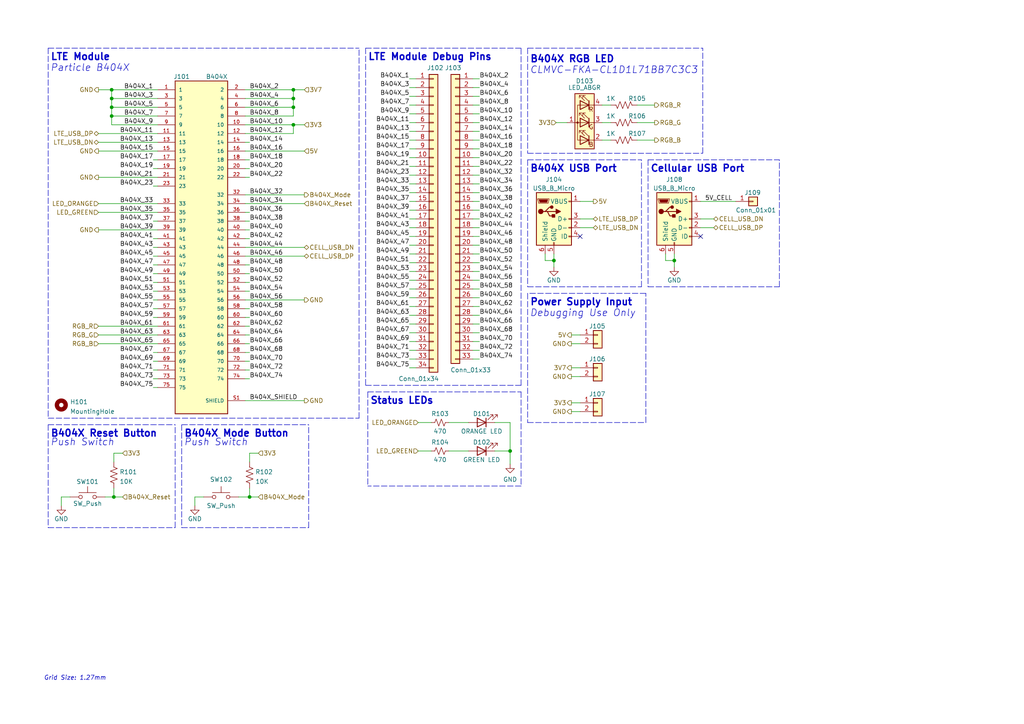
<source format=kicad_sch>
(kicad_sch (version 20211123) (generator eeschema)

  (uuid e63e39d7-6ac0-4ffd-8aa3-1841a4541b55)

  (paper "A4")

  (title_block
    (title "Particle B404X Evaluation Board")
    (date "2023-03-10")
    (rev "A")
    (company "Illinois Space Society")
    (comment 4 "Contributors: Peter Giannetos")
  )

  (lib_symbols
    (symbol "Connector:USB_B_Micro" (pin_names (offset 1.016)) (in_bom yes) (on_board yes)
      (property "Reference" "J" (id 0) (at -5.08 11.43 0)
        (effects (font (size 1.27 1.27)) (justify left))
      )
      (property "Value" "USB_B_Micro" (id 1) (at -5.08 8.89 0)
        (effects (font (size 1.27 1.27)) (justify left))
      )
      (property "Footprint" "" (id 2) (at 3.81 -1.27 0)
        (effects (font (size 1.27 1.27)) hide)
      )
      (property "Datasheet" "~" (id 3) (at 3.81 -1.27 0)
        (effects (font (size 1.27 1.27)) hide)
      )
      (property "ki_keywords" "connector USB micro" (id 4) (at 0 0 0)
        (effects (font (size 1.27 1.27)) hide)
      )
      (property "ki_description" "USB Micro Type B connector" (id 5) (at 0 0 0)
        (effects (font (size 1.27 1.27)) hide)
      )
      (property "ki_fp_filters" "USB*" (id 6) (at 0 0 0)
        (effects (font (size 1.27 1.27)) hide)
      )
      (symbol "USB_B_Micro_0_1"
        (rectangle (start -5.08 -7.62) (end 5.08 7.62)
          (stroke (width 0.254) (type default) (color 0 0 0 0))
          (fill (type background))
        )
        (circle (center -3.81 2.159) (radius 0.635)
          (stroke (width 0.254) (type default) (color 0 0 0 0))
          (fill (type outline))
        )
        (circle (center -0.635 3.429) (radius 0.381)
          (stroke (width 0.254) (type default) (color 0 0 0 0))
          (fill (type outline))
        )
        (rectangle (start -0.127 -7.62) (end 0.127 -6.858)
          (stroke (width 0) (type default) (color 0 0 0 0))
          (fill (type none))
        )
        (polyline
          (pts
            (xy -1.905 2.159)
            (xy 0.635 2.159)
          )
          (stroke (width 0.254) (type default) (color 0 0 0 0))
          (fill (type none))
        )
        (polyline
          (pts
            (xy -3.175 2.159)
            (xy -2.54 2.159)
            (xy -1.27 3.429)
            (xy -0.635 3.429)
          )
          (stroke (width 0.254) (type default) (color 0 0 0 0))
          (fill (type none))
        )
        (polyline
          (pts
            (xy -2.54 2.159)
            (xy -1.905 2.159)
            (xy -1.27 0.889)
            (xy 0 0.889)
          )
          (stroke (width 0.254) (type default) (color 0 0 0 0))
          (fill (type none))
        )
        (polyline
          (pts
            (xy 0.635 2.794)
            (xy 0.635 1.524)
            (xy 1.905 2.159)
            (xy 0.635 2.794)
          )
          (stroke (width 0.254) (type default) (color 0 0 0 0))
          (fill (type outline))
        )
        (polyline
          (pts
            (xy -4.318 5.588)
            (xy -1.778 5.588)
            (xy -2.032 4.826)
            (xy -4.064 4.826)
            (xy -4.318 5.588)
          )
          (stroke (width 0) (type default) (color 0 0 0 0))
          (fill (type outline))
        )
        (polyline
          (pts
            (xy -4.699 5.842)
            (xy -4.699 5.588)
            (xy -4.445 4.826)
            (xy -4.445 4.572)
            (xy -1.651 4.572)
            (xy -1.651 4.826)
            (xy -1.397 5.588)
            (xy -1.397 5.842)
            (xy -4.699 5.842)
          )
          (stroke (width 0) (type default) (color 0 0 0 0))
          (fill (type none))
        )
        (rectangle (start 0.254 1.27) (end -0.508 0.508)
          (stroke (width 0.254) (type default) (color 0 0 0 0))
          (fill (type outline))
        )
        (rectangle (start 5.08 -5.207) (end 4.318 -4.953)
          (stroke (width 0) (type default) (color 0 0 0 0))
          (fill (type none))
        )
        (rectangle (start 5.08 -2.667) (end 4.318 -2.413)
          (stroke (width 0) (type default) (color 0 0 0 0))
          (fill (type none))
        )
        (rectangle (start 5.08 -0.127) (end 4.318 0.127)
          (stroke (width 0) (type default) (color 0 0 0 0))
          (fill (type none))
        )
        (rectangle (start 5.08 4.953) (end 4.318 5.207)
          (stroke (width 0) (type default) (color 0 0 0 0))
          (fill (type none))
        )
      )
      (symbol "USB_B_Micro_1_1"
        (pin power_out line (at 7.62 5.08 180) (length 2.54)
          (name "VBUS" (effects (font (size 1.27 1.27))))
          (number "1" (effects (font (size 1.27 1.27))))
        )
        (pin bidirectional line (at 7.62 -2.54 180) (length 2.54)
          (name "D-" (effects (font (size 1.27 1.27))))
          (number "2" (effects (font (size 1.27 1.27))))
        )
        (pin bidirectional line (at 7.62 0 180) (length 2.54)
          (name "D+" (effects (font (size 1.27 1.27))))
          (number "3" (effects (font (size 1.27 1.27))))
        )
        (pin passive line (at 7.62 -5.08 180) (length 2.54)
          (name "ID" (effects (font (size 1.27 1.27))))
          (number "4" (effects (font (size 1.27 1.27))))
        )
        (pin power_out line (at 0 -10.16 90) (length 2.54)
          (name "GND" (effects (font (size 1.27 1.27))))
          (number "5" (effects (font (size 1.27 1.27))))
        )
        (pin passive line (at -2.54 -10.16 90) (length 2.54)
          (name "Shield" (effects (font (size 1.27 1.27))))
          (number "6" (effects (font (size 1.27 1.27))))
        )
      )
    )
    (symbol "Connector_Generic:Conn_01x01" (pin_names (offset 1.016) hide) (in_bom yes) (on_board yes)
      (property "Reference" "J" (id 0) (at 0 2.54 0)
        (effects (font (size 1.27 1.27)))
      )
      (property "Value" "Conn_01x01" (id 1) (at 0 -2.54 0)
        (effects (font (size 1.27 1.27)))
      )
      (property "Footprint" "" (id 2) (at 0 0 0)
        (effects (font (size 1.27 1.27)) hide)
      )
      (property "Datasheet" "~" (id 3) (at 0 0 0)
        (effects (font (size 1.27 1.27)) hide)
      )
      (property "ki_keywords" "connector" (id 4) (at 0 0 0)
        (effects (font (size 1.27 1.27)) hide)
      )
      (property "ki_description" "Generic connector, single row, 01x01, script generated (kicad-library-utils/schlib/autogen/connector/)" (id 5) (at 0 0 0)
        (effects (font (size 1.27 1.27)) hide)
      )
      (property "ki_fp_filters" "Connector*:*_1x??_*" (id 6) (at 0 0 0)
        (effects (font (size 1.27 1.27)) hide)
      )
      (symbol "Conn_01x01_1_1"
        (rectangle (start -1.27 0.127) (end 0 -0.127)
          (stroke (width 0.1524) (type default) (color 0 0 0 0))
          (fill (type none))
        )
        (rectangle (start -1.27 1.27) (end 1.27 -1.27)
          (stroke (width 0.254) (type default) (color 0 0 0 0))
          (fill (type background))
        )
        (pin passive line (at -5.08 0 0) (length 3.81)
          (name "Pin_1" (effects (font (size 1.27 1.27))))
          (number "1" (effects (font (size 1.27 1.27))))
        )
      )
    )
    (symbol "Connector_Generic:Conn_01x02" (pin_names (offset 1.016) hide) (in_bom yes) (on_board yes)
      (property "Reference" "J" (id 0) (at 0 2.54 0)
        (effects (font (size 1.27 1.27)))
      )
      (property "Value" "Conn_01x02" (id 1) (at 0 -5.08 0)
        (effects (font (size 1.27 1.27)))
      )
      (property "Footprint" "" (id 2) (at 0 0 0)
        (effects (font (size 1.27 1.27)) hide)
      )
      (property "Datasheet" "~" (id 3) (at 0 0 0)
        (effects (font (size 1.27 1.27)) hide)
      )
      (property "ki_keywords" "connector" (id 4) (at 0 0 0)
        (effects (font (size 1.27 1.27)) hide)
      )
      (property "ki_description" "Generic connector, single row, 01x02, script generated (kicad-library-utils/schlib/autogen/connector/)" (id 5) (at 0 0 0)
        (effects (font (size 1.27 1.27)) hide)
      )
      (property "ki_fp_filters" "Connector*:*_1x??_*" (id 6) (at 0 0 0)
        (effects (font (size 1.27 1.27)) hide)
      )
      (symbol "Conn_01x02_1_1"
        (rectangle (start -1.27 -2.413) (end 0 -2.667)
          (stroke (width 0.1524) (type default) (color 0 0 0 0))
          (fill (type none))
        )
        (rectangle (start -1.27 0.127) (end 0 -0.127)
          (stroke (width 0.1524) (type default) (color 0 0 0 0))
          (fill (type none))
        )
        (rectangle (start -1.27 1.27) (end 1.27 -3.81)
          (stroke (width 0.254) (type default) (color 0 0 0 0))
          (fill (type background))
        )
        (pin passive line (at -5.08 0 0) (length 3.81)
          (name "Pin_1" (effects (font (size 1.27 1.27))))
          (number "1" (effects (font (size 1.27 1.27))))
        )
        (pin passive line (at -5.08 -2.54 0) (length 3.81)
          (name "Pin_2" (effects (font (size 1.27 1.27))))
          (number "2" (effects (font (size 1.27 1.27))))
        )
      )
    )
    (symbol "Connector_Generic:Conn_01x33" (pin_names (offset 1.016) hide) (in_bom yes) (on_board yes)
      (property "Reference" "J" (id 0) (at 0 43.18 0)
        (effects (font (size 1.27 1.27)))
      )
      (property "Value" "Conn_01x33" (id 1) (at 0 -43.18 0)
        (effects (font (size 1.27 1.27)))
      )
      (property "Footprint" "" (id 2) (at 0 0 0)
        (effects (font (size 1.27 1.27)) hide)
      )
      (property "Datasheet" "~" (id 3) (at 0 0 0)
        (effects (font (size 1.27 1.27)) hide)
      )
      (property "ki_keywords" "connector" (id 4) (at 0 0 0)
        (effects (font (size 1.27 1.27)) hide)
      )
      (property "ki_description" "Generic connector, single row, 01x33, script generated (kicad-library-utils/schlib/autogen/connector/)" (id 5) (at 0 0 0)
        (effects (font (size 1.27 1.27)) hide)
      )
      (property "ki_fp_filters" "Connector*:*_1x??_*" (id 6) (at 0 0 0)
        (effects (font (size 1.27 1.27)) hide)
      )
      (symbol "Conn_01x33_1_1"
        (rectangle (start -1.27 -40.513) (end 0 -40.767)
          (stroke (width 0.1524) (type default) (color 0 0 0 0))
          (fill (type none))
        )
        (rectangle (start -1.27 -37.973) (end 0 -38.227)
          (stroke (width 0.1524) (type default) (color 0 0 0 0))
          (fill (type none))
        )
        (rectangle (start -1.27 -35.433) (end 0 -35.687)
          (stroke (width 0.1524) (type default) (color 0 0 0 0))
          (fill (type none))
        )
        (rectangle (start -1.27 -32.893) (end 0 -33.147)
          (stroke (width 0.1524) (type default) (color 0 0 0 0))
          (fill (type none))
        )
        (rectangle (start -1.27 -30.353) (end 0 -30.607)
          (stroke (width 0.1524) (type default) (color 0 0 0 0))
          (fill (type none))
        )
        (rectangle (start -1.27 -27.813) (end 0 -28.067)
          (stroke (width 0.1524) (type default) (color 0 0 0 0))
          (fill (type none))
        )
        (rectangle (start -1.27 -25.273) (end 0 -25.527)
          (stroke (width 0.1524) (type default) (color 0 0 0 0))
          (fill (type none))
        )
        (rectangle (start -1.27 -22.733) (end 0 -22.987)
          (stroke (width 0.1524) (type default) (color 0 0 0 0))
          (fill (type none))
        )
        (rectangle (start -1.27 -20.193) (end 0 -20.447)
          (stroke (width 0.1524) (type default) (color 0 0 0 0))
          (fill (type none))
        )
        (rectangle (start -1.27 -17.653) (end 0 -17.907)
          (stroke (width 0.1524) (type default) (color 0 0 0 0))
          (fill (type none))
        )
        (rectangle (start -1.27 -15.113) (end 0 -15.367)
          (stroke (width 0.1524) (type default) (color 0 0 0 0))
          (fill (type none))
        )
        (rectangle (start -1.27 -12.573) (end 0 -12.827)
          (stroke (width 0.1524) (type default) (color 0 0 0 0))
          (fill (type none))
        )
        (rectangle (start -1.27 -10.033) (end 0 -10.287)
          (stroke (width 0.1524) (type default) (color 0 0 0 0))
          (fill (type none))
        )
        (rectangle (start -1.27 -7.493) (end 0 -7.747)
          (stroke (width 0.1524) (type default) (color 0 0 0 0))
          (fill (type none))
        )
        (rectangle (start -1.27 -4.953) (end 0 -5.207)
          (stroke (width 0.1524) (type default) (color 0 0 0 0))
          (fill (type none))
        )
        (rectangle (start -1.27 -2.413) (end 0 -2.667)
          (stroke (width 0.1524) (type default) (color 0 0 0 0))
          (fill (type none))
        )
        (rectangle (start -1.27 0.127) (end 0 -0.127)
          (stroke (width 0.1524) (type default) (color 0 0 0 0))
          (fill (type none))
        )
        (rectangle (start -1.27 2.667) (end 0 2.413)
          (stroke (width 0.1524) (type default) (color 0 0 0 0))
          (fill (type none))
        )
        (rectangle (start -1.27 5.207) (end 0 4.953)
          (stroke (width 0.1524) (type default) (color 0 0 0 0))
          (fill (type none))
        )
        (rectangle (start -1.27 7.747) (end 0 7.493)
          (stroke (width 0.1524) (type default) (color 0 0 0 0))
          (fill (type none))
        )
        (rectangle (start -1.27 10.287) (end 0 10.033)
          (stroke (width 0.1524) (type default) (color 0 0 0 0))
          (fill (type none))
        )
        (rectangle (start -1.27 12.827) (end 0 12.573)
          (stroke (width 0.1524) (type default) (color 0 0 0 0))
          (fill (type none))
        )
        (rectangle (start -1.27 15.367) (end 0 15.113)
          (stroke (width 0.1524) (type default) (color 0 0 0 0))
          (fill (type none))
        )
        (rectangle (start -1.27 17.907) (end 0 17.653)
          (stroke (width 0.1524) (type default) (color 0 0 0 0))
          (fill (type none))
        )
        (rectangle (start -1.27 20.447) (end 0 20.193)
          (stroke (width 0.1524) (type default) (color 0 0 0 0))
          (fill (type none))
        )
        (rectangle (start -1.27 22.987) (end 0 22.733)
          (stroke (width 0.1524) (type default) (color 0 0 0 0))
          (fill (type none))
        )
        (rectangle (start -1.27 25.527) (end 0 25.273)
          (stroke (width 0.1524) (type default) (color 0 0 0 0))
          (fill (type none))
        )
        (rectangle (start -1.27 28.067) (end 0 27.813)
          (stroke (width 0.1524) (type default) (color 0 0 0 0))
          (fill (type none))
        )
        (rectangle (start -1.27 30.607) (end 0 30.353)
          (stroke (width 0.1524) (type default) (color 0 0 0 0))
          (fill (type none))
        )
        (rectangle (start -1.27 33.147) (end 0 32.893)
          (stroke (width 0.1524) (type default) (color 0 0 0 0))
          (fill (type none))
        )
        (rectangle (start -1.27 35.687) (end 0 35.433)
          (stroke (width 0.1524) (type default) (color 0 0 0 0))
          (fill (type none))
        )
        (rectangle (start -1.27 38.227) (end 0 37.973)
          (stroke (width 0.1524) (type default) (color 0 0 0 0))
          (fill (type none))
        )
        (rectangle (start -1.27 40.767) (end 0 40.513)
          (stroke (width 0.1524) (type default) (color 0 0 0 0))
          (fill (type none))
        )
        (rectangle (start -1.27 41.91) (end 1.27 -41.91)
          (stroke (width 0.254) (type default) (color 0 0 0 0))
          (fill (type background))
        )
        (pin passive line (at -5.08 40.64 0) (length 3.81)
          (name "Pin_1" (effects (font (size 1.27 1.27))))
          (number "1" (effects (font (size 1.27 1.27))))
        )
        (pin passive line (at -5.08 17.78 0) (length 3.81)
          (name "Pin_10" (effects (font (size 1.27 1.27))))
          (number "10" (effects (font (size 1.27 1.27))))
        )
        (pin passive line (at -5.08 15.24 0) (length 3.81)
          (name "Pin_11" (effects (font (size 1.27 1.27))))
          (number "11" (effects (font (size 1.27 1.27))))
        )
        (pin passive line (at -5.08 12.7 0) (length 3.81)
          (name "Pin_12" (effects (font (size 1.27 1.27))))
          (number "12" (effects (font (size 1.27 1.27))))
        )
        (pin passive line (at -5.08 10.16 0) (length 3.81)
          (name "Pin_13" (effects (font (size 1.27 1.27))))
          (number "13" (effects (font (size 1.27 1.27))))
        )
        (pin passive line (at -5.08 7.62 0) (length 3.81)
          (name "Pin_14" (effects (font (size 1.27 1.27))))
          (number "14" (effects (font (size 1.27 1.27))))
        )
        (pin passive line (at -5.08 5.08 0) (length 3.81)
          (name "Pin_15" (effects (font (size 1.27 1.27))))
          (number "15" (effects (font (size 1.27 1.27))))
        )
        (pin passive line (at -5.08 2.54 0) (length 3.81)
          (name "Pin_16" (effects (font (size 1.27 1.27))))
          (number "16" (effects (font (size 1.27 1.27))))
        )
        (pin passive line (at -5.08 0 0) (length 3.81)
          (name "Pin_17" (effects (font (size 1.27 1.27))))
          (number "17" (effects (font (size 1.27 1.27))))
        )
        (pin passive line (at -5.08 -2.54 0) (length 3.81)
          (name "Pin_18" (effects (font (size 1.27 1.27))))
          (number "18" (effects (font (size 1.27 1.27))))
        )
        (pin passive line (at -5.08 -5.08 0) (length 3.81)
          (name "Pin_19" (effects (font (size 1.27 1.27))))
          (number "19" (effects (font (size 1.27 1.27))))
        )
        (pin passive line (at -5.08 38.1 0) (length 3.81)
          (name "Pin_2" (effects (font (size 1.27 1.27))))
          (number "2" (effects (font (size 1.27 1.27))))
        )
        (pin passive line (at -5.08 -7.62 0) (length 3.81)
          (name "Pin_20" (effects (font (size 1.27 1.27))))
          (number "20" (effects (font (size 1.27 1.27))))
        )
        (pin passive line (at -5.08 -10.16 0) (length 3.81)
          (name "Pin_21" (effects (font (size 1.27 1.27))))
          (number "21" (effects (font (size 1.27 1.27))))
        )
        (pin passive line (at -5.08 -12.7 0) (length 3.81)
          (name "Pin_22" (effects (font (size 1.27 1.27))))
          (number "22" (effects (font (size 1.27 1.27))))
        )
        (pin passive line (at -5.08 -15.24 0) (length 3.81)
          (name "Pin_23" (effects (font (size 1.27 1.27))))
          (number "23" (effects (font (size 1.27 1.27))))
        )
        (pin passive line (at -5.08 -17.78 0) (length 3.81)
          (name "Pin_24" (effects (font (size 1.27 1.27))))
          (number "24" (effects (font (size 1.27 1.27))))
        )
        (pin passive line (at -5.08 -20.32 0) (length 3.81)
          (name "Pin_25" (effects (font (size 1.27 1.27))))
          (number "25" (effects (font (size 1.27 1.27))))
        )
        (pin passive line (at -5.08 -22.86 0) (length 3.81)
          (name "Pin_26" (effects (font (size 1.27 1.27))))
          (number "26" (effects (font (size 1.27 1.27))))
        )
        (pin passive line (at -5.08 -25.4 0) (length 3.81)
          (name "Pin_27" (effects (font (size 1.27 1.27))))
          (number "27" (effects (font (size 1.27 1.27))))
        )
        (pin passive line (at -5.08 -27.94 0) (length 3.81)
          (name "Pin_28" (effects (font (size 1.27 1.27))))
          (number "28" (effects (font (size 1.27 1.27))))
        )
        (pin passive line (at -5.08 -30.48 0) (length 3.81)
          (name "Pin_29" (effects (font (size 1.27 1.27))))
          (number "29" (effects (font (size 1.27 1.27))))
        )
        (pin passive line (at -5.08 35.56 0) (length 3.81)
          (name "Pin_3" (effects (font (size 1.27 1.27))))
          (number "3" (effects (font (size 1.27 1.27))))
        )
        (pin passive line (at -5.08 -33.02 0) (length 3.81)
          (name "Pin_30" (effects (font (size 1.27 1.27))))
          (number "30" (effects (font (size 1.27 1.27))))
        )
        (pin passive line (at -5.08 -35.56 0) (length 3.81)
          (name "Pin_31" (effects (font (size 1.27 1.27))))
          (number "31" (effects (font (size 1.27 1.27))))
        )
        (pin passive line (at -5.08 -38.1 0) (length 3.81)
          (name "Pin_32" (effects (font (size 1.27 1.27))))
          (number "32" (effects (font (size 1.27 1.27))))
        )
        (pin passive line (at -5.08 -40.64 0) (length 3.81)
          (name "Pin_33" (effects (font (size 1.27 1.27))))
          (number "33" (effects (font (size 1.27 1.27))))
        )
        (pin passive line (at -5.08 33.02 0) (length 3.81)
          (name "Pin_4" (effects (font (size 1.27 1.27))))
          (number "4" (effects (font (size 1.27 1.27))))
        )
        (pin passive line (at -5.08 30.48 0) (length 3.81)
          (name "Pin_5" (effects (font (size 1.27 1.27))))
          (number "5" (effects (font (size 1.27 1.27))))
        )
        (pin passive line (at -5.08 27.94 0) (length 3.81)
          (name "Pin_6" (effects (font (size 1.27 1.27))))
          (number "6" (effects (font (size 1.27 1.27))))
        )
        (pin passive line (at -5.08 25.4 0) (length 3.81)
          (name "Pin_7" (effects (font (size 1.27 1.27))))
          (number "7" (effects (font (size 1.27 1.27))))
        )
        (pin passive line (at -5.08 22.86 0) (length 3.81)
          (name "Pin_8" (effects (font (size 1.27 1.27))))
          (number "8" (effects (font (size 1.27 1.27))))
        )
        (pin passive line (at -5.08 20.32 0) (length 3.81)
          (name "Pin_9" (effects (font (size 1.27 1.27))))
          (number "9" (effects (font (size 1.27 1.27))))
        )
      )
    )
    (symbol "Connector_Generic:Conn_01x34" (pin_names (offset 1.016) hide) (in_bom yes) (on_board yes)
      (property "Reference" "J" (id 0) (at 0 43.18 0)
        (effects (font (size 1.27 1.27)))
      )
      (property "Value" "Conn_01x34" (id 1) (at 0 -45.72 0)
        (effects (font (size 1.27 1.27)))
      )
      (property "Footprint" "" (id 2) (at 0 0 0)
        (effects (font (size 1.27 1.27)) hide)
      )
      (property "Datasheet" "~" (id 3) (at 0 0 0)
        (effects (font (size 1.27 1.27)) hide)
      )
      (property "ki_keywords" "connector" (id 4) (at 0 0 0)
        (effects (font (size 1.27 1.27)) hide)
      )
      (property "ki_description" "Generic connector, single row, 01x34, script generated (kicad-library-utils/schlib/autogen/connector/)" (id 5) (at 0 0 0)
        (effects (font (size 1.27 1.27)) hide)
      )
      (property "ki_fp_filters" "Connector*:*_1x??_*" (id 6) (at 0 0 0)
        (effects (font (size 1.27 1.27)) hide)
      )
      (symbol "Conn_01x34_1_1"
        (rectangle (start -1.27 -43.053) (end 0 -43.307)
          (stroke (width 0.1524) (type default) (color 0 0 0 0))
          (fill (type none))
        )
        (rectangle (start -1.27 -40.513) (end 0 -40.767)
          (stroke (width 0.1524) (type default) (color 0 0 0 0))
          (fill (type none))
        )
        (rectangle (start -1.27 -37.973) (end 0 -38.227)
          (stroke (width 0.1524) (type default) (color 0 0 0 0))
          (fill (type none))
        )
        (rectangle (start -1.27 -35.433) (end 0 -35.687)
          (stroke (width 0.1524) (type default) (color 0 0 0 0))
          (fill (type none))
        )
        (rectangle (start -1.27 -32.893) (end 0 -33.147)
          (stroke (width 0.1524) (type default) (color 0 0 0 0))
          (fill (type none))
        )
        (rectangle (start -1.27 -30.353) (end 0 -30.607)
          (stroke (width 0.1524) (type default) (color 0 0 0 0))
          (fill (type none))
        )
        (rectangle (start -1.27 -27.813) (end 0 -28.067)
          (stroke (width 0.1524) (type default) (color 0 0 0 0))
          (fill (type none))
        )
        (rectangle (start -1.27 -25.273) (end 0 -25.527)
          (stroke (width 0.1524) (type default) (color 0 0 0 0))
          (fill (type none))
        )
        (rectangle (start -1.27 -22.733) (end 0 -22.987)
          (stroke (width 0.1524) (type default) (color 0 0 0 0))
          (fill (type none))
        )
        (rectangle (start -1.27 -20.193) (end 0 -20.447)
          (stroke (width 0.1524) (type default) (color 0 0 0 0))
          (fill (type none))
        )
        (rectangle (start -1.27 -17.653) (end 0 -17.907)
          (stroke (width 0.1524) (type default) (color 0 0 0 0))
          (fill (type none))
        )
        (rectangle (start -1.27 -15.113) (end 0 -15.367)
          (stroke (width 0.1524) (type default) (color 0 0 0 0))
          (fill (type none))
        )
        (rectangle (start -1.27 -12.573) (end 0 -12.827)
          (stroke (width 0.1524) (type default) (color 0 0 0 0))
          (fill (type none))
        )
        (rectangle (start -1.27 -10.033) (end 0 -10.287)
          (stroke (width 0.1524) (type default) (color 0 0 0 0))
          (fill (type none))
        )
        (rectangle (start -1.27 -7.493) (end 0 -7.747)
          (stroke (width 0.1524) (type default) (color 0 0 0 0))
          (fill (type none))
        )
        (rectangle (start -1.27 -4.953) (end 0 -5.207)
          (stroke (width 0.1524) (type default) (color 0 0 0 0))
          (fill (type none))
        )
        (rectangle (start -1.27 -2.413) (end 0 -2.667)
          (stroke (width 0.1524) (type default) (color 0 0 0 0))
          (fill (type none))
        )
        (rectangle (start -1.27 0.127) (end 0 -0.127)
          (stroke (width 0.1524) (type default) (color 0 0 0 0))
          (fill (type none))
        )
        (rectangle (start -1.27 2.667) (end 0 2.413)
          (stroke (width 0.1524) (type default) (color 0 0 0 0))
          (fill (type none))
        )
        (rectangle (start -1.27 5.207) (end 0 4.953)
          (stroke (width 0.1524) (type default) (color 0 0 0 0))
          (fill (type none))
        )
        (rectangle (start -1.27 7.747) (end 0 7.493)
          (stroke (width 0.1524) (type default) (color 0 0 0 0))
          (fill (type none))
        )
        (rectangle (start -1.27 10.287) (end 0 10.033)
          (stroke (width 0.1524) (type default) (color 0 0 0 0))
          (fill (type none))
        )
        (rectangle (start -1.27 12.827) (end 0 12.573)
          (stroke (width 0.1524) (type default) (color 0 0 0 0))
          (fill (type none))
        )
        (rectangle (start -1.27 15.367) (end 0 15.113)
          (stroke (width 0.1524) (type default) (color 0 0 0 0))
          (fill (type none))
        )
        (rectangle (start -1.27 17.907) (end 0 17.653)
          (stroke (width 0.1524) (type default) (color 0 0 0 0))
          (fill (type none))
        )
        (rectangle (start -1.27 20.447) (end 0 20.193)
          (stroke (width 0.1524) (type default) (color 0 0 0 0))
          (fill (type none))
        )
        (rectangle (start -1.27 22.987) (end 0 22.733)
          (stroke (width 0.1524) (type default) (color 0 0 0 0))
          (fill (type none))
        )
        (rectangle (start -1.27 25.527) (end 0 25.273)
          (stroke (width 0.1524) (type default) (color 0 0 0 0))
          (fill (type none))
        )
        (rectangle (start -1.27 28.067) (end 0 27.813)
          (stroke (width 0.1524) (type default) (color 0 0 0 0))
          (fill (type none))
        )
        (rectangle (start -1.27 30.607) (end 0 30.353)
          (stroke (width 0.1524) (type default) (color 0 0 0 0))
          (fill (type none))
        )
        (rectangle (start -1.27 33.147) (end 0 32.893)
          (stroke (width 0.1524) (type default) (color 0 0 0 0))
          (fill (type none))
        )
        (rectangle (start -1.27 35.687) (end 0 35.433)
          (stroke (width 0.1524) (type default) (color 0 0 0 0))
          (fill (type none))
        )
        (rectangle (start -1.27 38.227) (end 0 37.973)
          (stroke (width 0.1524) (type default) (color 0 0 0 0))
          (fill (type none))
        )
        (rectangle (start -1.27 40.767) (end 0 40.513)
          (stroke (width 0.1524) (type default) (color 0 0 0 0))
          (fill (type none))
        )
        (rectangle (start -1.27 41.91) (end 1.27 -44.45)
          (stroke (width 0.254) (type default) (color 0 0 0 0))
          (fill (type background))
        )
        (pin passive line (at -5.08 40.64 0) (length 3.81)
          (name "Pin_1" (effects (font (size 1.27 1.27))))
          (number "1" (effects (font (size 1.27 1.27))))
        )
        (pin passive line (at -5.08 17.78 0) (length 3.81)
          (name "Pin_10" (effects (font (size 1.27 1.27))))
          (number "10" (effects (font (size 1.27 1.27))))
        )
        (pin passive line (at -5.08 15.24 0) (length 3.81)
          (name "Pin_11" (effects (font (size 1.27 1.27))))
          (number "11" (effects (font (size 1.27 1.27))))
        )
        (pin passive line (at -5.08 12.7 0) (length 3.81)
          (name "Pin_12" (effects (font (size 1.27 1.27))))
          (number "12" (effects (font (size 1.27 1.27))))
        )
        (pin passive line (at -5.08 10.16 0) (length 3.81)
          (name "Pin_13" (effects (font (size 1.27 1.27))))
          (number "13" (effects (font (size 1.27 1.27))))
        )
        (pin passive line (at -5.08 7.62 0) (length 3.81)
          (name "Pin_14" (effects (font (size 1.27 1.27))))
          (number "14" (effects (font (size 1.27 1.27))))
        )
        (pin passive line (at -5.08 5.08 0) (length 3.81)
          (name "Pin_15" (effects (font (size 1.27 1.27))))
          (number "15" (effects (font (size 1.27 1.27))))
        )
        (pin passive line (at -5.08 2.54 0) (length 3.81)
          (name "Pin_16" (effects (font (size 1.27 1.27))))
          (number "16" (effects (font (size 1.27 1.27))))
        )
        (pin passive line (at -5.08 0 0) (length 3.81)
          (name "Pin_17" (effects (font (size 1.27 1.27))))
          (number "17" (effects (font (size 1.27 1.27))))
        )
        (pin passive line (at -5.08 -2.54 0) (length 3.81)
          (name "Pin_18" (effects (font (size 1.27 1.27))))
          (number "18" (effects (font (size 1.27 1.27))))
        )
        (pin passive line (at -5.08 -5.08 0) (length 3.81)
          (name "Pin_19" (effects (font (size 1.27 1.27))))
          (number "19" (effects (font (size 1.27 1.27))))
        )
        (pin passive line (at -5.08 38.1 0) (length 3.81)
          (name "Pin_2" (effects (font (size 1.27 1.27))))
          (number "2" (effects (font (size 1.27 1.27))))
        )
        (pin passive line (at -5.08 -7.62 0) (length 3.81)
          (name "Pin_20" (effects (font (size 1.27 1.27))))
          (number "20" (effects (font (size 1.27 1.27))))
        )
        (pin passive line (at -5.08 -10.16 0) (length 3.81)
          (name "Pin_21" (effects (font (size 1.27 1.27))))
          (number "21" (effects (font (size 1.27 1.27))))
        )
        (pin passive line (at -5.08 -12.7 0) (length 3.81)
          (name "Pin_22" (effects (font (size 1.27 1.27))))
          (number "22" (effects (font (size 1.27 1.27))))
        )
        (pin passive line (at -5.08 -15.24 0) (length 3.81)
          (name "Pin_23" (effects (font (size 1.27 1.27))))
          (number "23" (effects (font (size 1.27 1.27))))
        )
        (pin passive line (at -5.08 -17.78 0) (length 3.81)
          (name "Pin_24" (effects (font (size 1.27 1.27))))
          (number "24" (effects (font (size 1.27 1.27))))
        )
        (pin passive line (at -5.08 -20.32 0) (length 3.81)
          (name "Pin_25" (effects (font (size 1.27 1.27))))
          (number "25" (effects (font (size 1.27 1.27))))
        )
        (pin passive line (at -5.08 -22.86 0) (length 3.81)
          (name "Pin_26" (effects (font (size 1.27 1.27))))
          (number "26" (effects (font (size 1.27 1.27))))
        )
        (pin passive line (at -5.08 -25.4 0) (length 3.81)
          (name "Pin_27" (effects (font (size 1.27 1.27))))
          (number "27" (effects (font (size 1.27 1.27))))
        )
        (pin passive line (at -5.08 -27.94 0) (length 3.81)
          (name "Pin_28" (effects (font (size 1.27 1.27))))
          (number "28" (effects (font (size 1.27 1.27))))
        )
        (pin passive line (at -5.08 -30.48 0) (length 3.81)
          (name "Pin_29" (effects (font (size 1.27 1.27))))
          (number "29" (effects (font (size 1.27 1.27))))
        )
        (pin passive line (at -5.08 35.56 0) (length 3.81)
          (name "Pin_3" (effects (font (size 1.27 1.27))))
          (number "3" (effects (font (size 1.27 1.27))))
        )
        (pin passive line (at -5.08 -33.02 0) (length 3.81)
          (name "Pin_30" (effects (font (size 1.27 1.27))))
          (number "30" (effects (font (size 1.27 1.27))))
        )
        (pin passive line (at -5.08 -35.56 0) (length 3.81)
          (name "Pin_31" (effects (font (size 1.27 1.27))))
          (number "31" (effects (font (size 1.27 1.27))))
        )
        (pin passive line (at -5.08 -38.1 0) (length 3.81)
          (name "Pin_32" (effects (font (size 1.27 1.27))))
          (number "32" (effects (font (size 1.27 1.27))))
        )
        (pin passive line (at -5.08 -40.64 0) (length 3.81)
          (name "Pin_33" (effects (font (size 1.27 1.27))))
          (number "33" (effects (font (size 1.27 1.27))))
        )
        (pin passive line (at -5.08 -43.18 0) (length 3.81)
          (name "Pin_34" (effects (font (size 1.27 1.27))))
          (number "34" (effects (font (size 1.27 1.27))))
        )
        (pin passive line (at -5.08 33.02 0) (length 3.81)
          (name "Pin_4" (effects (font (size 1.27 1.27))))
          (number "4" (effects (font (size 1.27 1.27))))
        )
        (pin passive line (at -5.08 30.48 0) (length 3.81)
          (name "Pin_5" (effects (font (size 1.27 1.27))))
          (number "5" (effects (font (size 1.27 1.27))))
        )
        (pin passive line (at -5.08 27.94 0) (length 3.81)
          (name "Pin_6" (effects (font (size 1.27 1.27))))
          (number "6" (effects (font (size 1.27 1.27))))
        )
        (pin passive line (at -5.08 25.4 0) (length 3.81)
          (name "Pin_7" (effects (font (size 1.27 1.27))))
          (number "7" (effects (font (size 1.27 1.27))))
        )
        (pin passive line (at -5.08 22.86 0) (length 3.81)
          (name "Pin_8" (effects (font (size 1.27 1.27))))
          (number "8" (effects (font (size 1.27 1.27))))
        )
        (pin passive line (at -5.08 20.32 0) (length 3.81)
          (name "Pin_9" (effects (font (size 1.27 1.27))))
          (number "9" (effects (font (size 1.27 1.27))))
        )
      )
    )
    (symbol "Connector_M.2:TE_21992304" (pin_names (offset 1.016)) (in_bom yes) (on_board yes)
      (property "Reference" "J" (id 0) (at -7.6269 49.066 0)
        (effects (font (size 1.27 1.27)) (justify left bottom))
      )
      (property "Value" "TE_21992304" (id 1) (at -6.35 -52.07 0)
        (effects (font (size 1.27 1.27)) (justify left bottom))
      )
      (property "Footprint" "Connector_M.2:TE_21992304" (id 2) (at 0 -58.42 0)
        (effects (font (size 1.27 1.27)) (justify bottom) hide)
      )
      (property "Datasheet" "https://www.te.com/usa-en/product-2199230-4.datasheet.pdf" (id 3) (at 0 -54.61 0)
        (effects (font (size 1.27 1.27)) hide)
      )
      (property "ki_keywords" "M.2 0.5PITCH 4.2H KEY E 15U'' 67 Pins TE Board To Board Connector" (id 4) (at 0 0 0)
        (effects (font (size 1.27 1.27)) hide)
      )
      (property "ki_description" "M.2 Socket, Key E, TE Connectivity" (id 5) (at 0 0 0)
        (effects (font (size 1.27 1.27)) hide)
      )
      (symbol "TE_21992304_0_0"
        (rectangle (start -7.62 -48.26) (end 7.62 48.26)
          (stroke (width 0.254) (type default) (color 0 0 0 0))
          (fill (type background))
        )
        (pin passive line (at -12.7 45.72 0) (length 5.08)
          (name "1" (effects (font (size 1.016 1.016))))
          (number "1" (effects (font (size 1.016 1.016))))
        )
        (pin passive line (at 12.7 35.56 180) (length 5.08)
          (name "10" (effects (font (size 1.016 1.016))))
          (number "10" (effects (font (size 1.016 1.016))))
        )
        (pin passive line (at -12.7 33.02 0) (length 5.08)
          (name "11" (effects (font (size 1.016 1.016))))
          (number "11" (effects (font (size 1.016 1.016))))
        )
        (pin passive line (at 12.7 33.02 180) (length 5.08)
          (name "12" (effects (font (size 1.016 1.016))))
          (number "12" (effects (font (size 1.016 1.016))))
        )
        (pin passive line (at -12.7 30.48 0) (length 5.08)
          (name "13" (effects (font (size 1.016 1.016))))
          (number "13" (effects (font (size 1.016 1.016))))
        )
        (pin passive line (at 12.7 30.48 180) (length 5.08)
          (name "14" (effects (font (size 1.016 1.016))))
          (number "14" (effects (font (size 1.016 1.016))))
        )
        (pin passive line (at -12.7 27.94 0) (length 5.08)
          (name "15" (effects (font (size 1.016 1.016))))
          (number "15" (effects (font (size 1.016 1.016))))
        )
        (pin passive line (at 12.7 27.94 180) (length 5.08)
          (name "16" (effects (font (size 1.016 1.016))))
          (number "16" (effects (font (size 1.016 1.016))))
        )
        (pin passive line (at -12.7 25.4 0) (length 5.08)
          (name "17" (effects (font (size 1.016 1.016))))
          (number "17" (effects (font (size 1.016 1.016))))
        )
        (pin passive line (at 12.7 25.4 180) (length 5.08)
          (name "18" (effects (font (size 1.016 1.016))))
          (number "18" (effects (font (size 1.016 1.016))))
        )
        (pin passive line (at -12.7 22.86 0) (length 5.08)
          (name "19" (effects (font (size 1.016 1.016))))
          (number "19" (effects (font (size 1.016 1.016))))
        )
        (pin passive line (at 12.7 45.72 180) (length 5.08)
          (name "2" (effects (font (size 1.016 1.016))))
          (number "2" (effects (font (size 1.016 1.016))))
        )
        (pin passive line (at 12.7 22.86 180) (length 5.08)
          (name "20" (effects (font (size 1.016 1.016))))
          (number "20" (effects (font (size 1.016 1.016))))
        )
        (pin passive line (at -12.7 20.32 0) (length 5.08)
          (name "21" (effects (font (size 1.016 1.016))))
          (number "21" (effects (font (size 1.016 1.016))))
        )
        (pin passive line (at 12.7 20.32 180) (length 5.08)
          (name "22" (effects (font (size 1.016 1.016))))
          (number "22" (effects (font (size 1.016 1.016))))
        )
        (pin passive line (at -12.7 17.78 0) (length 5.08)
          (name "23" (effects (font (size 1.016 1.016))))
          (number "23" (effects (font (size 1.016 1.016))))
        )
        (pin passive line (at -12.7 43.18 0) (length 5.08)
          (name "3" (effects (font (size 1.016 1.016))))
          (number "3" (effects (font (size 1.016 1.016))))
        )
        (pin passive line (at 12.7 15.24 180) (length 5.08)
          (name "32" (effects (font (size 1.016 1.016))))
          (number "32" (effects (font (size 1.016 1.016))))
        )
        (pin passive line (at -12.7 12.7 0) (length 5.08)
          (name "33" (effects (font (size 1.016 1.016))))
          (number "33" (effects (font (size 1.016 1.016))))
        )
        (pin passive line (at 12.7 12.7 180) (length 5.08)
          (name "34" (effects (font (size 1.016 1.016))))
          (number "34" (effects (font (size 1.016 1.016))))
        )
        (pin passive line (at -12.7 10.16 0) (length 5.08)
          (name "35" (effects (font (size 1.016 1.016))))
          (number "35" (effects (font (size 1.016 1.016))))
        )
        (pin passive line (at 12.7 10.16 180) (length 5.08)
          (name "36" (effects (font (size 1.016 1.016))))
          (number "36" (effects (font (size 1.016 1.016))))
        )
        (pin passive line (at -12.7 7.62 0) (length 5.08)
          (name "37" (effects (font (size 1.016 1.016))))
          (number "37" (effects (font (size 1.016 1.016))))
        )
        (pin passive line (at 12.7 7.62 180) (length 5.08)
          (name "38" (effects (font (size 1.016 1.016))))
          (number "38" (effects (font (size 1.016 1.016))))
        )
        (pin passive line (at -12.7 5.08 0) (length 5.08)
          (name "39" (effects (font (size 1.016 1.016))))
          (number "39" (effects (font (size 1.016 1.016))))
        )
        (pin passive line (at 12.7 43.18 180) (length 5.08)
          (name "4" (effects (font (size 1.016 1.016))))
          (number "4" (effects (font (size 1.016 1.016))))
        )
        (pin passive line (at 12.7 5.08 180) (length 5.08)
          (name "40" (effects (font (size 1.016 1.016))))
          (number "40" (effects (font (size 1.016 1.016))))
        )
        (pin passive line (at -12.7 2.54 0) (length 5.08)
          (name "41" (effects (font (size 1.016 1.016))))
          (number "41" (effects (font (size 1.016 1.016))))
        )
        (pin passive line (at 12.7 2.54 180) (length 5.08)
          (name "42" (effects (font (size 1.016 1.016))))
          (number "42" (effects (font (size 1.016 1.016))))
        )
        (pin passive line (at -12.7 0 0) (length 5.08)
          (name "43" (effects (font (size 1.016 1.016))))
          (number "43" (effects (font (size 1.016 1.016))))
        )
        (pin passive line (at 12.7 0 180) (length 5.08)
          (name "44" (effects (font (size 1.016 1.016))))
          (number "44" (effects (font (size 1.016 1.016))))
        )
        (pin passive line (at -12.7 -2.54 0) (length 5.08)
          (name "45" (effects (font (size 1.016 1.016))))
          (number "45" (effects (font (size 1.016 1.016))))
        )
        (pin passive line (at 12.7 -2.54 180) (length 5.08)
          (name "46" (effects (font (size 1.016 1.016))))
          (number "46" (effects (font (size 1.016 1.016))))
        )
        (pin passive line (at -12.7 -5.08 0) (length 5.08)
          (name "47" (effects (font (size 1.016 1.016))))
          (number "47" (effects (font (size 1.016 1.016))))
        )
        (pin passive line (at 12.7 -5.08 180) (length 5.08)
          (name "48" (effects (font (size 1.016 1.016))))
          (number "48" (effects (font (size 1.016 1.016))))
        )
        (pin passive line (at -12.7 -7.62 0) (length 5.08)
          (name "49" (effects (font (size 1.016 1.016))))
          (number "49" (effects (font (size 1.016 1.016))))
        )
        (pin passive line (at -12.7 40.64 0) (length 5.08)
          (name "5" (effects (font (size 1.016 1.016))))
          (number "5" (effects (font (size 1.016 1.016))))
        )
        (pin passive line (at 12.7 -7.62 180) (length 5.08)
          (name "50" (effects (font (size 1.016 1.016))))
          (number "50" (effects (font (size 1.016 1.016))))
        )
        (pin passive line (at -12.7 -10.16 0) (length 5.08)
          (name "51" (effects (font (size 1.016 1.016))))
          (number "51" (effects (font (size 1.016 1.016))))
        )
        (pin passive line (at 12.7 -10.16 180) (length 5.08)
          (name "52" (effects (font (size 1.016 1.016))))
          (number "52" (effects (font (size 1.016 1.016))))
        )
        (pin passive line (at -12.7 -12.7 0) (length 5.08)
          (name "53" (effects (font (size 1.016 1.016))))
          (number "53" (effects (font (size 1.016 1.016))))
        )
        (pin passive line (at 12.7 -12.7 180) (length 5.08)
          (name "54" (effects (font (size 1.016 1.016))))
          (number "54" (effects (font (size 1.016 1.016))))
        )
        (pin passive line (at -12.7 -15.24 0) (length 5.08)
          (name "55" (effects (font (size 1.016 1.016))))
          (number "55" (effects (font (size 1.016 1.016))))
        )
        (pin passive line (at 12.7 -15.24 180) (length 5.08)
          (name "56" (effects (font (size 1.016 1.016))))
          (number "56" (effects (font (size 1.016 1.016))))
        )
        (pin passive line (at -12.7 -17.78 0) (length 5.08)
          (name "57" (effects (font (size 1.016 1.016))))
          (number "57" (effects (font (size 1.016 1.016))))
        )
        (pin passive line (at 12.7 -17.78 180) (length 5.08)
          (name "58" (effects (font (size 1.016 1.016))))
          (number "58" (effects (font (size 1.016 1.016))))
        )
        (pin passive line (at -12.7 -20.32 0) (length 5.08)
          (name "59" (effects (font (size 1.016 1.016))))
          (number "59" (effects (font (size 1.016 1.016))))
        )
        (pin passive line (at 12.7 40.64 180) (length 5.08)
          (name "6" (effects (font (size 1.016 1.016))))
          (number "6" (effects (font (size 1.016 1.016))))
        )
        (pin passive line (at 12.7 -20.32 180) (length 5.08)
          (name "60" (effects (font (size 1.016 1.016))))
          (number "60" (effects (font (size 1.016 1.016))))
        )
        (pin passive line (at -12.7 -22.86 0) (length 5.08)
          (name "61" (effects (font (size 1.016 1.016))))
          (number "61" (effects (font (size 1.016 1.016))))
        )
        (pin passive line (at 12.7 -22.86 180) (length 5.08)
          (name "62" (effects (font (size 1.016 1.016))))
          (number "62" (effects (font (size 1.016 1.016))))
        )
        (pin passive line (at -12.7 -25.4 0) (length 5.08)
          (name "63" (effects (font (size 1.016 1.016))))
          (number "63" (effects (font (size 1.016 1.016))))
        )
        (pin passive line (at 12.7 -25.4 180) (length 5.08)
          (name "64" (effects (font (size 1.016 1.016))))
          (number "64" (effects (font (size 1.016 1.016))))
        )
        (pin passive line (at -12.7 -27.94 0) (length 5.08)
          (name "65" (effects (font (size 1.016 1.016))))
          (number "65" (effects (font (size 1.016 1.016))))
        )
        (pin passive line (at 12.7 -27.94 180) (length 5.08)
          (name "66" (effects (font (size 1.016 1.016))))
          (number "66" (effects (font (size 1.016 1.016))))
        )
        (pin passive line (at -12.7 -30.48 0) (length 5.08)
          (name "67" (effects (font (size 1.016 1.016))))
          (number "67" (effects (font (size 1.016 1.016))))
        )
        (pin passive line (at 12.7 -30.48 180) (length 5.08)
          (name "68" (effects (font (size 1.016 1.016))))
          (number "68" (effects (font (size 1.016 1.016))))
        )
        (pin passive line (at -12.7 -33.02 0) (length 5.08)
          (name "69" (effects (font (size 1.016 1.016))))
          (number "69" (effects (font (size 1.016 1.016))))
        )
        (pin passive line (at -12.7 38.1 0) (length 5.08)
          (name "7" (effects (font (size 1.016 1.016))))
          (number "7" (effects (font (size 1.016 1.016))))
        )
        (pin passive line (at 12.7 -33.02 180) (length 5.08)
          (name "70" (effects (font (size 1.016 1.016))))
          (number "70" (effects (font (size 1.016 1.016))))
        )
        (pin passive line (at -12.7 -35.56 0) (length 5.08)
          (name "71" (effects (font (size 1.016 1.016))))
          (number "71" (effects (font (size 1.016 1.016))))
        )
        (pin passive line (at 12.7 -35.56 180) (length 5.08)
          (name "72" (effects (font (size 1.016 1.016))))
          (number "72" (effects (font (size 1.016 1.016))))
        )
        (pin passive line (at -12.7 -38.1 0) (length 5.08)
          (name "73" (effects (font (size 1.016 1.016))))
          (number "73" (effects (font (size 1.016 1.016))))
        )
        (pin passive line (at 12.7 -38.1 180) (length 5.08)
          (name "74" (effects (font (size 1.016 1.016))))
          (number "74" (effects (font (size 1.016 1.016))))
        )
        (pin passive line (at -12.7 -40.64 0) (length 5.08)
          (name "75" (effects (font (size 1.016 1.016))))
          (number "75" (effects (font (size 1.016 1.016))))
        )
        (pin passive line (at 12.7 38.1 180) (length 5.08)
          (name "8" (effects (font (size 1.016 1.016))))
          (number "8" (effects (font (size 1.016 1.016))))
        )
        (pin passive line (at -12.7 35.56 0) (length 5.08)
          (name "9" (effects (font (size 1.016 1.016))))
          (number "9" (effects (font (size 1.016 1.016))))
        )
        (pin passive line (at 12.7 -44.45 180) (length 5.08)
          (name "SHIELD" (effects (font (size 1.016 1.016))))
          (number "S1" (effects (font (size 1.016 1.016))))
        )
      )
    )
    (symbol "Device:LED" (pin_numbers hide) (pin_names (offset 1.016) hide) (in_bom yes) (on_board yes)
      (property "Reference" "D" (id 0) (at 0 2.54 0)
        (effects (font (size 1.27 1.27)))
      )
      (property "Value" "LED" (id 1) (at 0 -2.54 0)
        (effects (font (size 1.27 1.27)))
      )
      (property "Footprint" "" (id 2) (at 0 0 0)
        (effects (font (size 1.27 1.27)) hide)
      )
      (property "Datasheet" "~" (id 3) (at 0 0 0)
        (effects (font (size 1.27 1.27)) hide)
      )
      (property "ki_keywords" "LED diode" (id 4) (at 0 0 0)
        (effects (font (size 1.27 1.27)) hide)
      )
      (property "ki_description" "Light emitting diode" (id 5) (at 0 0 0)
        (effects (font (size 1.27 1.27)) hide)
      )
      (property "ki_fp_filters" "LED* LED_SMD:* LED_THT:*" (id 6) (at 0 0 0)
        (effects (font (size 1.27 1.27)) hide)
      )
      (symbol "LED_0_1"
        (polyline
          (pts
            (xy -1.27 -1.27)
            (xy -1.27 1.27)
          )
          (stroke (width 0.254) (type default) (color 0 0 0 0))
          (fill (type none))
        )
        (polyline
          (pts
            (xy -1.27 0)
            (xy 1.27 0)
          )
          (stroke (width 0) (type default) (color 0 0 0 0))
          (fill (type none))
        )
        (polyline
          (pts
            (xy 1.27 -1.27)
            (xy 1.27 1.27)
            (xy -1.27 0)
            (xy 1.27 -1.27)
          )
          (stroke (width 0.254) (type default) (color 0 0 0 0))
          (fill (type none))
        )
        (polyline
          (pts
            (xy -3.048 -0.762)
            (xy -4.572 -2.286)
            (xy -3.81 -2.286)
            (xy -4.572 -2.286)
            (xy -4.572 -1.524)
          )
          (stroke (width 0) (type default) (color 0 0 0 0))
          (fill (type none))
        )
        (polyline
          (pts
            (xy -1.778 -0.762)
            (xy -3.302 -2.286)
            (xy -2.54 -2.286)
            (xy -3.302 -2.286)
            (xy -3.302 -1.524)
          )
          (stroke (width 0) (type default) (color 0 0 0 0))
          (fill (type none))
        )
      )
      (symbol "LED_1_1"
        (pin passive line (at -3.81 0 0) (length 2.54)
          (name "K" (effects (font (size 1.27 1.27))))
          (number "1" (effects (font (size 1.27 1.27))))
        )
        (pin passive line (at 3.81 0 180) (length 2.54)
          (name "A" (effects (font (size 1.27 1.27))))
          (number "2" (effects (font (size 1.27 1.27))))
        )
      )
    )
    (symbol "Device:LED_ABGR" (pin_names (offset 0) hide) (in_bom yes) (on_board yes)
      (property "Reference" "D" (id 0) (at 0 9.398 0)
        (effects (font (size 1.27 1.27)))
      )
      (property "Value" "LED_ABGR" (id 1) (at 0 -8.89 0)
        (effects (font (size 1.27 1.27)))
      )
      (property "Footprint" "" (id 2) (at 0 -1.27 0)
        (effects (font (size 1.27 1.27)) hide)
      )
      (property "Datasheet" "~" (id 3) (at 0 -1.27 0)
        (effects (font (size 1.27 1.27)) hide)
      )
      (property "ki_keywords" "LED RGB diode" (id 4) (at 0 0 0)
        (effects (font (size 1.27 1.27)) hide)
      )
      (property "ki_description" "RGB LED, anode/blue/green/red" (id 5) (at 0 0 0)
        (effects (font (size 1.27 1.27)) hide)
      )
      (property "ki_fp_filters" "LED* LED_SMD:* LED_THT:*" (id 6) (at 0 0 0)
        (effects (font (size 1.27 1.27)) hide)
      )
      (symbol "LED_ABGR_0_0"
        (text "B" (at -1.905 -6.35 0)
          (effects (font (size 1.27 1.27)))
        )
        (text "G" (at -1.905 -1.27 0)
          (effects (font (size 1.27 1.27)))
        )
        (text "R" (at -1.905 3.81 0)
          (effects (font (size 1.27 1.27)))
        )
      )
      (symbol "LED_ABGR_0_1"
        (polyline
          (pts
            (xy -1.27 -5.08)
            (xy -2.54 -5.08)
          )
          (stroke (width 0) (type default) (color 0 0 0 0))
          (fill (type none))
        )
        (polyline
          (pts
            (xy -1.27 -5.08)
            (xy 1.27 -5.08)
          )
          (stroke (width 0) (type default) (color 0 0 0 0))
          (fill (type none))
        )
        (polyline
          (pts
            (xy -1.27 -3.81)
            (xy -1.27 -6.35)
          )
          (stroke (width 0.254) (type default) (color 0 0 0 0))
          (fill (type none))
        )
        (polyline
          (pts
            (xy -1.27 0)
            (xy -2.54 0)
          )
          (stroke (width 0) (type default) (color 0 0 0 0))
          (fill (type none))
        )
        (polyline
          (pts
            (xy -1.27 1.27)
            (xy -1.27 -1.27)
          )
          (stroke (width 0.254) (type default) (color 0 0 0 0))
          (fill (type none))
        )
        (polyline
          (pts
            (xy -1.27 5.08)
            (xy -2.54 5.08)
          )
          (stroke (width 0) (type default) (color 0 0 0 0))
          (fill (type none))
        )
        (polyline
          (pts
            (xy -1.27 5.08)
            (xy 1.27 5.08)
          )
          (stroke (width 0) (type default) (color 0 0 0 0))
          (fill (type none))
        )
        (polyline
          (pts
            (xy -1.27 6.35)
            (xy -1.27 3.81)
          )
          (stroke (width 0.254) (type default) (color 0 0 0 0))
          (fill (type none))
        )
        (polyline
          (pts
            (xy 1.27 0)
            (xy -1.27 0)
          )
          (stroke (width 0) (type default) (color 0 0 0 0))
          (fill (type none))
        )
        (polyline
          (pts
            (xy 1.27 0)
            (xy 2.54 0)
          )
          (stroke (width 0) (type default) (color 0 0 0 0))
          (fill (type none))
        )
        (polyline
          (pts
            (xy -1.27 1.27)
            (xy -1.27 -1.27)
            (xy -1.27 -1.27)
          )
          (stroke (width 0) (type default) (color 0 0 0 0))
          (fill (type none))
        )
        (polyline
          (pts
            (xy -1.27 6.35)
            (xy -1.27 3.81)
            (xy -1.27 3.81)
          )
          (stroke (width 0) (type default) (color 0 0 0 0))
          (fill (type none))
        )
        (polyline
          (pts
            (xy 1.27 -5.08)
            (xy 2.032 -5.08)
            (xy 2.032 5.08)
            (xy 1.27 5.08)
          )
          (stroke (width 0) (type default) (color 0 0 0 0))
          (fill (type none))
        )
        (polyline
          (pts
            (xy 1.27 -3.81)
            (xy 1.27 -6.35)
            (xy -1.27 -5.08)
            (xy 1.27 -3.81)
          )
          (stroke (width 0.254) (type default) (color 0 0 0 0))
          (fill (type none))
        )
        (polyline
          (pts
            (xy 1.27 1.27)
            (xy 1.27 -1.27)
            (xy -1.27 0)
            (xy 1.27 1.27)
          )
          (stroke (width 0.254) (type default) (color 0 0 0 0))
          (fill (type none))
        )
        (polyline
          (pts
            (xy 1.27 6.35)
            (xy 1.27 3.81)
            (xy -1.27 5.08)
            (xy 1.27 6.35)
          )
          (stroke (width 0.254) (type default) (color 0 0 0 0))
          (fill (type none))
        )
        (polyline
          (pts
            (xy -1.016 -3.81)
            (xy 0.508 -2.286)
            (xy -0.254 -2.286)
            (xy 0.508 -2.286)
            (xy 0.508 -3.048)
          )
          (stroke (width 0) (type default) (color 0 0 0 0))
          (fill (type none))
        )
        (polyline
          (pts
            (xy -1.016 1.27)
            (xy 0.508 2.794)
            (xy -0.254 2.794)
            (xy 0.508 2.794)
            (xy 0.508 2.032)
          )
          (stroke (width 0) (type default) (color 0 0 0 0))
          (fill (type none))
        )
        (polyline
          (pts
            (xy -1.016 6.35)
            (xy 0.508 7.874)
            (xy -0.254 7.874)
            (xy 0.508 7.874)
            (xy 0.508 7.112)
          )
          (stroke (width 0) (type default) (color 0 0 0 0))
          (fill (type none))
        )
        (polyline
          (pts
            (xy 0 -3.81)
            (xy 1.524 -2.286)
            (xy 0.762 -2.286)
            (xy 1.524 -2.286)
            (xy 1.524 -3.048)
          )
          (stroke (width 0) (type default) (color 0 0 0 0))
          (fill (type none))
        )
        (polyline
          (pts
            (xy 0 1.27)
            (xy 1.524 2.794)
            (xy 0.762 2.794)
            (xy 1.524 2.794)
            (xy 1.524 2.032)
          )
          (stroke (width 0) (type default) (color 0 0 0 0))
          (fill (type none))
        )
        (polyline
          (pts
            (xy 0 6.35)
            (xy 1.524 7.874)
            (xy 0.762 7.874)
            (xy 1.524 7.874)
            (xy 1.524 7.112)
          )
          (stroke (width 0) (type default) (color 0 0 0 0))
          (fill (type none))
        )
        (rectangle (start 1.27 -1.27) (end 1.27 1.27)
          (stroke (width 0) (type default) (color 0 0 0 0))
          (fill (type none))
        )
        (rectangle (start 1.27 1.27) (end 1.27 1.27)
          (stroke (width 0) (type default) (color 0 0 0 0))
          (fill (type none))
        )
        (rectangle (start 1.27 3.81) (end 1.27 6.35)
          (stroke (width 0) (type default) (color 0 0 0 0))
          (fill (type none))
        )
        (rectangle (start 1.27 6.35) (end 1.27 6.35)
          (stroke (width 0) (type default) (color 0 0 0 0))
          (fill (type none))
        )
        (circle (center 2.032 0) (radius 0.254)
          (stroke (width 0) (type default) (color 0 0 0 0))
          (fill (type outline))
        )
        (rectangle (start 2.794 8.382) (end -2.794 -7.62)
          (stroke (width 0.254) (type default) (color 0 0 0 0))
          (fill (type background))
        )
      )
      (symbol "LED_ABGR_1_1"
        (pin passive line (at 5.08 0 180) (length 2.54)
          (name "A" (effects (font (size 1.27 1.27))))
          (number "1" (effects (font (size 1.27 1.27))))
        )
        (pin passive line (at -5.08 -5.08 0) (length 2.54)
          (name "BK" (effects (font (size 1.27 1.27))))
          (number "2" (effects (font (size 1.27 1.27))))
        )
        (pin passive line (at -5.08 0 0) (length 2.54)
          (name "GK" (effects (font (size 1.27 1.27))))
          (number "3" (effects (font (size 1.27 1.27))))
        )
        (pin passive line (at -5.08 5.08 0) (length 2.54)
          (name "RK" (effects (font (size 1.27 1.27))))
          (number "4" (effects (font (size 1.27 1.27))))
        )
      )
    )
    (symbol "Device:R_Small_US" (pin_numbers hide) (pin_names (offset 0.254) hide) (in_bom yes) (on_board yes)
      (property "Reference" "R" (id 0) (at 0.762 0.508 0)
        (effects (font (size 1.27 1.27)) (justify left))
      )
      (property "Value" "R_Small_US" (id 1) (at 0.762 -1.016 0)
        (effects (font (size 1.27 1.27)) (justify left))
      )
      (property "Footprint" "" (id 2) (at 0 0 0)
        (effects (font (size 1.27 1.27)) hide)
      )
      (property "Datasheet" "~" (id 3) (at 0 0 0)
        (effects (font (size 1.27 1.27)) hide)
      )
      (property "ki_keywords" "r resistor" (id 4) (at 0 0 0)
        (effects (font (size 1.27 1.27)) hide)
      )
      (property "ki_description" "Resistor, small US symbol" (id 5) (at 0 0 0)
        (effects (font (size 1.27 1.27)) hide)
      )
      (property "ki_fp_filters" "R_*" (id 6) (at 0 0 0)
        (effects (font (size 1.27 1.27)) hide)
      )
      (symbol "R_Small_US_1_1"
        (polyline
          (pts
            (xy 0 0)
            (xy 1.016 -0.381)
            (xy 0 -0.762)
            (xy -1.016 -1.143)
            (xy 0 -1.524)
          )
          (stroke (width 0) (type default) (color 0 0 0 0))
          (fill (type none))
        )
        (polyline
          (pts
            (xy 0 1.524)
            (xy 1.016 1.143)
            (xy 0 0.762)
            (xy -1.016 0.381)
            (xy 0 0)
          )
          (stroke (width 0) (type default) (color 0 0 0 0))
          (fill (type none))
        )
        (pin passive line (at 0 2.54 270) (length 1.016)
          (name "~" (effects (font (size 1.27 1.27))))
          (number "1" (effects (font (size 1.27 1.27))))
        )
        (pin passive line (at 0 -2.54 90) (length 1.016)
          (name "~" (effects (font (size 1.27 1.27))))
          (number "2" (effects (font (size 1.27 1.27))))
        )
      )
    )
    (symbol "Device:R_US" (pin_numbers hide) (pin_names (offset 0)) (in_bom yes) (on_board yes)
      (property "Reference" "R" (id 0) (at 2.54 0 90)
        (effects (font (size 1.27 1.27)))
      )
      (property "Value" "R_US" (id 1) (at -2.54 0 90)
        (effects (font (size 1.27 1.27)))
      )
      (property "Footprint" "" (id 2) (at 1.016 -0.254 90)
        (effects (font (size 1.27 1.27)) hide)
      )
      (property "Datasheet" "~" (id 3) (at 0 0 0)
        (effects (font (size 1.27 1.27)) hide)
      )
      (property "ki_keywords" "R res resistor" (id 4) (at 0 0 0)
        (effects (font (size 1.27 1.27)) hide)
      )
      (property "ki_description" "Resistor, US symbol" (id 5) (at 0 0 0)
        (effects (font (size 1.27 1.27)) hide)
      )
      (property "ki_fp_filters" "R_*" (id 6) (at 0 0 0)
        (effects (font (size 1.27 1.27)) hide)
      )
      (symbol "R_US_0_1"
        (polyline
          (pts
            (xy 0 -2.286)
            (xy 0 -2.54)
          )
          (stroke (width 0) (type default) (color 0 0 0 0))
          (fill (type none))
        )
        (polyline
          (pts
            (xy 0 2.286)
            (xy 0 2.54)
          )
          (stroke (width 0) (type default) (color 0 0 0 0))
          (fill (type none))
        )
        (polyline
          (pts
            (xy 0 -0.762)
            (xy 1.016 -1.143)
            (xy 0 -1.524)
            (xy -1.016 -1.905)
            (xy 0 -2.286)
          )
          (stroke (width 0) (type default) (color 0 0 0 0))
          (fill (type none))
        )
        (polyline
          (pts
            (xy 0 0.762)
            (xy 1.016 0.381)
            (xy 0 0)
            (xy -1.016 -0.381)
            (xy 0 -0.762)
          )
          (stroke (width 0) (type default) (color 0 0 0 0))
          (fill (type none))
        )
        (polyline
          (pts
            (xy 0 2.286)
            (xy 1.016 1.905)
            (xy 0 1.524)
            (xy -1.016 1.143)
            (xy 0 0.762)
          )
          (stroke (width 0) (type default) (color 0 0 0 0))
          (fill (type none))
        )
      )
      (symbol "R_US_1_1"
        (pin passive line (at 0 3.81 270) (length 1.27)
          (name "~" (effects (font (size 1.27 1.27))))
          (number "1" (effects (font (size 1.27 1.27))))
        )
        (pin passive line (at 0 -3.81 90) (length 1.27)
          (name "~" (effects (font (size 1.27 1.27))))
          (number "2" (effects (font (size 1.27 1.27))))
        )
      )
    )
    (symbol "Mechanical:MountingHole" (pin_names (offset 1.016)) (in_bom yes) (on_board yes)
      (property "Reference" "H" (id 0) (at 0 5.08 0)
        (effects (font (size 1.27 1.27)))
      )
      (property "Value" "MountingHole" (id 1) (at 0 3.175 0)
        (effects (font (size 1.27 1.27)))
      )
      (property "Footprint" "" (id 2) (at 0 0 0)
        (effects (font (size 1.27 1.27)) hide)
      )
      (property "Datasheet" "~" (id 3) (at 0 0 0)
        (effects (font (size 1.27 1.27)) hide)
      )
      (property "ki_keywords" "mounting hole" (id 4) (at 0 0 0)
        (effects (font (size 1.27 1.27)) hide)
      )
      (property "ki_description" "Mounting Hole without connection" (id 5) (at 0 0 0)
        (effects (font (size 1.27 1.27)) hide)
      )
      (property "ki_fp_filters" "MountingHole*" (id 6) (at 0 0 0)
        (effects (font (size 1.27 1.27)) hide)
      )
      (symbol "MountingHole_0_1"
        (circle (center 0 0) (radius 1.27)
          (stroke (width 1.27) (type default) (color 0 0 0 0))
          (fill (type none))
        )
      )
    )
    (symbol "Switch:SW_Push" (pin_numbers hide) (pin_names (offset 1.016) hide) (in_bom yes) (on_board yes)
      (property "Reference" "SW" (id 0) (at 1.27 2.54 0)
        (effects (font (size 1.27 1.27)) (justify left))
      )
      (property "Value" "SW_Push" (id 1) (at 0 -1.524 0)
        (effects (font (size 1.27 1.27)))
      )
      (property "Footprint" "" (id 2) (at 0 5.08 0)
        (effects (font (size 1.27 1.27)) hide)
      )
      (property "Datasheet" "~" (id 3) (at 0 5.08 0)
        (effects (font (size 1.27 1.27)) hide)
      )
      (property "ki_keywords" "switch normally-open pushbutton push-button" (id 4) (at 0 0 0)
        (effects (font (size 1.27 1.27)) hide)
      )
      (property "ki_description" "Push button switch, generic, two pins" (id 5) (at 0 0 0)
        (effects (font (size 1.27 1.27)) hide)
      )
      (symbol "SW_Push_0_1"
        (circle (center -2.032 0) (radius 0.508)
          (stroke (width 0) (type default) (color 0 0 0 0))
          (fill (type none))
        )
        (polyline
          (pts
            (xy 0 1.27)
            (xy 0 3.048)
          )
          (stroke (width 0) (type default) (color 0 0 0 0))
          (fill (type none))
        )
        (polyline
          (pts
            (xy 2.54 1.27)
            (xy -2.54 1.27)
          )
          (stroke (width 0) (type default) (color 0 0 0 0))
          (fill (type none))
        )
        (circle (center 2.032 0) (radius 0.508)
          (stroke (width 0) (type default) (color 0 0 0 0))
          (fill (type none))
        )
        (pin passive line (at -5.08 0 0) (length 2.54)
          (name "1" (effects (font (size 1.27 1.27))))
          (number "1" (effects (font (size 1.27 1.27))))
        )
        (pin passive line (at 5.08 0 180) (length 2.54)
          (name "2" (effects (font (size 1.27 1.27))))
          (number "2" (effects (font (size 1.27 1.27))))
        )
      )
    )
    (symbol "power:GND" (power) (pin_names (offset 0)) (in_bom yes) (on_board yes)
      (property "Reference" "#PWR" (id 0) (at 0 -6.35 0)
        (effects (font (size 1.27 1.27)) hide)
      )
      (property "Value" "GND" (id 1) (at 0 -3.81 0)
        (effects (font (size 1.27 1.27)))
      )
      (property "Footprint" "" (id 2) (at 0 0 0)
        (effects (font (size 1.27 1.27)) hide)
      )
      (property "Datasheet" "" (id 3) (at 0 0 0)
        (effects (font (size 1.27 1.27)) hide)
      )
      (property "ki_keywords" "power-flag" (id 4) (at 0 0 0)
        (effects (font (size 1.27 1.27)) hide)
      )
      (property "ki_description" "Power symbol creates a global label with name \"GND\" , ground" (id 5) (at 0 0 0)
        (effects (font (size 1.27 1.27)) hide)
      )
      (symbol "GND_0_1"
        (polyline
          (pts
            (xy 0 0)
            (xy 0 -1.27)
            (xy 1.27 -1.27)
            (xy 0 -2.54)
            (xy -1.27 -1.27)
            (xy 0 -1.27)
          )
          (stroke (width 0) (type default) (color 0 0 0 0))
          (fill (type none))
        )
      )
      (symbol "GND_1_1"
        (pin power_in line (at 0 0 270) (length 0) hide
          (name "GND" (effects (font (size 1.27 1.27))))
          (number "1" (effects (font (size 1.27 1.27))))
        )
      )
    )
  )

  (junction (at 85.09 36.195) (diameter 0) (color 0 0 0 0)
    (uuid 0d567568-4b59-4839-94d3-52fab37d1bc3)
  )
  (junction (at 85.09 28.575) (diameter 0) (color 0 0 0 0)
    (uuid 27c3e7b4-1e20-496b-8bbc-3892759a18ab)
  )
  (junction (at 147.955 130.81) (diameter 0) (color 0 0 0 0)
    (uuid 2da33fff-6d96-4aed-b9ba-56b1612fb4ca)
  )
  (junction (at 32.385 33.655) (diameter 0) (color 0 0 0 0)
    (uuid 37162d78-f2f9-4f9e-8e57-009a7db809e4)
  )
  (junction (at 195.58 75.565) (diameter 0) (color 0 0 0 0)
    (uuid 71897b29-6407-4ccb-a758-621c5b048474)
  )
  (junction (at 32.385 26.035) (diameter 0) (color 0 0 0 0)
    (uuid 7d14e182-d148-4b2c-a39f-0244f54c936d)
  )
  (junction (at 85.09 31.115) (diameter 0) (color 0 0 0 0)
    (uuid 7dc44793-4fb9-4607-bf89-626919dfed1a)
  )
  (junction (at 72.39 144.145) (diameter 0) (color 0 0 0 0)
    (uuid bf12956f-defb-4130-b598-de51b95fb9d5)
  )
  (junction (at 85.09 26.035) (diameter 0) (color 0 0 0 0)
    (uuid c042bfd7-bdd7-44a6-b20b-72fe0bceb532)
  )
  (junction (at 32.385 28.575) (diameter 0) (color 0 0 0 0)
    (uuid c4f59703-bb89-41c4-87de-ee9be2159c9c)
  )
  (junction (at 33.02 144.145) (diameter 0) (color 0 0 0 0)
    (uuid e4e3c70a-3314-4fd2-8b2c-7fda2fd63711)
  )
  (junction (at 32.385 31.115) (diameter 0) (color 0 0 0 0)
    (uuid e601155e-5751-4263-b84e-09b1cceb0a11)
  )
  (junction (at 160.655 75.565) (diameter 0) (color 0 0 0 0)
    (uuid ed7191b4-5590-4310-8e2d-c08b6a04f6bf)
  )

  (no_connect (at 203.2 68.58) (uuid 9ae415c4-7dcf-4709-b7f1-5427023d5014))
  (no_connect (at 168.275 68.58) (uuid a82821b9-6fa6-4d88-aada-222bae4fbfe6))

  (wire (pts (xy 137.16 91.44) (xy 139.065 91.44))
    (stroke (width 0) (type default) (color 0 0 0 0))
    (uuid 00fed5db-e672-4e10-9031-1129d092676d)
  )
  (wire (pts (xy 118.745 91.44) (xy 120.65 91.44))
    (stroke (width 0) (type default) (color 0 0 0 0))
    (uuid 01970d67-da86-4a09-a29d-620dd4507ad0)
  )
  (wire (pts (xy 71.12 48.895) (xy 72.39 48.895))
    (stroke (width 0) (type default) (color 0 0 0 0))
    (uuid 02fe05cf-4f2a-48a0-856b-1cf415383215)
  )
  (polyline (pts (xy 187.96 46.355) (xy 187.96 83.185))
    (stroke (width 0) (type default) (color 0 0 0 0))
    (uuid 034d0645-c78f-474f-b872-4a57bd4551de)
  )

  (wire (pts (xy 158.115 73.66) (xy 158.115 75.565))
    (stroke (width 0) (type default) (color 0 0 0 0))
    (uuid 03bb8809-f0f8-402e-be16-3d1936963813)
  )
  (wire (pts (xy 71.12 94.615) (xy 72.39 94.615))
    (stroke (width 0) (type default) (color 0 0 0 0))
    (uuid 03cd42c6-d761-413b-9a03-ba0ccfb0bda0)
  )
  (polyline (pts (xy 104.14 121.285) (xy 104.14 13.97))
    (stroke (width 0) (type default) (color 0 0 0 0))
    (uuid 04280ae1-7777-4770-b962-b3c04ce0d8b8)
  )
  (polyline (pts (xy 153.035 13.97) (xy 153.035 44.45))
    (stroke (width 0) (type default) (color 0 0 0 0))
    (uuid 05f945ac-8bf0-482c-a0e6-c3b617b66a86)
  )

  (wire (pts (xy 137.16 101.6) (xy 139.065 101.6))
    (stroke (width 0) (type default) (color 0 0 0 0))
    (uuid 068e5d00-e263-48d8-a3d8-df4bd6008c88)
  )
  (wire (pts (xy 32.385 28.575) (xy 45.72 28.575))
    (stroke (width 0) (type default) (color 0 0 0 0))
    (uuid 07d3611c-8eff-4d9a-b59e-5addf5ff9d74)
  )
  (wire (pts (xy 28.575 41.275) (xy 45.72 41.275))
    (stroke (width 0) (type default) (color 0 0 0 0))
    (uuid 08e1502e-1ea1-4cca-a6fd-611e387f6eff)
  )
  (wire (pts (xy 17.78 144.145) (xy 17.78 146.685))
    (stroke (width 0) (type default) (color 0 0 0 0))
    (uuid 09a96dc7-0418-463a-a777-342d22250be9)
  )
  (wire (pts (xy 147.955 122.555) (xy 147.955 130.81))
    (stroke (width 0) (type default) (color 0 0 0 0))
    (uuid 0c22c67c-59e4-4b85-8c46-f88fcc2dfe69)
  )
  (wire (pts (xy 44.45 107.315) (xy 45.72 107.315))
    (stroke (width 0) (type default) (color 0 0 0 0))
    (uuid 0c416eb8-5c7d-4cce-94a9-097c1f03a5f9)
  )
  (wire (pts (xy 121.285 130.81) (xy 125.095 130.81))
    (stroke (width 0) (type default) (color 0 0 0 0))
    (uuid 0ca563ce-85cd-4d0a-adfd-133a958aa15b)
  )
  (wire (pts (xy 137.16 88.9) (xy 139.065 88.9))
    (stroke (width 0) (type default) (color 0 0 0 0))
    (uuid 0cd2690f-d4b0-4762-bff3-fe2acd24c1be)
  )
  (wire (pts (xy 118.745 22.86) (xy 120.65 22.86))
    (stroke (width 0) (type default) (color 0 0 0 0))
    (uuid 0f46ef18-612b-4957-ae51-05560b887838)
  )
  (wire (pts (xy 118.745 78.74) (xy 120.65 78.74))
    (stroke (width 0) (type default) (color 0 0 0 0))
    (uuid 1106da3f-0192-4fdb-8558-ca23db0d82d6)
  )
  (polyline (pts (xy 203.835 44.45) (xy 203.835 13.97))
    (stroke (width 0) (type default) (color 0 0 0 0))
    (uuid 11e385d2-6c15-45ca-b62b-5f1714311678)
  )

  (wire (pts (xy 130.175 130.81) (xy 135.89 130.81))
    (stroke (width 0) (type default) (color 0 0 0 0))
    (uuid 1230ce6e-e9ca-4bfd-9b39-a4027cc98c29)
  )
  (polyline (pts (xy 187.96 46.355) (xy 226.06 46.355))
    (stroke (width 0) (type default) (color 0 0 0 0))
    (uuid 1319da33-1953-464d-8dca-dbc78d66e5c9)
  )
  (polyline (pts (xy 226.06 83.185) (xy 226.06 46.355))
    (stroke (width 0) (type default) (color 0 0 0 0))
    (uuid 174379a2-ccb9-40f2-95fe-b94eaad5196c)
  )

  (wire (pts (xy 118.745 33.02) (xy 120.65 33.02))
    (stroke (width 0) (type default) (color 0 0 0 0))
    (uuid 1744b48b-120c-4491-be73-eedaabc58de0)
  )
  (wire (pts (xy 85.09 36.195) (xy 88.265 36.195))
    (stroke (width 0) (type default) (color 0 0 0 0))
    (uuid 1864114d-b338-4414-947a-f2abeb108aca)
  )
  (wire (pts (xy 160.655 75.565) (xy 160.655 77.47))
    (stroke (width 0) (type default) (color 0 0 0 0))
    (uuid 191e01d1-e1d1-4b13-99d2-68b00ec10892)
  )
  (wire (pts (xy 168.275 63.5) (xy 172.085 63.5))
    (stroke (width 0) (type default) (color 0 0 0 0))
    (uuid 198557ca-b196-440c-81e7-9a4d57f791e1)
  )
  (wire (pts (xy 85.09 38.735) (xy 71.12 38.735))
    (stroke (width 0) (type default) (color 0 0 0 0))
    (uuid 1a889e36-0bdc-408a-aff8-941d43811fda)
  )
  (wire (pts (xy 118.745 43.18) (xy 120.65 43.18))
    (stroke (width 0) (type default) (color 0 0 0 0))
    (uuid 1ac3b990-ab85-43a6-8a6c-d66e340fa158)
  )
  (polyline (pts (xy 52.705 123.19) (xy 52.705 153.035))
    (stroke (width 0) (type default) (color 0 0 0 0))
    (uuid 1b423eb7-21af-4284-afb4-b12a95489acb)
  )

  (wire (pts (xy 118.745 60.96) (xy 120.65 60.96))
    (stroke (width 0) (type default) (color 0 0 0 0))
    (uuid 1b638168-6bb5-44dd-ae5e-96366b40eb44)
  )
  (wire (pts (xy 137.16 25.4) (xy 139.065 25.4))
    (stroke (width 0) (type default) (color 0 0 0 0))
    (uuid 1bf0ff2a-9b56-4352-a05f-03dcf57187bc)
  )
  (wire (pts (xy 137.16 93.98) (xy 139.065 93.98))
    (stroke (width 0) (type default) (color 0 0 0 0))
    (uuid 1bf14fed-891e-4554-8720-2cd3b8611c25)
  )
  (wire (pts (xy 177.165 35.56) (xy 174.625 35.56))
    (stroke (width 0) (type default) (color 0 0 0 0))
    (uuid 1d40275b-c1e2-4369-b4aa-16f327dc3c79)
  )
  (polyline (pts (xy 106.68 113.665) (xy 151.13 113.665))
    (stroke (width 0) (type default) (color 0 0 0 0))
    (uuid 1d905ded-b1c1-4429-b35b-b3e7d9f1a0be)
  )

  (wire (pts (xy 71.12 104.775) (xy 72.39 104.775))
    (stroke (width 0) (type default) (color 0 0 0 0))
    (uuid 1e709b89-871c-45ab-bcff-9e1c1917ad2e)
  )
  (wire (pts (xy 118.745 93.98) (xy 120.65 93.98))
    (stroke (width 0) (type default) (color 0 0 0 0))
    (uuid 1f11b4f9-9981-4596-9056-f2e2dab886fa)
  )
  (wire (pts (xy 71.12 86.995) (xy 88.265 86.995))
    (stroke (width 0) (type default) (color 0 0 0 0))
    (uuid 21692198-1750-40f4-bca2-f59808184f7e)
  )
  (wire (pts (xy 137.16 66.04) (xy 139.065 66.04))
    (stroke (width 0) (type default) (color 0 0 0 0))
    (uuid 2289b6e9-ab38-44d0-b4ab-78513899e2c8)
  )
  (wire (pts (xy 44.45 64.135) (xy 45.72 64.135))
    (stroke (width 0) (type default) (color 0 0 0 0))
    (uuid 22ce5f01-00e9-4ddd-a65e-815d60dce969)
  )
  (wire (pts (xy 137.16 71.12) (xy 139.065 71.12))
    (stroke (width 0) (type default) (color 0 0 0 0))
    (uuid 2439fb8d-df75-45b8-8ee2-84d214f70a0a)
  )
  (wire (pts (xy 32.385 26.035) (xy 32.385 28.575))
    (stroke (width 0) (type default) (color 0 0 0 0))
    (uuid 2702f839-7fe1-4c2a-96a9-a3dc689aa3b7)
  )
  (wire (pts (xy 118.745 101.6) (xy 120.65 101.6))
    (stroke (width 0) (type default) (color 0 0 0 0))
    (uuid 2ac5ac6e-1fbe-4684-ba57-3aa5ab2b14c6)
  )
  (wire (pts (xy 137.16 22.86) (xy 139.065 22.86))
    (stroke (width 0) (type default) (color 0 0 0 0))
    (uuid 2aed4e35-935d-489b-8f30-9d2d5b716be0)
  )
  (wire (pts (xy 118.745 96.52) (xy 120.65 96.52))
    (stroke (width 0) (type default) (color 0 0 0 0))
    (uuid 2b19a36b-621f-4174-998f-8fd1af093c37)
  )
  (wire (pts (xy 44.45 79.375) (xy 45.72 79.375))
    (stroke (width 0) (type default) (color 0 0 0 0))
    (uuid 2da5a1ab-036d-4976-968f-c6d1434c3998)
  )
  (wire (pts (xy 44.45 104.775) (xy 45.72 104.775))
    (stroke (width 0) (type default) (color 0 0 0 0))
    (uuid 2e1a06c7-b9b2-4a9e-abe7-91ad08fac128)
  )
  (wire (pts (xy 137.16 73.66) (xy 139.065 73.66))
    (stroke (width 0) (type default) (color 0 0 0 0))
    (uuid 2eebabef-3691-4f06-9c36-414a025eda86)
  )
  (wire (pts (xy 44.45 102.235) (xy 45.72 102.235))
    (stroke (width 0) (type default) (color 0 0 0 0))
    (uuid 31448197-1f4f-4705-a507-7ba210cfdabd)
  )
  (wire (pts (xy 137.16 96.52) (xy 139.065 96.52))
    (stroke (width 0) (type default) (color 0 0 0 0))
    (uuid 33766824-9cdc-48bc-a392-2a64b2e3cc7c)
  )
  (polyline (pts (xy 52.705 123.19) (xy 89.535 123.19))
    (stroke (width 0) (type default) (color 0 0 0 0))
    (uuid 33a3c5c0-d0d2-47df-a3fa-45e558af0236)
  )

  (wire (pts (xy 44.45 89.535) (xy 45.72 89.535))
    (stroke (width 0) (type default) (color 0 0 0 0))
    (uuid 3559cf2f-778d-48c0-acee-cb6f9411f5f1)
  )
  (wire (pts (xy 137.16 55.88) (xy 139.065 55.88))
    (stroke (width 0) (type default) (color 0 0 0 0))
    (uuid 36778083-edb0-4d97-ac82-89fda900c153)
  )
  (wire (pts (xy 143.51 130.81) (xy 147.955 130.81))
    (stroke (width 0) (type default) (color 0 0 0 0))
    (uuid 37523371-aa45-45bf-bb58-367568e0f753)
  )
  (wire (pts (xy 28.575 66.675) (xy 45.72 66.675))
    (stroke (width 0) (type default) (color 0 0 0 0))
    (uuid 3a678cea-5983-45d8-87ae-4ae617393c57)
  )
  (wire (pts (xy 118.745 40.64) (xy 120.65 40.64))
    (stroke (width 0) (type default) (color 0 0 0 0))
    (uuid 3afe32fc-0a97-4417-8f85-52f11afe3a39)
  )
  (wire (pts (xy 137.16 53.34) (xy 139.065 53.34))
    (stroke (width 0) (type default) (color 0 0 0 0))
    (uuid 3b08b493-65d7-43c7-9570-493acd0c155f)
  )
  (wire (pts (xy 44.45 53.975) (xy 45.72 53.975))
    (stroke (width 0) (type default) (color 0 0 0 0))
    (uuid 3b13a920-cc4e-404c-b1b4-4510a9f1672a)
  )
  (wire (pts (xy 118.745 76.2) (xy 120.65 76.2))
    (stroke (width 0) (type default) (color 0 0 0 0))
    (uuid 3b468e92-05cb-46b9-8c77-e6a064b61f78)
  )
  (wire (pts (xy 71.12 109.855) (xy 72.39 109.855))
    (stroke (width 0) (type default) (color 0 0 0 0))
    (uuid 3b808688-4b09-4391-9561-0f2548545975)
  )
  (wire (pts (xy 137.16 58.42) (xy 139.065 58.42))
    (stroke (width 0) (type default) (color 0 0 0 0))
    (uuid 3bc8bdbc-b857-43cc-a019-8b147d2549e8)
  )
  (wire (pts (xy 71.12 81.915) (xy 72.39 81.915))
    (stroke (width 0) (type default) (color 0 0 0 0))
    (uuid 3c47cfcb-f3f9-4b53-8d82-b53d2afe4e66)
  )
  (wire (pts (xy 137.16 99.06) (xy 139.065 99.06))
    (stroke (width 0) (type default) (color 0 0 0 0))
    (uuid 3ce5fc84-26f0-4d4b-b73f-a5ebfc71d41c)
  )
  (polyline (pts (xy 13.97 153.035) (xy 50.8 153.035))
    (stroke (width 0) (type default) (color 0 0 0 0))
    (uuid 3d321add-9697-4199-869c-eb030652fbe1)
  )

  (wire (pts (xy 137.16 63.5) (xy 139.065 63.5))
    (stroke (width 0) (type default) (color 0 0 0 0))
    (uuid 3dfc28a0-5273-4811-8382-c822edcad10b)
  )
  (wire (pts (xy 118.745 25.4) (xy 120.65 25.4))
    (stroke (width 0) (type default) (color 0 0 0 0))
    (uuid 3e30ea60-e1f7-44a0-82c4-4596bcd59fc4)
  )
  (wire (pts (xy 44.45 112.395) (xy 45.72 112.395))
    (stroke (width 0) (type default) (color 0 0 0 0))
    (uuid 3eb6bc56-8403-4d6b-8ee6-b33d403278c7)
  )
  (wire (pts (xy 33.02 144.145) (xy 35.56 144.145))
    (stroke (width 0) (type default) (color 0 0 0 0))
    (uuid 441b678e-7967-49c9-8a89-2685ba7c18c1)
  )
  (wire (pts (xy 28.575 43.815) (xy 45.72 43.815))
    (stroke (width 0) (type default) (color 0 0 0 0))
    (uuid 45e73ed5-a1c4-4af4-a19e-ce2dd5fafcba)
  )
  (wire (pts (xy 165.735 116.84) (xy 168.275 116.84))
    (stroke (width 0) (type default) (color 0 0 0 0))
    (uuid 45ffd866-68da-475e-9376-7a567b09717b)
  )
  (wire (pts (xy 118.745 50.8) (xy 120.65 50.8))
    (stroke (width 0) (type default) (color 0 0 0 0))
    (uuid 47059c68-bb6e-4c76-9c69-6ac2e80f2bda)
  )
  (wire (pts (xy 189.865 30.48) (xy 184.785 30.48))
    (stroke (width 0) (type default) (color 0 0 0 0))
    (uuid 47118ade-5ba9-4b3c-949e-2f07e12a45f5)
  )
  (wire (pts (xy 44.45 69.215) (xy 45.72 69.215))
    (stroke (width 0) (type default) (color 0 0 0 0))
    (uuid 4799fa17-d29e-46c7-8971-f138c1660bdb)
  )
  (wire (pts (xy 85.09 36.195) (xy 85.09 38.735))
    (stroke (width 0) (type default) (color 0 0 0 0))
    (uuid 47c311f0-a3aa-4198-aad6-f92040e5da71)
  )
  (polyline (pts (xy 106.045 111.76) (xy 151.13 111.76))
    (stroke (width 0) (type default) (color 0 0 0 0))
    (uuid 483e600f-0e07-43d7-9354-251f33380e84)
  )

  (wire (pts (xy 137.16 83.82) (xy 139.065 83.82))
    (stroke (width 0) (type default) (color 0 0 0 0))
    (uuid 48b0522e-3823-4d48-b491-d1f4d0b60d06)
  )
  (wire (pts (xy 30.48 144.145) (xy 33.02 144.145))
    (stroke (width 0) (type default) (color 0 0 0 0))
    (uuid 49c7b420-9c22-4aa1-b420-2c0f5cb902cd)
  )
  (wire (pts (xy 32.385 28.575) (xy 32.385 31.115))
    (stroke (width 0) (type default) (color 0 0 0 0))
    (uuid 4a1af232-09e6-4bd3-848c-389bab8f694a)
  )
  (polyline (pts (xy 153.035 13.97) (xy 203.835 13.97))
    (stroke (width 0) (type default) (color 0 0 0 0))
    (uuid 4dcb0c50-be7f-4fdd-8aee-ad3d4ab3e4ff)
  )

  (wire (pts (xy 28.575 99.695) (xy 45.72 99.695))
    (stroke (width 0) (type default) (color 0 0 0 0))
    (uuid 4e4e5ca0-3f93-4fe4-b09e-3892ba76dfcb)
  )
  (wire (pts (xy 71.12 64.135) (xy 72.39 64.135))
    (stroke (width 0) (type default) (color 0 0 0 0))
    (uuid 4ead592b-ca3a-4d59-8335-526683348162)
  )
  (wire (pts (xy 118.745 48.26) (xy 120.65 48.26))
    (stroke (width 0) (type default) (color 0 0 0 0))
    (uuid 4f259757-2ae4-45d8-af6f-cd75e186aafc)
  )
  (wire (pts (xy 137.16 68.58) (xy 139.065 68.58))
    (stroke (width 0) (type default) (color 0 0 0 0))
    (uuid 53e7c13d-2256-4781-aa4d-587eb7166d40)
  )
  (wire (pts (xy 71.12 41.275) (xy 72.39 41.275))
    (stroke (width 0) (type default) (color 0 0 0 0))
    (uuid 53f0740e-e29e-4e3d-850b-9ec1970515dd)
  )
  (wire (pts (xy 71.12 99.695) (xy 72.39 99.695))
    (stroke (width 0) (type default) (color 0 0 0 0))
    (uuid 565baee0-01ed-4c88-aa33-b8977d7916f5)
  )
  (wire (pts (xy 177.165 40.64) (xy 174.625 40.64))
    (stroke (width 0) (type default) (color 0 0 0 0))
    (uuid 5672eb4d-4e85-49e4-a0d0-d49a1f97a148)
  )
  (wire (pts (xy 137.16 76.2) (xy 139.065 76.2))
    (stroke (width 0) (type default) (color 0 0 0 0))
    (uuid 5750267e-6fa1-4e8c-a23f-be57145ba3b9)
  )
  (wire (pts (xy 85.09 26.035) (xy 71.12 26.035))
    (stroke (width 0) (type default) (color 0 0 0 0))
    (uuid 579c8e82-a0a6-4021-a148-83ca73ef482b)
  )
  (wire (pts (xy 118.745 88.9) (xy 120.65 88.9))
    (stroke (width 0) (type default) (color 0 0 0 0))
    (uuid 5970b412-dd77-4a02-82b2-9a1dc26c4e3a)
  )
  (wire (pts (xy 59.055 144.145) (xy 56.515 144.145))
    (stroke (width 0) (type default) (color 0 0 0 0))
    (uuid 5b4d1440-ce86-40c7-9688-1f321d789079)
  )
  (wire (pts (xy 118.745 81.28) (xy 120.65 81.28))
    (stroke (width 0) (type default) (color 0 0 0 0))
    (uuid 5b58e68b-de67-4865-ae62-42744a0f18f5)
  )
  (wire (pts (xy 137.16 78.74) (xy 139.065 78.74))
    (stroke (width 0) (type default) (color 0 0 0 0))
    (uuid 5b857e6d-ac86-49d9-89cd-2a979a0cf5e5)
  )
  (wire (pts (xy 71.12 107.315) (xy 72.39 107.315))
    (stroke (width 0) (type default) (color 0 0 0 0))
    (uuid 5cbc70a7-e677-4c2b-bc8a-0afccb04e9f6)
  )
  (wire (pts (xy 158.115 75.565) (xy 160.655 75.565))
    (stroke (width 0) (type default) (color 0 0 0 0))
    (uuid 5d76d684-7580-43f7-a5f6-c9ccd71e7e9b)
  )
  (polyline (pts (xy 153.035 46.355) (xy 186.055 46.355))
    (stroke (width 0) (type default) (color 0 0 0 0))
    (uuid 5ef1af00-2cea-4157-995e-3c926e8552b0)
  )

  (wire (pts (xy 32.385 31.115) (xy 32.385 33.655))
    (stroke (width 0) (type default) (color 0 0 0 0))
    (uuid 5f651b37-9f55-4953-8454-49a97f51b914)
  )
  (wire (pts (xy 118.745 27.94) (xy 120.65 27.94))
    (stroke (width 0) (type default) (color 0 0 0 0))
    (uuid 621c8d08-5cfd-4a34-8afe-fe5853080a97)
  )
  (polyline (pts (xy 106.68 113.665) (xy 106.68 140.97))
    (stroke (width 0) (type default) (color 0 0 0 0))
    (uuid 62b63e4d-56fc-4556-9838-4ffb8e5fff13)
  )

  (wire (pts (xy 137.16 81.28) (xy 139.065 81.28))
    (stroke (width 0) (type default) (color 0 0 0 0))
    (uuid 63bf5ecc-b98f-4790-a47b-0f5f99339909)
  )
  (wire (pts (xy 118.745 86.36) (xy 120.65 86.36))
    (stroke (width 0) (type default) (color 0 0 0 0))
    (uuid 64923b4e-7dad-457d-8c35-8530c9a5bbff)
  )
  (wire (pts (xy 71.12 97.155) (xy 72.39 97.155))
    (stroke (width 0) (type default) (color 0 0 0 0))
    (uuid 65a85ea1-e1e1-434d-87c3-9b9531be7d9e)
  )
  (wire (pts (xy 118.745 63.5) (xy 120.65 63.5))
    (stroke (width 0) (type default) (color 0 0 0 0))
    (uuid 65e6f245-00b1-428b-af20-2d0a1c123c9b)
  )
  (polyline (pts (xy 153.035 122.555) (xy 187.325 122.555))
    (stroke (width 0) (type default) (color 0 0 0 0))
    (uuid 681a29cc-7b8c-4bbb-8984-0573aeea7b76)
  )

  (wire (pts (xy 56.515 144.145) (xy 56.515 146.685))
    (stroke (width 0) (type default) (color 0 0 0 0))
    (uuid 68f0d9e7-0e71-4fce-9f5f-a21e374fd744)
  )
  (wire (pts (xy 137.16 30.48) (xy 139.065 30.48))
    (stroke (width 0) (type default) (color 0 0 0 0))
    (uuid 6967974b-2419-4590-8d77-25febd513046)
  )
  (wire (pts (xy 137.16 86.36) (xy 139.065 86.36))
    (stroke (width 0) (type default) (color 0 0 0 0))
    (uuid 6b36be91-8af4-49f7-83aa-d2f65166905a)
  )
  (wire (pts (xy 118.745 83.82) (xy 120.65 83.82))
    (stroke (width 0) (type default) (color 0 0 0 0))
    (uuid 6d132bc1-1ef0-4a52-a266-5d66b8b19a41)
  )
  (wire (pts (xy 118.745 66.04) (xy 120.65 66.04))
    (stroke (width 0) (type default) (color 0 0 0 0))
    (uuid 6f251976-c8a7-4076-8166-18c73b7bc49f)
  )
  (wire (pts (xy 71.12 56.515) (xy 88.265 56.515))
    (stroke (width 0) (type default) (color 0 0 0 0))
    (uuid 72d33bbb-b733-4919-9132-535702ff92e0)
  )
  (polyline (pts (xy 187.96 83.185) (xy 226.06 83.185))
    (stroke (width 0) (type default) (color 0 0 0 0))
    (uuid 741c5efa-2cfe-4e51-9cb6-640b1fbc1d25)
  )

  (wire (pts (xy 71.12 76.835) (xy 72.39 76.835))
    (stroke (width 0) (type default) (color 0 0 0 0))
    (uuid 77e4bb96-c967-4b9c-8d7d-780925908212)
  )
  (wire (pts (xy 85.09 33.655) (xy 85.09 31.115))
    (stroke (width 0) (type default) (color 0 0 0 0))
    (uuid 77fe47d7-a08c-4479-b873-9056bb9ba5dd)
  )
  (wire (pts (xy 118.745 30.48) (xy 120.65 30.48))
    (stroke (width 0) (type default) (color 0 0 0 0))
    (uuid 782f562c-e96a-465c-94e9-c31e111c1cfa)
  )
  (wire (pts (xy 28.575 26.035) (xy 32.385 26.035))
    (stroke (width 0) (type default) (color 0 0 0 0))
    (uuid 79d37846-ed5c-4af1-b68c-2c948c2e3c68)
  )
  (wire (pts (xy 118.745 68.58) (xy 120.65 68.58))
    (stroke (width 0) (type default) (color 0 0 0 0))
    (uuid 7b02bcf1-d3e3-4bdc-b589-20429ffdb788)
  )
  (wire (pts (xy 203.2 66.04) (xy 207.01 66.04))
    (stroke (width 0) (type default) (color 0 0 0 0))
    (uuid 7b87e2ca-f3af-4b96-a270-41fc87b51186)
  )
  (wire (pts (xy 33.02 131.445) (xy 33.02 133.985))
    (stroke (width 0) (type default) (color 0 0 0 0))
    (uuid 7da5d6f6-49a9-4254-b7c4-598d9d706de4)
  )
  (wire (pts (xy 71.12 36.195) (xy 85.09 36.195))
    (stroke (width 0) (type default) (color 0 0 0 0))
    (uuid 7f4bae67-b5f5-4a53-b8b3-f7c36ff07d11)
  )
  (polyline (pts (xy 151.13 111.76) (xy 151.13 13.97))
    (stroke (width 0) (type default) (color 0 0 0 0))
    (uuid 7fa7cf68-ae24-4b9e-a838-96abe7879142)
  )

  (wire (pts (xy 118.745 58.42) (xy 120.65 58.42))
    (stroke (width 0) (type default) (color 0 0 0 0))
    (uuid 8149d80b-e929-4a27-bc83-1813b6c521b0)
  )
  (wire (pts (xy 32.385 26.035) (xy 45.72 26.035))
    (stroke (width 0) (type default) (color 0 0 0 0))
    (uuid 83f38b1b-0241-4686-9666-e2c5cb2191e0)
  )
  (polyline (pts (xy 50.8 153.035) (xy 50.8 123.19))
    (stroke (width 0) (type default) (color 0 0 0 0))
    (uuid 878ca11d-92f8-47a7-a658-84b374400966)
  )

  (wire (pts (xy 137.16 33.02) (xy 139.065 33.02))
    (stroke (width 0) (type default) (color 0 0 0 0))
    (uuid 88a7d2a4-70fd-4fd0-8c36-bf9aeacec6cd)
  )
  (wire (pts (xy 85.09 31.115) (xy 85.09 28.575))
    (stroke (width 0) (type default) (color 0 0 0 0))
    (uuid 88bfecee-0e0c-4504-bcfa-58205f5dc94f)
  )
  (polyline (pts (xy 153.035 83.185) (xy 186.055 83.185))
    (stroke (width 0) (type default) (color 0 0 0 0))
    (uuid 8906591d-78d0-4c42-b385-d78a59af7966)
  )
  (polyline (pts (xy 187.325 122.555) (xy 187.325 85.09))
    (stroke (width 0) (type default) (color 0 0 0 0))
    (uuid 8a14ab17-5d8d-4aab-a174-92afb0879d4b)
  )

  (wire (pts (xy 137.16 40.64) (xy 139.065 40.64))
    (stroke (width 0) (type default) (color 0 0 0 0))
    (uuid 8b306d0c-6eb4-4729-a917-2ce380dfaf40)
  )
  (wire (pts (xy 137.16 48.26) (xy 139.065 48.26))
    (stroke (width 0) (type default) (color 0 0 0 0))
    (uuid 8bb3c0c1-a95e-4017-a552-7360bfca6713)
  )
  (polyline (pts (xy 153.035 85.09) (xy 153.035 122.555))
    (stroke (width 0) (type default) (color 0 0 0 0))
    (uuid 8bc30eb6-b0e1-4a48-b61f-9d36b0d03f6a)
  )

  (wire (pts (xy 33.02 131.445) (xy 35.56 131.445))
    (stroke (width 0) (type default) (color 0 0 0 0))
    (uuid 8bd88938-1362-44eb-aa02-9628d167aebb)
  )
  (wire (pts (xy 137.16 38.1) (xy 139.065 38.1))
    (stroke (width 0) (type default) (color 0 0 0 0))
    (uuid 8d95dad8-9701-421e-9337-c0f7dc3246aa)
  )
  (wire (pts (xy 118.745 45.72) (xy 120.65 45.72))
    (stroke (width 0) (type default) (color 0 0 0 0))
    (uuid 8e90882e-ee20-4d3c-99f6-ef230b23884e)
  )
  (wire (pts (xy 72.39 141.605) (xy 72.39 144.145))
    (stroke (width 0) (type default) (color 0 0 0 0))
    (uuid 8eaffc80-ef1f-4444-9941-a12c90c909c6)
  )
  (wire (pts (xy 137.16 60.96) (xy 139.065 60.96))
    (stroke (width 0) (type default) (color 0 0 0 0))
    (uuid 915fa022-8636-4fd2-8808-ff02ee65af93)
  )
  (polyline (pts (xy 151.13 140.97) (xy 106.68 140.97))
    (stroke (width 0) (type default) (color 0 0 0 0))
    (uuid 9166a122-5a98-45e1-b211-2c876b38b544)
  )

  (wire (pts (xy 137.16 43.18) (xy 139.065 43.18))
    (stroke (width 0) (type default) (color 0 0 0 0))
    (uuid 991661c9-dbe9-46a5-87d6-adc75c917df3)
  )
  (polyline (pts (xy 186.055 83.185) (xy 186.055 46.355))
    (stroke (width 0) (type default) (color 0 0 0 0))
    (uuid 9cf7c0be-4f93-4c64-b94c-22e394c61edc)
  )
  (polyline (pts (xy 13.97 123.19) (xy 13.97 153.035))
    (stroke (width 0) (type default) (color 0 0 0 0))
    (uuid 9eb5783d-d956-4e5b-9070-48009c8eeb07)
  )

  (wire (pts (xy 28.575 94.615) (xy 45.72 94.615))
    (stroke (width 0) (type default) (color 0 0 0 0))
    (uuid a1a7e84e-7998-4373-a2da-dc1b34b11c1a)
  )
  (wire (pts (xy 32.385 36.195) (xy 32.385 33.655))
    (stroke (width 0) (type default) (color 0 0 0 0))
    (uuid a2474828-48f0-4242-bc14-256fcadc08d0)
  )
  (polyline (pts (xy 89.535 153.035) (xy 89.535 123.19))
    (stroke (width 0) (type default) (color 0 0 0 0))
    (uuid a325657d-6ca2-4abc-af04-b074c8a61cf2)
  )

  (wire (pts (xy 71.12 69.215) (xy 72.39 69.215))
    (stroke (width 0) (type default) (color 0 0 0 0))
    (uuid a3e409d6-4f8a-4d1b-ae67-7606d35c1a4b)
  )
  (wire (pts (xy 203.2 58.42) (xy 213.36 58.42))
    (stroke (width 0) (type default) (color 0 0 0 0))
    (uuid a43b4b5b-6491-409e-88b6-6d0d6af809e4)
  )
  (wire (pts (xy 85.09 28.575) (xy 85.09 26.035))
    (stroke (width 0) (type default) (color 0 0 0 0))
    (uuid a46017d7-2ba3-4fb7-86e2-af554732edca)
  )
  (wire (pts (xy 72.39 131.445) (xy 74.93 131.445))
    (stroke (width 0) (type default) (color 0 0 0 0))
    (uuid a4ea0e43-6025-450e-949d-d2370e5fea6d)
  )
  (wire (pts (xy 71.12 28.575) (xy 85.09 28.575))
    (stroke (width 0) (type default) (color 0 0 0 0))
    (uuid aa388115-102e-429b-83d2-682b61fd6ec1)
  )
  (wire (pts (xy 44.45 48.895) (xy 45.72 48.895))
    (stroke (width 0) (type default) (color 0 0 0 0))
    (uuid aca3ae62-9fe8-4984-bc45-3d4d2d9d612f)
  )
  (wire (pts (xy 165.735 97.155) (xy 168.275 97.155))
    (stroke (width 0) (type default) (color 0 0 0 0))
    (uuid ad2925e3-e709-484f-b0aa-f77bbd6ec182)
  )
  (wire (pts (xy 147.955 130.81) (xy 147.955 134.62))
    (stroke (width 0) (type default) (color 0 0 0 0))
    (uuid af82e20f-7535-45b6-9a76-73acda525ed8)
  )
  (wire (pts (xy 32.385 31.115) (xy 45.72 31.115))
    (stroke (width 0) (type default) (color 0 0 0 0))
    (uuid b0604fd2-d1e8-41ed-b2b2-22b0a3470e7d)
  )
  (wire (pts (xy 118.745 55.88) (xy 120.65 55.88))
    (stroke (width 0) (type default) (color 0 0 0 0))
    (uuid b154bcb0-a621-4199-a476-070ae1a9a788)
  )
  (wire (pts (xy 28.575 61.595) (xy 45.72 61.595))
    (stroke (width 0) (type default) (color 0 0 0 0))
    (uuid b18d6ae3-4b32-4656-8973-c09f66eb0ae6)
  )
  (polyline (pts (xy 13.97 13.97) (xy 13.97 121.285))
    (stroke (width 0) (type default) (color 0 0 0 0))
    (uuid b2070743-206d-453b-98bf-82f675b5c711)
  )

  (wire (pts (xy 32.385 36.195) (xy 45.72 36.195))
    (stroke (width 0) (type default) (color 0 0 0 0))
    (uuid b3f05268-af49-4556-974c-8c1f1435a561)
  )
  (wire (pts (xy 71.12 79.375) (xy 72.39 79.375))
    (stroke (width 0) (type default) (color 0 0 0 0))
    (uuid b4e8eb5b-1576-43e2-b03f-cef5e25b0a95)
  )
  (wire (pts (xy 165.735 119.38) (xy 168.275 119.38))
    (stroke (width 0) (type default) (color 0 0 0 0))
    (uuid b503961e-97cc-42ff-8c66-1656c54ef898)
  )
  (wire (pts (xy 72.39 133.985) (xy 72.39 131.445))
    (stroke (width 0) (type default) (color 0 0 0 0))
    (uuid b52056df-fdf7-430a-bbe4-8c987b848c5e)
  )
  (wire (pts (xy 71.12 31.115) (xy 85.09 31.115))
    (stroke (width 0) (type default) (color 0 0 0 0))
    (uuid b525e8e2-cf3e-4d02-b5d9-a288f318d95a)
  )
  (wire (pts (xy 203.2 63.5) (xy 207.01 63.5))
    (stroke (width 0) (type default) (color 0 0 0 0))
    (uuid b7a739b9-fb49-4204-bbc8-465640bd799f)
  )
  (polyline (pts (xy 153.035 46.355) (xy 153.035 83.185))
    (stroke (width 0) (type default) (color 0 0 0 0))
    (uuid b980c5de-3842-479b-b426-1f5455a39957)
  )

  (wire (pts (xy 44.45 76.835) (xy 45.72 76.835))
    (stroke (width 0) (type default) (color 0 0 0 0))
    (uuid b9d51c98-5474-4c99-9882-942318bd1f41)
  )
  (wire (pts (xy 118.745 104.14) (xy 120.65 104.14))
    (stroke (width 0) (type default) (color 0 0 0 0))
    (uuid ba3b2bed-a3ef-4869-9af9-e1e12fae6ad2)
  )
  (wire (pts (xy 33.02 141.605) (xy 33.02 144.145))
    (stroke (width 0) (type default) (color 0 0 0 0))
    (uuid bae45675-ed6e-4b36-b4df-3fe3dc786922)
  )
  (wire (pts (xy 28.575 59.055) (xy 45.72 59.055))
    (stroke (width 0) (type default) (color 0 0 0 0))
    (uuid bae95794-26f8-43c6-9815-4350c4181466)
  )
  (wire (pts (xy 189.865 35.56) (xy 184.785 35.56))
    (stroke (width 0) (type default) (color 0 0 0 0))
    (uuid baf2b775-33e7-42cd-9493-649b23b43355)
  )
  (wire (pts (xy 44.45 81.915) (xy 45.72 81.915))
    (stroke (width 0) (type default) (color 0 0 0 0))
    (uuid bb00578e-5f9f-45ac-bce6-0135a9877430)
  )
  (wire (pts (xy 189.865 40.64) (xy 184.785 40.64))
    (stroke (width 0) (type default) (color 0 0 0 0))
    (uuid bcaa8e0f-2fa4-4a80-a97c-87466dcd66b3)
  )
  (wire (pts (xy 118.745 106.68) (xy 120.65 106.68))
    (stroke (width 0) (type default) (color 0 0 0 0))
    (uuid bd832afb-2737-43bf-8c78-82e8fa51d8ab)
  )
  (polyline (pts (xy 151.13 113.665) (xy 151.13 140.97))
    (stroke (width 0) (type default) (color 0 0 0 0))
    (uuid bd97afca-8676-43b8-96fd-5b6cf6f7ad69)
  )

  (wire (pts (xy 71.12 89.535) (xy 72.39 89.535))
    (stroke (width 0) (type default) (color 0 0 0 0))
    (uuid be9a1e2e-d27d-4d1c-990f-291e2c85a339)
  )
  (wire (pts (xy 32.385 33.655) (xy 45.72 33.655))
    (stroke (width 0) (type default) (color 0 0 0 0))
    (uuid bfbcccf7-8014-49ee-ab54-1fe0c15a4188)
  )
  (polyline (pts (xy 13.97 13.97) (xy 104.14 13.97))
    (stroke (width 0) (type default) (color 0 0 0 0))
    (uuid c002b6c0-ecf7-4060-b21f-8590a4e3ea40)
  )

  (wire (pts (xy 28.575 38.735) (xy 45.72 38.735))
    (stroke (width 0) (type default) (color 0 0 0 0))
    (uuid c0a468d6-8949-4d0e-8d3e-240d4ce33b7b)
  )
  (polyline (pts (xy 13.97 123.19) (xy 50.8 123.19))
    (stroke (width 0) (type default) (color 0 0 0 0))
    (uuid c1064bc0-bcd5-4c89-8121-14b113c47eac)
  )

  (wire (pts (xy 71.12 102.235) (xy 72.39 102.235))
    (stroke (width 0) (type default) (color 0 0 0 0))
    (uuid c1e09ca7-d857-4144-9a87-2395cc714665)
  )
  (wire (pts (xy 71.12 66.675) (xy 72.39 66.675))
    (stroke (width 0) (type default) (color 0 0 0 0))
    (uuid c20879c5-b4df-4aab-a859-317a47c4d7af)
  )
  (wire (pts (xy 168.275 58.42) (xy 172.085 58.42))
    (stroke (width 0) (type default) (color 0 0 0 0))
    (uuid c24b5b7e-02c7-42aa-a7ee-4baa354a9834)
  )
  (wire (pts (xy 177.165 30.48) (xy 174.625 30.48))
    (stroke (width 0) (type default) (color 0 0 0 0))
    (uuid c295b997-d419-424e-93d0-0211558979d8)
  )
  (wire (pts (xy 71.12 92.075) (xy 72.39 92.075))
    (stroke (width 0) (type default) (color 0 0 0 0))
    (uuid c332a436-e68e-4d34-b225-d27e0da10f2d)
  )
  (wire (pts (xy 118.745 99.06) (xy 120.65 99.06))
    (stroke (width 0) (type default) (color 0 0 0 0))
    (uuid c3d51b97-2d0a-4066-b540-4116ea062924)
  )
  (polyline (pts (xy 106.045 13.97) (xy 151.13 13.97))
    (stroke (width 0) (type default) (color 0 0 0 0))
    (uuid c5149b22-3fc5-4800-aef8-92619bb1723d)
  )

  (wire (pts (xy 118.745 73.66) (xy 120.65 73.66))
    (stroke (width 0) (type default) (color 0 0 0 0))
    (uuid c5a17f17-9fa9-4752-80ef-7a3d4750d878)
  )
  (wire (pts (xy 137.16 50.8) (xy 139.065 50.8))
    (stroke (width 0) (type default) (color 0 0 0 0))
    (uuid c64620b8-de99-48e0-8574-df71ff9346fb)
  )
  (wire (pts (xy 193.04 73.66) (xy 193.04 75.565))
    (stroke (width 0) (type default) (color 0 0 0 0))
    (uuid c858ba95-6941-4bdc-883c-861b36c3cf5a)
  )
  (wire (pts (xy 130.175 122.555) (xy 135.89 122.555))
    (stroke (width 0) (type default) (color 0 0 0 0))
    (uuid c91bac8c-3b86-4d1f-b0d3-70deff7f0eec)
  )
  (wire (pts (xy 71.12 61.595) (xy 72.39 61.595))
    (stroke (width 0) (type default) (color 0 0 0 0))
    (uuid ca1c9b9f-b699-48dc-b1a0-4659d0c37276)
  )
  (wire (pts (xy 85.09 26.035) (xy 88.265 26.035))
    (stroke (width 0) (type default) (color 0 0 0 0))
    (uuid ca91cdbe-5228-4423-9014-6116ce79f9af)
  )
  (wire (pts (xy 195.58 75.565) (xy 195.58 77.47))
    (stroke (width 0) (type default) (color 0 0 0 0))
    (uuid cb24ddc8-b49b-4ad8-8e14-593002c278ef)
  )
  (wire (pts (xy 118.745 71.12) (xy 120.65 71.12))
    (stroke (width 0) (type default) (color 0 0 0 0))
    (uuid cb772206-d66c-4704-9a1b-0726a2137c3c)
  )
  (wire (pts (xy 44.45 71.755) (xy 45.72 71.755))
    (stroke (width 0) (type default) (color 0 0 0 0))
    (uuid cd4ac135-70aa-4c68-bf7f-59b78a0de41c)
  )
  (wire (pts (xy 44.45 74.295) (xy 45.72 74.295))
    (stroke (width 0) (type default) (color 0 0 0 0))
    (uuid cd965e07-121d-4a9d-bc2c-01b17fe828a3)
  )
  (wire (pts (xy 118.745 35.56) (xy 120.65 35.56))
    (stroke (width 0) (type default) (color 0 0 0 0))
    (uuid cef909b5-785c-4af8-89ac-1e552b96c3e7)
  )
  (polyline (pts (xy 52.705 153.035) (xy 89.535 153.035))
    (stroke (width 0) (type default) (color 0 0 0 0))
    (uuid cfd1bede-7510-44f5-9c97-d45e2eae5a6f)
  )

  (wire (pts (xy 137.16 35.56) (xy 139.065 35.56))
    (stroke (width 0) (type default) (color 0 0 0 0))
    (uuid d354e2cb-e238-4ebf-92f7-1a90be1c14f4)
  )
  (wire (pts (xy 165.735 109.22) (xy 168.275 109.22))
    (stroke (width 0) (type default) (color 0 0 0 0))
    (uuid d41a5069-6bfd-4fa4-b63a-71ed7eed9d71)
  )
  (wire (pts (xy 69.215 144.145) (xy 72.39 144.145))
    (stroke (width 0) (type default) (color 0 0 0 0))
    (uuid d59f88a6-a242-4054-a110-907f87fabf42)
  )
  (wire (pts (xy 44.45 46.355) (xy 45.72 46.355))
    (stroke (width 0) (type default) (color 0 0 0 0))
    (uuid d5a12e52-e209-43ef-b8ab-f38392c680a9)
  )
  (wire (pts (xy 165.735 99.695) (xy 168.275 99.695))
    (stroke (width 0) (type default) (color 0 0 0 0))
    (uuid d610f12d-7e87-4052-aae2-f826dd6c171c)
  )
  (wire (pts (xy 137.16 27.94) (xy 139.065 27.94))
    (stroke (width 0) (type default) (color 0 0 0 0))
    (uuid d80be641-1fe7-4909-9f46-81772f01d328)
  )
  (polyline (pts (xy 13.97 121.285) (xy 104.14 121.285))
    (stroke (width 0) (type default) (color 0 0 0 0))
    (uuid d855b7c6-c8a6-4e4a-8ad3-50780e6ede91)
  )

  (wire (pts (xy 71.12 74.295) (xy 88.265 74.295))
    (stroke (width 0) (type default) (color 0 0 0 0))
    (uuid d8736b60-add0-495e-a83c-bdb989c85a2f)
  )
  (wire (pts (xy 71.12 59.055) (xy 88.265 59.055))
    (stroke (width 0) (type default) (color 0 0 0 0))
    (uuid db0248ad-0601-44cd-9654-2efd2c09890e)
  )
  (wire (pts (xy 44.45 86.995) (xy 45.72 86.995))
    (stroke (width 0) (type default) (color 0 0 0 0))
    (uuid dbb179df-082f-4b2f-8e84-d74a8698474c)
  )
  (wire (pts (xy 71.12 71.755) (xy 88.265 71.755))
    (stroke (width 0) (type default) (color 0 0 0 0))
    (uuid dee11280-c403-4ca2-a2f8-ed956dbbc161)
  )
  (wire (pts (xy 71.12 43.815) (xy 88.265 43.815))
    (stroke (width 0) (type default) (color 0 0 0 0))
    (uuid df7ecfc0-5e71-4642-80dc-4d45cdcf7713)
  )
  (wire (pts (xy 28.575 97.155) (xy 45.72 97.155))
    (stroke (width 0) (type default) (color 0 0 0 0))
    (uuid df921484-0f97-4d05-a3ee-20b3c1052b02)
  )
  (wire (pts (xy 44.45 92.075) (xy 45.72 92.075))
    (stroke (width 0) (type default) (color 0 0 0 0))
    (uuid e24ccfdb-a42b-41f8-9218-73382404e480)
  )
  (wire (pts (xy 118.745 38.1) (xy 120.65 38.1))
    (stroke (width 0) (type default) (color 0 0 0 0))
    (uuid e4779264-d058-4833-ac78-2f87a43c498a)
  )
  (wire (pts (xy 71.12 84.455) (xy 72.39 84.455))
    (stroke (width 0) (type default) (color 0 0 0 0))
    (uuid e539f44c-feca-4458-9852-06531f7b6aed)
  )
  (wire (pts (xy 121.285 122.555) (xy 125.095 122.555))
    (stroke (width 0) (type default) (color 0 0 0 0))
    (uuid e9ad8511-9451-4e9e-a004-07478fbfd0be)
  )
  (wire (pts (xy 143.51 122.555) (xy 147.955 122.555))
    (stroke (width 0) (type default) (color 0 0 0 0))
    (uuid eab9b576-d69f-4748-8df9-16b17f2ea5d7)
  )
  (wire (pts (xy 168.275 66.04) (xy 172.085 66.04))
    (stroke (width 0) (type default) (color 0 0 0 0))
    (uuid eb547318-1bd0-4275-9cee-b4839de1f950)
  )
  (wire (pts (xy 118.745 53.34) (xy 120.65 53.34))
    (stroke (width 0) (type default) (color 0 0 0 0))
    (uuid ed87f21d-8f27-4925-b76d-616277eeb1f5)
  )
  (wire (pts (xy 20.32 144.145) (xy 17.78 144.145))
    (stroke (width 0) (type default) (color 0 0 0 0))
    (uuid edc62cce-af69-4821-951a-f63d37b90d2b)
  )
  (wire (pts (xy 71.12 46.355) (xy 72.39 46.355))
    (stroke (width 0) (type default) (color 0 0 0 0))
    (uuid ee208756-3d33-4af3-bd4f-6ee44e744fdc)
  )
  (polyline (pts (xy 153.035 44.45) (xy 203.835 44.45))
    (stroke (width 0) (type default) (color 0 0 0 0))
    (uuid ee4c17de-c070-4729-b89a-3a161f3f8e9c)
  )

  (wire (pts (xy 44.45 84.455) (xy 45.72 84.455))
    (stroke (width 0) (type default) (color 0 0 0 0))
    (uuid efdfe332-4959-41a1-ab1f-611c8868e3a5)
  )
  (wire (pts (xy 71.12 51.435) (xy 72.39 51.435))
    (stroke (width 0) (type default) (color 0 0 0 0))
    (uuid f0669819-0fe5-48bc-adbe-c01c2f9caf28)
  )
  (wire (pts (xy 193.04 75.565) (xy 195.58 75.565))
    (stroke (width 0) (type default) (color 0 0 0 0))
    (uuid f29956a8-9156-459e-b342-530da104921d)
  )
  (wire (pts (xy 71.12 116.205) (xy 88.265 116.205))
    (stroke (width 0) (type default) (color 0 0 0 0))
    (uuid f3402f77-a756-4fb6-bc34-d8faa01e113d)
  )
  (wire (pts (xy 72.39 144.145) (xy 74.93 144.145))
    (stroke (width 0) (type default) (color 0 0 0 0))
    (uuid f3f4d5cb-5bf3-4a53-bad7-21f049e203a3)
  )
  (wire (pts (xy 137.16 104.14) (xy 139.065 104.14))
    (stroke (width 0) (type default) (color 0 0 0 0))
    (uuid f4b745fc-fde0-441f-af91-877b0514cb6c)
  )
  (wire (pts (xy 71.12 33.655) (xy 85.09 33.655))
    (stroke (width 0) (type default) (color 0 0 0 0))
    (uuid f4ed9df4-3e8d-4dba-89fc-7f67ff156c7c)
  )
  (wire (pts (xy 195.58 75.565) (xy 195.58 73.66))
    (stroke (width 0) (type default) (color 0 0 0 0))
    (uuid f50550b1-5be5-4669-88c5-af6bcb17c217)
  )
  (wire (pts (xy 160.655 75.565) (xy 160.655 73.66))
    (stroke (width 0) (type default) (color 0 0 0 0))
    (uuid f52a7430-5ee0-4bf3-a590-6ffb10066906)
  )
  (polyline (pts (xy 106.045 13.97) (xy 106.045 111.76))
    (stroke (width 0) (type default) (color 0 0 0 0))
    (uuid f5f62887-ab7d-4cd2-a71a-f52086c2a154)
  )

  (wire (pts (xy 161.29 35.56) (xy 164.465 35.56))
    (stroke (width 0) (type default) (color 0 0 0 0))
    (uuid f6f238d1-b9a9-4292-93cc-ecd78653ff3b)
  )
  (wire (pts (xy 44.45 109.855) (xy 45.72 109.855))
    (stroke (width 0) (type default) (color 0 0 0 0))
    (uuid f7bfe744-c80b-4cc6-b89f-c51b0ee7fa1e)
  )
  (polyline (pts (xy 187.325 85.09) (xy 153.035 85.09))
    (stroke (width 0) (type default) (color 0 0 0 0))
    (uuid f8d50925-aad2-46c8-8103-d4a9950617cd)
  )

  (wire (pts (xy 28.575 51.435) (xy 45.72 51.435))
    (stroke (width 0) (type default) (color 0 0 0 0))
    (uuid f919b419-c42b-40fa-ae08-e29e1aa16395)
  )
  (wire (pts (xy 137.16 45.72) (xy 139.065 45.72))
    (stroke (width 0) (type default) (color 0 0 0 0))
    (uuid fb8ba826-201a-4549-a160-8a4840e7ffd8)
  )
  (wire (pts (xy 165.735 106.68) (xy 168.275 106.68))
    (stroke (width 0) (type default) (color 0 0 0 0))
    (uuid fd2b64d3-8a0f-4838-8cd6-b9047736cdc5)
  )

  (text "LTE Module Debug Pins" (at 106.68 17.78 0)
    (effects (font (size 2 2) (thickness 0.4) bold) (justify left bottom))
    (uuid 098d00cb-d0cb-4da9-87e1-869adec6d7dc)
  )
  (text "Push Switch" (at 14.605 129.54 0)
    (effects (font (size 2 2) italic) (justify left bottom))
    (uuid 16248d67-6e9e-4a56-b784-8e62360491fd)
  )
  (text "Power Supply Input" (at 153.67 88.9 0)
    (effects (font (size 2 2) (thickness 0.4) bold) (justify left bottom))
    (uuid 309df6c5-a141-49a5-885b-c4517a96767b)
  )
  (text "Grid Size: 1.27mm" (at 12.7 197.485 0)
    (effects (font (size 1.27 1.27) italic) (justify left bottom))
    (uuid 3a1583a8-cffb-49fa-8aec-62ab6db1d891)
  )
  (text "Particle B404X" (at 14.605 20.955 0)
    (effects (font (size 2 2) italic) (justify left bottom))
    (uuid 540dbb06-caf6-4dfe-abd7-cda33e75c9ae)
  )
  (text "B404X Mode Button" (at 53.34 127 0)
    (effects (font (size 2 2) (thickness 0.4) bold) (justify left bottom))
    (uuid 5498bdad-c3fe-4730-b4f0-9be9a1a81ef0)
  )
  (text "Debugging Use Only" (at 153.67 92.075 0)
    (effects (font (size 2 2) italic) (justify left bottom))
    (uuid 6294974d-38c0-435c-9804-1746276736cf)
  )
  (text "B404X USB Port" (at 153.67 50.165 0)
    (effects (font (size 2 2) (thickness 0.4) bold) (justify left bottom))
    (uuid 694c710d-29e6-4e46-8fb6-d1c01151eb28)
  )
  (text "B404X Reset Button" (at 14.605 127 0)
    (effects (font (size 2 2) (thickness 0.4) bold) (justify left bottom))
    (uuid 74001535-a69c-42d3-a7ee-313f31e60bd9)
  )
  (text "Push Switch" (at 53.34 129.54 0)
    (effects (font (size 2 2) italic) (justify left bottom))
    (uuid 77362f3c-c657-4d3b-8c4b-0037ce06eda9)
  )
  (text "Status LEDs" (at 107.315 117.475 0)
    (effects (font (size 2 2) (thickness 0.4) bold) (justify left bottom))
    (uuid 7cdf3850-6741-4f56-9e4a-2ba7bfc48fbb)
  )
  (text "LTE Module" (at 14.605 17.78 0)
    (effects (font (size 2 2) (thickness 0.4) bold) (justify left bottom))
    (uuid 7f6407f8-786f-420a-8acd-0ea39cb3a7dc)
  )
  (text "Cellular USB Port" (at 188.595 50.165 0)
    (effects (font (size 2 2) (thickness 0.4) bold) (justify left bottom))
    (uuid e3ac1f6b-9f85-4a96-96be-de1bf4de177b)
  )
  (text "B404X RGB LED" (at 153.67 18.415 0)
    (effects (font (size 2 2) (thickness 0.4) bold) (justify left bottom))
    (uuid f0b3069c-5636-43dc-b168-e58d576af29c)
  )
  (text "CLMVC-FKA-CL1D1L71BB7C3C3" (at 153.67 21.59 0)
    (effects (font (size 2 2) italic) (justify left bottom))
    (uuid f2ad858b-e2f5-4296-b8c1-936d7603339f)
  )

  (label "B404X_20" (at 139.065 45.72 0)
    (effects (font (size 1.27 1.27)) (justify left bottom))
    (uuid 0090157f-af44-481a-a776-5f2f51a8df4c)
  )
  (label "B404X_50" (at 139.065 73.66 0)
    (effects (font (size 1.27 1.27)) (justify left bottom))
    (uuid 0134b1ab-3bc8-4417-9cce-792fdd59e6f9)
  )
  (label "B404X_15" (at 118.745 40.64 180)
    (effects (font (size 1.27 1.27)) (justify right bottom))
    (uuid 013f6da3-dad1-4e7a-a13d-ecf2a9572b80)
  )
  (label "B404X_75" (at 118.745 106.68 180)
    (effects (font (size 1.27 1.27)) (justify right bottom))
    (uuid 0542b9e2-6502-4aee-84c8-55776d1b0e0b)
  )
  (label "B404X_3" (at 44.45 28.575 180)
    (effects (font (size 1.27 1.27)) (justify right bottom))
    (uuid 088a04d6-6fff-46dc-9643-570bde5c1494)
  )
  (label "B404X_6" (at 72.39 31.115 0)
    (effects (font (size 1.27 1.27)) (justify left bottom))
    (uuid 08ff7364-ce03-429f-8c8b-52d815ba341d)
  )
  (label "B404X_47" (at 118.745 71.12 180)
    (effects (font (size 1.27 1.27)) (justify right bottom))
    (uuid 10a535b6-ac26-4360-9161-f68d8370750e)
  )
  (label "B404X_47" (at 44.45 76.835 180)
    (effects (font (size 1.27 1.27)) (justify right bottom))
    (uuid 1103d124-b9bd-43f8-8787-3f35abfaf45d)
  )
  (label "B404X_21" (at 44.45 51.435 180)
    (effects (font (size 1.27 1.27)) (justify right bottom))
    (uuid 145408ec-efdb-4e7f-9db8-7cafa548c340)
  )
  (label "B404X_46" (at 72.39 74.295 0)
    (effects (font (size 1.27 1.27)) (justify left bottom))
    (uuid 15b5bbd7-f8fd-4298-b7c5-b4f4e3cdcf77)
  )
  (label "B404X_9" (at 44.45 36.195 180)
    (effects (font (size 1.27 1.27)) (justify right bottom))
    (uuid 17ea3583-5578-4c1c-a6dc-b0cfe51b2229)
  )
  (label "B404X_8" (at 72.39 33.655 0)
    (effects (font (size 1.27 1.27)) (justify left bottom))
    (uuid 17fecf03-f3ca-4203-965d-2d3c293c7dfc)
  )
  (label "B404X_10" (at 72.39 36.195 0)
    (effects (font (size 1.27 1.27)) (justify left bottom))
    (uuid 1b60d931-66db-4253-b04d-c35f2abb4a68)
  )
  (label "B404X_37" (at 44.45 64.135 180)
    (effects (font (size 1.27 1.27)) (justify right bottom))
    (uuid 1ecb6c32-2299-4f5a-8226-10d3dac0598b)
  )
  (label "B404X_52" (at 139.065 76.2 0)
    (effects (font (size 1.27 1.27)) (justify left bottom))
    (uuid 218340c5-89f9-4753-b3f4-62aee310a39f)
  )
  (label "B404X_44" (at 139.065 66.04 0)
    (effects (font (size 1.27 1.27)) (justify left bottom))
    (uuid 22aa6f1e-cfba-4559-9f73-680e25b7cfd4)
  )
  (label "B404X_55" (at 118.745 81.28 180)
    (effects (font (size 1.27 1.27)) (justify right bottom))
    (uuid 23aeff59-2967-4c04-95d8-17fc2da0113e)
  )
  (label "B404X_32" (at 139.065 50.8 0)
    (effects (font (size 1.27 1.27)) (justify left bottom))
    (uuid 2b0d62f1-8260-4807-a468-5e63f026209d)
  )
  (label "B404X_53" (at 118.745 78.74 180)
    (effects (font (size 1.27 1.27)) (justify right bottom))
    (uuid 2de6f2dd-301a-4064-9865-62c794856fbf)
  )
  (label "B404X_53" (at 44.45 84.455 180)
    (effects (font (size 1.27 1.27)) (justify right bottom))
    (uuid 2ee53a16-5123-4a40-a505-ab7d51fac5e4)
  )
  (label "B404X_56" (at 72.39 86.995 0)
    (effects (font (size 1.27 1.27)) (justify left bottom))
    (uuid 2f10b7a1-df61-45b4-9fd1-1ebf21b41a15)
  )
  (label "B404X_69" (at 118.745 99.06 180)
    (effects (font (size 1.27 1.27)) (justify right bottom))
    (uuid 33bc9cf1-c554-4c8c-8a20-3b486cbbcc4c)
  )
  (label "B404X_54" (at 72.39 84.455 0)
    (effects (font (size 1.27 1.27)) (justify left bottom))
    (uuid 3507ba76-9b07-4abe-aba8-814bd75b796b)
  )
  (label "B404X_70" (at 72.39 104.775 0)
    (effects (font (size 1.27 1.27)) (justify left bottom))
    (uuid 3a103ace-e3ec-4291-b673-ad04a50ec229)
  )
  (label "B404X_19" (at 118.745 45.72 180)
    (effects (font (size 1.27 1.27)) (justify right bottom))
    (uuid 403dee62-8baf-475d-b469-d90ab6b6950d)
  )
  (label "B404X_49" (at 118.745 73.66 180)
    (effects (font (size 1.27 1.27)) (justify right bottom))
    (uuid 40678dc9-2837-45a9-8aa5-a93385395304)
  )
  (label "B404X_41" (at 44.45 69.215 180)
    (effects (font (size 1.27 1.27)) (justify right bottom))
    (uuid 448cab8d-27b7-4865-ba13-79a671817446)
  )
  (label "B404X_3" (at 118.745 25.4 180)
    (effects (font (size 1.27 1.27)) (justify right bottom))
    (uuid 477373fc-2559-47a0-9344-99081b44ff56)
  )
  (label "B404X_33" (at 44.45 59.055 180)
    (effects (font (size 1.27 1.27)) (justify right bottom))
    (uuid 519d75fd-6c81-416f-bf47-ef3d5a2e848e)
  )
  (label "B404X_40" (at 72.39 66.675 0)
    (effects (font (size 1.27 1.27)) (justify left bottom))
    (uuid 51cc1f5a-3ea3-4936-a394-a0d06ff3bcd6)
  )
  (label "B404X_72" (at 72.39 107.315 0)
    (effects (font (size 1.27 1.27)) (justify left bottom))
    (uuid 5297665d-57ff-40fe-ad22-8a2c01d224b9)
  )
  (label "B404X_13" (at 44.45 41.275 180)
    (effects (font (size 1.27 1.27)) (justify right bottom))
    (uuid 53f6fba1-394a-4cd6-a4ee-3a00d000223d)
  )
  (label "B404X_73" (at 44.45 109.855 180)
    (effects (font (size 1.27 1.27)) (justify right bottom))
    (uuid 541eab82-9fc4-4b52-aa3a-d7c1be1545bb)
  )
  (label "B404X_74" (at 72.39 109.855 0)
    (effects (font (size 1.27 1.27)) (justify left bottom))
    (uuid 543fa360-52e6-49a7-bb2f-2c90ab481902)
  )
  (label "B404X_48" (at 72.39 76.835 0)
    (effects (font (size 1.27 1.27)) (justify left bottom))
    (uuid 58477b0b-0cc7-439a-8f78-730c846ecfcf)
  )
  (label "B404X_38" (at 72.39 64.135 0)
    (effects (font (size 1.27 1.27)) (justify left bottom))
    (uuid 588f0a6b-5094-44a5-b2e7-3bf71c5205dd)
  )
  (label "B404X_58" (at 72.39 89.535 0)
    (effects (font (size 1.27 1.27)) (justify left bottom))
    (uuid 5aff567d-c33e-45a9-a80f-fb9143f0218c)
  )
  (label "B404X_43" (at 118.745 66.04 180)
    (effects (font (size 1.27 1.27)) (justify right bottom))
    (uuid 5e0eb171-9bf1-46d8-b629-2e1b6f81e283)
  )
  (label "B404X_35" (at 44.45 61.595 180)
    (effects (font (size 1.27 1.27)) (justify right bottom))
    (uuid 5f90fd9a-3289-4111-8266-18cf523b7b91)
  )
  (label "B404X_7" (at 44.45 33.655 180)
    (effects (font (size 1.27 1.27)) (justify right bottom))
    (uuid 62c9614e-dab6-4b66-bdc2-0528aa300e52)
  )
  (label "B404X_9" (at 118.745 33.02 180)
    (effects (font (size 1.27 1.27)) (justify right bottom))
    (uuid 67696d3a-a199-43f9-9248-eeb4971346e3)
  )
  (label "B404X_63" (at 118.745 91.44 180)
    (effects (font (size 1.27 1.27)) (justify right bottom))
    (uuid 69710933-985c-4a05-babc-ba4829814107)
  )
  (label "B404X_12" (at 72.39 38.735 0)
    (effects (font (size 1.27 1.27)) (justify left bottom))
    (uuid 6bb46934-0352-4bf8-9850-01944d93eea2)
  )
  (label "B404X_54" (at 139.065 78.74 0)
    (effects (font (size 1.27 1.27)) (justify left bottom))
    (uuid 6bc63adb-88c6-4cb9-bc87-5ccabb950e4c)
  )
  (label "B404X_37" (at 118.745 58.42 180)
    (effects (font (size 1.27 1.27)) (justify right bottom))
    (uuid 6e4e0ba3-884d-48c7-9986-bb84297a1888)
  )
  (label "B404X_40" (at 139.065 60.96 0)
    (effects (font (size 1.27 1.27)) (justify left bottom))
    (uuid 72136da8-c679-4ca7-a0ab-f99b8a590a63)
  )
  (label "B404X_55" (at 44.45 86.995 180)
    (effects (font (size 1.27 1.27)) (justify right bottom))
    (uuid 746bc880-65b7-4aa9-a396-0a36aa8fa2eb)
  )
  (label "B404X_2" (at 72.39 26.035 0)
    (effects (font (size 1.27 1.27)) (justify left bottom))
    (uuid 75a6e6b5-00b8-4dd7-aba7-f38d1109cbc5)
  )
  (label "B404X_4" (at 139.065 25.4 0)
    (effects (font (size 1.27 1.27)) (justify left bottom))
    (uuid 75bf3087-630d-498e-b298-25234263051d)
  )
  (label "B404X_16" (at 139.065 40.64 0)
    (effects (font (size 1.27 1.27)) (justify left bottom))
    (uuid 777a5a3a-d903-44cc-ad45-96f832f28f4d)
  )
  (label "B404X_14" (at 72.39 41.275 0)
    (effects (font (size 1.27 1.27)) (justify left bottom))
    (uuid 7798a0a9-5bb1-426a-bb2c-b9dbab3b6daa)
  )
  (label "B404X_2" (at 139.065 22.86 0)
    (effects (font (size 1.27 1.27)) (justify left bottom))
    (uuid 7a3e3636-7e0e-4d33-b960-63c06ca7558f)
  )
  (label "B404X_48" (at 139.065 71.12 0)
    (effects (font (size 1.27 1.27)) (justify left bottom))
    (uuid 7bd77488-b0c4-4cd6-9113-778c37d66547)
  )
  (label "B404X_51" (at 118.745 76.2 180)
    (effects (font (size 1.27 1.27)) (justify right bottom))
    (uuid 805102ee-2f24-4188-a58e-af45bde96dc7)
  )
  (label "B404X_32" (at 72.39 56.515 0)
    (effects (font (size 1.27 1.27)) (justify left bottom))
    (uuid 80dfc138-5291-447e-b746-bd5d31ee64cc)
  )
  (label "B404X_8" (at 139.065 30.48 0)
    (effects (font (size 1.27 1.27)) (justify left bottom))
    (uuid 81cf0316-3ccd-4aeb-90f7-05cf11643753)
  )
  (label "B404X_39" (at 118.745 60.96 180)
    (effects (font (size 1.27 1.27)) (justify right bottom))
    (uuid 8320e7e8-6792-432b-81c7-afe30c9bc728)
  )
  (label "B404X_68" (at 72.39 102.235 0)
    (effects (font (size 1.27 1.27)) (justify left bottom))
    (uuid 844c034c-26ca-4a3e-837b-a410eaaa7744)
  )
  (label "B404X_60" (at 72.39 92.075 0)
    (effects (font (size 1.27 1.27)) (justify left bottom))
    (uuid 84d5651a-db5c-46e5-a5e6-54c8cce0b92d)
  )
  (label "B404X_34" (at 72.39 59.055 0)
    (effects (font (size 1.27 1.27)) (justify left bottom))
    (uuid 8836c64b-7b32-464c-9420-a31f210f653b)
  )
  (label "B404X_21" (at 118.745 48.26 180)
    (effects (font (size 1.27 1.27)) (justify right bottom))
    (uuid 88ff6a1c-e787-4154-90b0-70e5c5f014dc)
  )
  (label "B404X_51" (at 44.45 81.915 180)
    (effects (font (size 1.27 1.27)) (justify right bottom))
    (uuid 92961f07-b290-4682-93d5-b4d7645dbb46)
  )
  (label "B404X_36" (at 139.065 55.88 0)
    (effects (font (size 1.27 1.27)) (justify left bottom))
    (uuid 92fbf091-c588-4071-8a45-e10209a63761)
  )
  (label "B404X_46" (at 139.065 68.58 0)
    (effects (font (size 1.27 1.27)) (justify left bottom))
    (uuid 95c784d5-650d-4b18-bbf4-9a3bf8077c2d)
  )
  (label "B404X_68" (at 139.065 96.52 0)
    (effects (font (size 1.27 1.27)) (justify left bottom))
    (uuid 95e07a3b-a7d6-45b7-b587-2939cfb6d54e)
  )
  (label "5V_CELL" (at 204.47 58.42 0)
    (effects (font (size 1.27 1.27)) (justify left bottom))
    (uuid 9651e8cc-48eb-4f96-9af1-fbc65aa359ec)
  )
  (label "B404X_14" (at 139.065 38.1 0)
    (effects (font (size 1.27 1.27)) (justify left bottom))
    (uuid 99c46d8a-4e92-4569-8400-66bfdbc2c818)
  )
  (label "B404X_18" (at 72.39 46.355 0)
    (effects (font (size 1.27 1.27)) (justify left bottom))
    (uuid 9b26a029-fdec-4e23-b3e1-b7ac90ab5f9c)
  )
  (label "B404X_65" (at 118.745 93.98 180)
    (effects (font (size 1.27 1.27)) (justify right bottom))
    (uuid 9b331f14-6073-4492-b352-31ffd735d7c5)
  )
  (label "B404X_11" (at 118.745 35.56 180)
    (effects (font (size 1.27 1.27)) (justify right bottom))
    (uuid 9c531492-a20e-4534-ace1-9c74c2c57b21)
  )
  (label "B404X_10" (at 139.065 33.02 0)
    (effects (font (size 1.27 1.27)) (justify left bottom))
    (uuid 9caf06b6-dd96-43cb-8a90-216b8cd1b802)
  )
  (label "B404X_45" (at 44.45 74.295 180)
    (effects (font (size 1.27 1.27)) (justify right bottom))
    (uuid 9ce49f5f-c2cc-4087-bccf-8d5d67494076)
  )
  (label "B404X_6" (at 139.065 27.94 0)
    (effects (font (size 1.27 1.27)) (justify left bottom))
    (uuid 9f4d5c6f-1753-4d10-8490-ad18e3d68080)
  )
  (label "B404X_15" (at 44.45 43.815 180)
    (effects (font (size 1.27 1.27)) (justify right bottom))
    (uuid 9fb04bf3-68df-466b-bab4-392a14c83ffc)
  )
  (label "B404X_5" (at 44.45 31.115 180)
    (effects (font (size 1.27 1.27)) (justify right bottom))
    (uuid a280c078-a049-42cc-8443-b95a210ebe0f)
  )
  (label "B404X_58" (at 139.065 83.82 0)
    (effects (font (size 1.27 1.27)) (justify left bottom))
    (uuid a2acf1d2-ab2e-4b6b-b95b-00f568e842b8)
  )
  (label "B404X_52" (at 72.39 81.915 0)
    (effects (font (size 1.27 1.27)) (justify left bottom))
    (uuid a3243445-3899-4919-9745-86e73e51d833)
  )
  (label "B404X_50" (at 72.39 79.375 0)
    (effects (font (size 1.27 1.27)) (justify left bottom))
    (uuid a4e41c51-667c-4071-bc3f-0f4e8bb7287f)
  )
  (label "B404X_61" (at 118.745 88.9 180)
    (effects (font (size 1.27 1.27)) (justify right bottom))
    (uuid abd474d1-055a-4f79-92fc-d2a2bf5ced34)
  )
  (label "B404X_39" (at 44.45 66.675 180)
    (effects (font (size 1.27 1.27)) (justify right bottom))
    (uuid accefb1d-cd3e-496c-93b4-1831ba0fccfd)
  )
  (label "B404X_13" (at 118.745 38.1 180)
    (effects (font (size 1.27 1.27)) (justify right bottom))
    (uuid ad1a93ce-e121-4fe3-983b-b3f1ef13a567)
  )
  (label "B404X_71" (at 118.745 101.6 180)
    (effects (font (size 1.27 1.27)) (justify right bottom))
    (uuid b14dd310-b649-4915-8b10-40b1c41aca07)
  )
  (label "B404X_64" (at 72.39 97.155 0)
    (effects (font (size 1.27 1.27)) (justify left bottom))
    (uuid b17e5da2-198e-4bee-8e5d-74c1eaab1946)
  )
  (label "B404X_62" (at 72.39 94.615 0)
    (effects (font (size 1.27 1.27)) (justify left bottom))
    (uuid b2a9d9b0-b88a-4bff-80bf-e02f2e3138ef)
  )
  (label "B404X_59" (at 118.745 86.36 180)
    (effects (font (size 1.27 1.27)) (justify right bottom))
    (uuid b40a4598-5d2f-454c-b0b3-d6df74859633)
  )
  (label "B404X_41" (at 118.745 63.5 180)
    (effects (font (size 1.27 1.27)) (justify right bottom))
    (uuid b5f598e3-c06b-4b53-ad96-4704d134911c)
  )
  (label "B404X_19" (at 44.45 48.895 180)
    (effects (font (size 1.27 1.27)) (justify right bottom))
    (uuid b66fa609-46db-47d5-a126-46522b12807d)
  )
  (label "B404X_57" (at 118.745 83.82 180)
    (effects (font (size 1.27 1.27)) (justify right bottom))
    (uuid b6e83d02-aa40-4962-8ea4-31c6372a4c8f)
  )
  (label "B404X_56" (at 139.065 81.28 0)
    (effects (font (size 1.27 1.27)) (justify left bottom))
    (uuid b83fdc99-34a9-4ec8-a99d-b76560d5a6fe)
  )
  (label "B404X_18" (at 139.065 43.18 0)
    (effects (font (size 1.27 1.27)) (justify left bottom))
    (uuid b88f864e-6c90-48d0-92ef-ec2692ff3ac0)
  )
  (label "B404X_38" (at 139.065 58.42 0)
    (effects (font (size 1.27 1.27)) (justify left bottom))
    (uuid b9824cfd-71d3-4027-86d8-3127984796cb)
  )
  (label "B404X_66" (at 139.065 93.98 0)
    (effects (font (size 1.27 1.27)) (justify left bottom))
    (uuid bb133607-e2c0-4f54-9ea7-0d59a272923c)
  )
  (label "B404X_60" (at 139.065 86.36 0)
    (effects (font (size 1.27 1.27)) (justify left bottom))
    (uuid bcd05d39-e711-48a5-9808-574ce41d2c74)
  )
  (label "B404X_34" (at 139.065 53.34 0)
    (effects (font (size 1.27 1.27)) (justify left bottom))
    (uuid bf0c8a99-a2fb-436f-b041-28949288814b)
  )
  (label "B404X_44" (at 72.39 71.755 0)
    (effects (font (size 1.27 1.27)) (justify left bottom))
    (uuid c0bcd965-8cc4-45cb-9123-cf284709512e)
  )
  (label "B404X_SHIELD" (at 72.39 116.205 0)
    (effects (font (size 1.27 1.27)) (justify left bottom))
    (uuid c21883fa-fcaf-44ba-a3b6-950d264aa677)
  )
  (label "B404X_62" (at 139.065 88.9 0)
    (effects (font (size 1.27 1.27)) (justify left bottom))
    (uuid c2eef0a5-aee6-4a2f-9b31-e49534789656)
  )
  (label "B404X_64" (at 139.065 91.44 0)
    (effects (font (size 1.27 1.27)) (justify left bottom))
    (uuid c3d5bec4-afc1-44da-b636-13ad8a7fd64f)
  )
  (label "B404X_23" (at 118.745 50.8 180)
    (effects (font (size 1.27 1.27)) (justify right bottom))
    (uuid c6349051-965d-40e9-856a-a335657d1638)
  )
  (label "B404X_57" (at 44.45 89.535 180)
    (effects (font (size 1.27 1.27)) (justify right bottom))
    (uuid c8439700-7f64-42b6-8d1b-d5be9a85d215)
  )
  (label "B404X_20" (at 72.39 48.895 0)
    (effects (font (size 1.27 1.27)) (justify left bottom))
    (uuid cb866575-a6ac-4530-b127-4357cfa316f8)
  )
  (label "B404X_5" (at 118.745 27.94 180)
    (effects (font (size 1.27 1.27)) (justify right bottom))
    (uuid cc571826-aeff-4859-b7d3-dc0f16a3606d)
  )
  (label "B404X_1" (at 44.45 26.035 180)
    (effects (font (size 1.27 1.27)) (justify right bottom))
    (uuid ce13e230-cf3e-4650-95f4-b18462e60892)
  )
  (label "B404X_11" (at 44.45 38.735 180)
    (effects (font (size 1.27 1.27)) (justify right bottom))
    (uuid ceabe59c-5d67-480f-a208-79bb6d57bf67)
  )
  (label "B404X_65" (at 44.45 99.695 180)
    (effects (font (size 1.27 1.27)) (justify right bottom))
    (uuid ceb9e341-c79d-442c-a769-fe942b251fe8)
  )
  (label "B404X_43" (at 44.45 71.755 180)
    (effects (font (size 1.27 1.27)) (justify right bottom))
    (uuid cf55c3e1-2a84-4a21-80ac-074eeace14bb)
  )
  (label "B404X_67" (at 118.745 96.52 180)
    (effects (font (size 1.27 1.27)) (justify right bottom))
    (uuid d15e984e-6b6f-4563-83c2-9a51712c3b56)
  )
  (label "B404X_17" (at 118.745 43.18 180)
    (effects (font (size 1.27 1.27)) (justify right bottom))
    (uuid d25dcbc8-58db-4a5b-83b9-2b430555c659)
  )
  (label "B404X_42" (at 72.39 69.215 0)
    (effects (font (size 1.27 1.27)) (justify left bottom))
    (uuid d47588b8-9ab3-49db-8038-89b4d0513219)
  )
  (label "B404X_63" (at 44.45 97.155 180)
    (effects (font (size 1.27 1.27)) (justify right bottom))
    (uuid d612d3e5-0f2d-4101-8fe7-df9952de28d0)
  )
  (label "B404X_7" (at 118.745 30.48 180)
    (effects (font (size 1.27 1.27)) (justify right bottom))
    (uuid d6be14dd-9c68-4ff0-a7cf-11767d356dd0)
  )
  (label "B404X_69" (at 44.45 104.775 180)
    (effects (font (size 1.27 1.27)) (justify right bottom))
    (uuid d9391e34-d4d2-4125-9551-720629bcd39a)
  )
  (label "B404X_22" (at 139.065 48.26 0)
    (effects (font (size 1.27 1.27)) (justify left bottom))
    (uuid d9a42a39-19e7-4068-8649-3941c7832bc8)
  )
  (label "B404X_75" (at 44.45 112.395 180)
    (effects (font (size 1.27 1.27)) (justify right bottom))
    (uuid da1096a4-0ecd-4b01-971c-7656c87afcbb)
  )
  (label "B404X_35" (at 118.745 55.88 180)
    (effects (font (size 1.27 1.27)) (justify right bottom))
    (uuid dcdf1986-4f32-460b-876c-f38cb2daaaa9)
  )
  (label "B404X_49" (at 44.45 79.375 180)
    (effects (font (size 1.27 1.27)) (justify right bottom))
    (uuid dd9eb823-0ce6-40ba-88dd-0922cd3c375c)
  )
  (label "B404X_42" (at 139.065 63.5 0)
    (effects (font (size 1.27 1.27)) (justify left bottom))
    (uuid decfc506-65a7-42bd-9e41-abbf3baa97ef)
  )
  (label "B404X_66" (at 72.39 99.695 0)
    (effects (font (size 1.27 1.27)) (justify left bottom))
    (uuid dfcf2993-67f8-4f77-8352-e5a8c0fb465d)
  )
  (label "B404X_33" (at 118.745 53.34 180)
    (effects (font (size 1.27 1.27)) (justify right bottom))
    (uuid e3349158-4a6c-4c91-b6a3-775f7c9314da)
  )
  (label "B404X_45" (at 118.745 68.58 180)
    (effects (font (size 1.27 1.27)) (justify right bottom))
    (uuid e5112403-de6c-4c15-9cd7-99300024cbc3)
  )
  (label "B404X_74" (at 139.065 104.14 0)
    (effects (font (size 1.27 1.27)) (justify left bottom))
    (uuid e79646cc-3efd-4821-b1a7-f49e9452d118)
  )
  (label "B404X_71" (at 44.45 107.315 180)
    (effects (font (size 1.27 1.27)) (justify right bottom))
    (uuid e8d67602-b155-4cd6-a868-144ec61b47ab)
  )
  (label "B404X_17" (at 44.45 46.355 180)
    (effects (font (size 1.27 1.27)) (justify right bottom))
    (uuid eaa5768c-bf35-4c04-8653-e635ff718012)
  )
  (label "B404X_22" (at 72.39 51.435 0)
    (effects (font (size 1.27 1.27)) (justify left bottom))
    (uuid ed2ec795-72ec-49cb-8e32-d60c178cf084)
  )
  (label "B404X_61" (at 44.45 94.615 180)
    (effects (font (size 1.27 1.27)) (justify right bottom))
    (uuid edf94a68-a84d-4ce9-84ae-6bb526237ab0)
  )
  (label "B404X_1" (at 118.745 22.86 180)
    (effects (font (size 1.27 1.27)) (justify right bottom))
    (uuid edfa838f-b54b-4e78-9103-6a23a3b54354)
  )
  (label "B404X_67" (at 44.45 102.235 180)
    (effects (font (size 1.27 1.27)) (justify right bottom))
    (uuid ee656f77-5df0-4186-a6e0-481a32e24dd1)
  )
  (label "B404X_4" (at 72.39 28.575 0)
    (effects (font (size 1.27 1.27)) (justify left bottom))
    (uuid eed67975-cb8f-4c1f-bf64-68b1c933dd02)
  )
  (label "B404X_73" (at 118.745 104.14 180)
    (effects (font (size 1.27 1.27)) (justify right bottom))
    (uuid f3ee7d5f-dcf1-44d5-b82c-93232eea6e67)
  )
  (label "B404X_36" (at 72.39 61.595 0)
    (effects (font (size 1.27 1.27)) (justify left bottom))
    (uuid f594d832-a51b-492e-9a97-b3e67a811241)
  )
  (label "B404X_59" (at 44.45 92.075 180)
    (effects (font (size 1.27 1.27)) (justify right bottom))
    (uuid f63e6e69-a68d-4e85-98f7-ac8cd50cf632)
  )
  (label "B404X_12" (at 139.065 35.56 0)
    (effects (font (size 1.27 1.27)) (justify left bottom))
    (uuid f7bab2a7-6dbd-496a-8aa4-c4dda7ee3f09)
  )
  (label "B404X_16" (at 72.39 43.815 0)
    (effects (font (size 1.27 1.27)) (justify left bottom))
    (uuid fa9fec8a-f6ad-46ab-a23d-925428b1e9a4)
  )
  (label "B404X_72" (at 139.065 101.6 0)
    (effects (font (size 1.27 1.27)) (justify left bottom))
    (uuid fb35fad2-7a32-440f-8add-c7d57e3d9660)
  )
  (label "B404X_23" (at 44.45 53.975 180)
    (effects (font (size 1.27 1.27)) (justify right bottom))
    (uuid fdc64315-8130-4954-87c0-b00d38e11466)
  )
  (label "B404X_70" (at 139.065 99.06 0)
    (effects (font (size 1.27 1.27)) (justify left bottom))
    (uuid fe8bdfce-77eb-4a3a-a886-0962a74384e7)
  )

  (hierarchical_label "LTE_USB_DN" (shape bidirectional) (at 28.575 41.275 180)
    (effects (font (size 1.27 1.27)) (justify right))
    (uuid 02caee07-4c0e-452d-a011-79258ed706ee)
  )
  (hierarchical_label "3V3" (shape input) (at 74.93 131.445 0)
    (effects (font (size 1.27 1.27)) (justify left))
    (uuid 071b777b-0454-4e25-bf31-d19eb6b2f791)
  )
  (hierarchical_label "LED_ORANGE" (shape input) (at 121.285 122.555 180)
    (effects (font (size 1.27 1.27)) (justify right))
    (uuid 09f1bc0f-c036-447f-8094-243625634aca)
  )
  (hierarchical_label "GND" (shape output) (at 28.575 51.435 180)
    (effects (font (size 1.27 1.27)) (justify right))
    (uuid 15559d1a-11d7-4e64-bfa7-132d3cd75148)
  )
  (hierarchical_label "GND" (shape output) (at 28.575 43.815 180)
    (effects (font (size 1.27 1.27)) (justify right))
    (uuid 1c678016-7601-46af-8d00-cb1e8cd857d1)
  )
  (hierarchical_label "GND" (shape output) (at 165.735 109.22 180)
    (effects (font (size 1.27 1.27)) (justify right))
    (uuid 1fb3d3c7-a819-4041-9793-306808b1d53c)
  )
  (hierarchical_label "GND" (shape output) (at 165.735 119.38 180)
    (effects (font (size 1.27 1.27)) (justify right))
    (uuid 22842be6-e0ee-456e-ace1-cdab306a0db5)
  )
  (hierarchical_label "RGB_G" (shape output) (at 189.865 35.56 0)
    (effects (font (size 1.27 1.27)) (justify left))
    (uuid 2b451a41-5eb0-477b-941a-267ee6e990be)
  )
  (hierarchical_label "LED_ORANGE" (shape input) (at 28.575 59.055 180)
    (effects (font (size 1.27 1.27)) (justify right))
    (uuid 2f65f613-e819-48fd-9c4a-7d4ec1f26a57)
  )
  (hierarchical_label "3V3" (shape input) (at 35.56 131.445 0)
    (effects (font (size 1.27 1.27)) (justify left))
    (uuid 341e2cc3-a87e-45c7-b3a9-399246c57115)
  )
  (hierarchical_label "B404X_Mode" (shape input) (at 74.93 144.145 0)
    (effects (font (size 1.27 1.27)) (justify left))
    (uuid 39dec40c-70a9-4532-9cad-879dfc0a7795)
  )
  (hierarchical_label "3V7" (shape input) (at 88.265 26.035 0)
    (effects (font (size 1.27 1.27)) (justify left))
    (uuid 40fa6d56-498b-47fc-90cd-8a4f1465ce53)
  )
  (hierarchical_label "CELL_USB_DN" (shape bidirectional) (at 207.01 63.5 0)
    (effects (font (size 1.27 1.27)) (justify left))
    (uuid 4192b95a-76d2-4b10-9899-603195b1650e)
  )
  (hierarchical_label "B404X_Reset" (shape input) (at 35.56 144.145 0)
    (effects (font (size 1.27 1.27)) (justify left))
    (uuid 4bf3bd21-9076-4dc3-8046-376615c79f85)
  )
  (hierarchical_label "RGB_B" (shape input) (at 28.575 99.695 180)
    (effects (font (size 1.27 1.27)) (justify right))
    (uuid 545223a2-75ac-4a8d-8569-c7dba0ea649a)
  )
  (hierarchical_label "RGB_G" (shape input) (at 28.575 97.155 180)
    (effects (font (size 1.27 1.27)) (justify right))
    (uuid 587065c9-82e3-4ac7-8769-8cf150df47be)
  )
  (hierarchical_label "GND" (shape output) (at 28.575 66.675 180)
    (effects (font (size 1.27 1.27)) (justify right))
    (uuid 5d1988d1-956e-4aac-a273-379eb794f327)
  )
  (hierarchical_label "CELL_USB_DN" (shape bidirectional) (at 88.265 71.755 0)
    (effects (font (size 1.27 1.27)) (justify left))
    (uuid 74559b06-c911-4b79-826f-225e7bd6d358)
  )
  (hierarchical_label "LTE_USB_DP" (shape bidirectional) (at 28.575 38.735 180)
    (effects (font (size 1.27 1.27)) (justify right))
    (uuid 7717c861-dba5-463a-b171-3507d3c4ddbd)
  )
  (hierarchical_label "3V3" (shape output) (at 165.735 116.84 180)
    (effects (font (size 1.27 1.27)) (justify right))
    (uuid 827fbab5-4ef9-4930-bc66-05ec711ab286)
  )
  (hierarchical_label "CELL_USB_DP" (shape bidirectional) (at 88.265 74.295 0)
    (effects (font (size 1.27 1.27)) (justify left))
    (uuid 83ba3436-00ce-4dda-aea1-55ff744c6191)
  )
  (hierarchical_label "GND" (shape output) (at 88.265 116.205 0)
    (effects (font (size 1.27 1.27)) (justify left))
    (uuid 8a7c5aa0-2ddf-4806-b2e4-84a30daaeca1)
  )
  (hierarchical_label "5V" (shape output) (at 165.735 97.155 180)
    (effects (font (size 1.27 1.27)) (justify right))
    (uuid 8ac0f723-79ee-463d-81fe-055bbb213cd9)
  )
  (hierarchical_label "LTE_USB_DN" (shape bidirectional) (at 172.085 66.04 0)
    (effects (font (size 1.27 1.27)) (justify left))
    (uuid 8ac5d2b4-1407-4aaf-a4ed-8ba5c11806ed)
  )
  (hierarchical_label "RGB_R" (shape output) (at 189.865 30.48 0)
    (effects (font (size 1.27 1.27)) (justify left))
    (uuid 944b1407-6b33-4b4a-ac72-201dd7db8973)
  )
  (hierarchical_label "LED_GREEN" (shape input) (at 121.285 130.81 180)
    (effects (font (size 1.27 1.27)) (justify right))
    (uuid 976e89c0-7a17-487f-b3fd-232ed2717b3c)
  )
  (hierarchical_label "B404X_Mode" (shape output) (at 88.265 56.515 0)
    (effects (font (size 1.27 1.27)) (justify left))
    (uuid 9e396dab-ad41-411c-af06-29a6e67d27d7)
  )
  (hierarchical_label "5V" (shape input) (at 88.265 43.815 0)
    (effects (font (size 1.27 1.27)) (justify left))
    (uuid a7126b03-90ff-4420-8bf1-0e3e7ec75378)
  )
  (hierarchical_label "LTE_USB_DP" (shape bidirectional) (at 172.085 63.5 0)
    (effects (font (size 1.27 1.27)) (justify left))
    (uuid be0f9472-6cb6-4025-af91-616a70a7daa7)
  )
  (hierarchical_label "CELL_USB_DP" (shape bidirectional) (at 207.01 66.04 0)
    (effects (font (size 1.27 1.27)) (justify left))
    (uuid bfdee5fc-cf98-44cf-b22f-986b03ccf009)
  )
  (hierarchical_label "5V" (shape output) (at 172.085 58.42 0)
    (effects (font (size 1.27 1.27)) (justify left))
    (uuid c3842182-f4c2-45a6-b77a-61532a2bb269)
  )
  (hierarchical_label "B404X_Reset" (shape input) (at 88.265 59.055 0)
    (effects (font (size 1.27 1.27)) (justify left))
    (uuid c7dfed15-e12d-4a1e-b7ec-6096ed1809a8)
  )
  (hierarchical_label "3V3" (shape input) (at 161.29 35.56 180)
    (effects (font (size 1.27 1.27)) (justify right))
    (uuid c7e5660c-a9b8-4dab-9e81-504c4d77d29f)
  )
  (hierarchical_label "3V3" (shape input) (at 88.265 36.195 0)
    (effects (font (size 1.27 1.27)) (justify left))
    (uuid d4674539-bd54-4ff6-b06d-55796c84fab9)
  )
  (hierarchical_label "GND" (shape output) (at 28.575 26.035 180)
    (effects (font (size 1.27 1.27)) (justify right))
    (uuid d793c045-a9ba-4198-923e-c1f9bdac5b78)
  )
  (hierarchical_label "3V7" (shape output) (at 165.735 106.68 180)
    (effects (font (size 1.27 1.27)) (justify right))
    (uuid dbfbe87a-3369-486b-9bc5-850005f17ee9)
  )
  (hierarchical_label "RGB_B" (shape output) (at 189.865 40.64 0)
    (effects (font (size 1.27 1.27)) (justify left))
    (uuid df1221fa-295c-41fc-b208-e6f4f5241129)
  )
  (hierarchical_label "LED_GREEN" (shape input) (at 28.575 61.595 180)
    (effects (font (size 1.27 1.27)) (justify right))
    (uuid e48a7fd5-bb11-4934-a605-095dcace986f)
  )
  (hierarchical_label "RGB_R" (shape input) (at 28.575 94.615 180)
    (effects (font (size 1.27 1.27)) (justify right))
    (uuid e7ecc1bb-01a5-410a-9d7a-702ef587afb9)
  )
  (hierarchical_label "GND" (shape output) (at 88.265 86.995 0)
    (effects (font (size 1.27 1.27)) (justify left))
    (uuid f90450f4-f6c7-4ab3-ab0c-7b1233fa1143)
  )
  (hierarchical_label "GND" (shape output) (at 165.735 99.695 180)
    (effects (font (size 1.27 1.27)) (justify right))
    (uuid fcefb67f-7a7c-41c3-8ada-6613eab87bc7)
  )

  (symbol (lib_id "Connector_Generic:Conn_01x02") (at 173.355 106.68 0) (unit 1)
    (in_bom yes) (on_board yes)
    (uuid 0e0627ca-4d02-4438-b7c0-4585e57c1adb)
    (property "Reference" "J106" (id 0) (at 170.815 104.14 0)
      (effects (font (size 1.27 1.27)) (justify left))
    )
    (property "Value" "Conn_01x02" (id 1) (at 176.53 109.2199 0)
      (effects (font (size 1.27 1.27)) (justify left) hide)
    )
    (property "Footprint" "Connector_PinHeader_1.27mm:PinHeader_1x02_P1.27mm_Vertical" (id 2) (at 173.355 106.68 0)
      (effects (font (size 1.27 1.27)) hide)
    )
    (property "Datasheet" "~" (id 3) (at 173.355 106.68 0)
      (effects (font (size 1.27 1.27)) hide)
    )
    (pin "1" (uuid 189ccba1-44c0-4557-a33b-467ac82113b2))
    (pin "2" (uuid 651f2e96-15c4-460b-9477-05d6540ddbdd))
  )

  (symbol (lib_id "Device:R_US") (at 180.975 35.56 270) (mirror x) (unit 1)
    (in_bom yes) (on_board yes)
    (uuid 1f72cfe7-def8-4838-bf1e-5ace76e8bad2)
    (property "Reference" "R106" (id 0) (at 184.785 33.655 90))
    (property "Value" "1K" (id 1) (at 177.165 33.655 90))
    (property "Footprint" "Resistor_SMD:R_0805_2012Metric" (id 2) (at 180.721 34.544 90)
      (effects (font (size 1.27 1.27)) hide)
    )
    (property "Datasheet" "~" (id 3) (at 180.975 35.56 0)
      (effects (font (size 1.27 1.27)) hide)
    )
    (pin "1" (uuid 9891d9c1-136f-4d6d-8a80-339706a9a3b4))
    (pin "2" (uuid f11b3345-64c6-465d-bb1d-bf23cbce04cb))
  )

  (symbol (lib_id "Connector_Generic:Conn_01x01") (at 218.44 58.42 0) (unit 1)
    (in_bom yes) (on_board yes)
    (uuid 20d98f5c-5411-43d8-99ed-5047ae867a92)
    (property "Reference" "J109" (id 0) (at 215.9 55.88 0)
      (effects (font (size 1.27 1.27)) (justify left))
    )
    (property "Value" "Conn_01x01" (id 1) (at 213.36 60.96 0)
      (effects (font (size 1.27 1.27)) (justify left))
    )
    (property "Footprint" "Connector_PinHeader_1.27mm:PinHeader_1x01_P1.27mm_Vertical" (id 2) (at 218.44 58.42 0)
      (effects (font (size 1.27 1.27)) hide)
    )
    (property "Datasheet" "~" (id 3) (at 218.44 58.42 0)
      (effects (font (size 1.27 1.27)) hide)
    )
    (pin "1" (uuid a1f5db78-9424-4df8-8681-d2a8b746ce34))
  )

  (symbol (lib_id "Connector_Generic:Conn_01x02") (at 173.355 97.155 0) (unit 1)
    (in_bom yes) (on_board yes)
    (uuid 32891ac4-75fb-4d1a-a3bc-0efcdf2b2ca1)
    (property "Reference" "J105" (id 0) (at 170.815 94.615 0)
      (effects (font (size 1.27 1.27)) (justify left))
    )
    (property "Value" "Conn_01x02" (id 1) (at 176.53 99.6949 0)
      (effects (font (size 1.27 1.27)) (justify left) hide)
    )
    (property "Footprint" "Connector_PinHeader_1.27mm:PinHeader_1x02_P1.27mm_Vertical" (id 2) (at 173.355 97.155 0)
      (effects (font (size 1.27 1.27)) hide)
    )
    (property "Datasheet" "~" (id 3) (at 173.355 97.155 0)
      (effects (font (size 1.27 1.27)) hide)
    )
    (pin "1" (uuid 2c8b72ff-5457-49ef-a5c3-d0e7d4fff881))
    (pin "2" (uuid eef6a413-0313-4078-b88a-445f261c1749))
  )

  (symbol (lib_id "Connector_Generic:Conn_01x34") (at 125.73 63.5 0) (unit 1)
    (in_bom yes) (on_board yes)
    (uuid 32974645-7041-46c0-8367-9b960b8f5d98)
    (property "Reference" "J102" (id 0) (at 123.825 19.685 0)
      (effects (font (size 1.27 1.27)) (justify left))
    )
    (property "Value" "Conn_01x34" (id 1) (at 115.57 109.855 0)
      (effects (font (size 1.27 1.27)) (justify left))
    )
    (property "Footprint" "Connector_PinHeader_1.27mm:PinHeader_1x34_P1.27mm_Vertical" (id 2) (at 125.73 63.5 0)
      (effects (font (size 1.27 1.27)) hide)
    )
    (property "Datasheet" "~" (id 3) (at 125.73 63.5 0)
      (effects (font (size 1.27 1.27)) hide)
    )
    (pin "1" (uuid 2f0d6692-3a1d-4582-99f2-820426ae556d))
    (pin "10" (uuid 4816564f-1494-48ea-a162-716b44ae34cc))
    (pin "11" (uuid a19579b8-da8e-4459-a301-9d3792397deb))
    (pin "12" (uuid b68831e1-d37b-422d-be89-9e275f07ab8b))
    (pin "13" (uuid 7f070f4b-a837-46f4-a331-3c4e317270b5))
    (pin "14" (uuid 5f9e050a-c9d4-44c2-868f-1ded183f2e72))
    (pin "15" (uuid 684c2d47-0f45-40c5-89e7-8f02f12b0826))
    (pin "16" (uuid dbf37296-e595-47d4-92c1-197c7f2aaaa2))
    (pin "17" (uuid b1b35bb2-3f36-4f9b-927c-d7f554b17450))
    (pin "18" (uuid eb3c84c8-a67b-416e-a0a7-ccb70578b8b1))
    (pin "19" (uuid 79b15196-3d9b-476f-ac92-4afdb9777ad0))
    (pin "2" (uuid c1976e98-b438-43f2-ae59-f81076b8d65b))
    (pin "20" (uuid 452ae9f0-1c04-4b94-9a43-279d087b719e))
    (pin "21" (uuid ba0b306c-f886-43e4-85ee-3d83d6a748de))
    (pin "22" (uuid a9abd65e-3883-4486-abd9-7413cc387a7a))
    (pin "23" (uuid bde724b6-e8a4-4878-8bdf-ea4c623b98ad))
    (pin "24" (uuid 513a477a-1dd2-4b9a-9946-a52a3e302e81))
    (pin "25" (uuid aca48b2e-f746-40e9-ad41-dbadbdca6ead))
    (pin "26" (uuid dae0f593-2e94-4893-b54c-5c4c594dec31))
    (pin "27" (uuid 7951861d-599a-4c3e-9e43-85b68099e0e8))
    (pin "28" (uuid efdba38d-c7dc-424c-8bea-fca3eab5a86a))
    (pin "29" (uuid fd7c46df-f029-413b-9712-da25687d39c4))
    (pin "3" (uuid 2bf43ed4-fffb-4804-963a-e42296a35c59))
    (pin "30" (uuid ab52f948-85d7-434a-bd57-88574c6f61be))
    (pin "31" (uuid a8a42455-dcd1-45da-941b-bbfe6249a59e))
    (pin "32" (uuid 8e119de2-15d6-455f-88d8-1400503dc24c))
    (pin "33" (uuid 0337b043-5270-4d3f-8938-aa418641a981))
    (pin "34" (uuid a893dc3d-ec9b-4920-9218-5adaf10c151e))
    (pin "4" (uuid 05ec3434-9e6d-488f-a49e-6562c03df951))
    (pin "5" (uuid cfa08768-6e98-4620-ae79-0ba52803ee91))
    (pin "6" (uuid f9894e69-4ef3-4a66-8a3b-d81ac47d25b9))
    (pin "7" (uuid fa9561f0-e233-4252-a0e2-4a7f67a7c68a))
    (pin "8" (uuid 13eef77d-014f-4ec1-88f4-93819796f000))
    (pin "9" (uuid c6fb9a0f-8873-4fcb-a044-0619e89aa2ff))
  )

  (symbol (lib_id "power:GND") (at 160.655 77.47 0) (unit 1)
    (in_bom yes) (on_board yes)
    (uuid 3c0e75d3-5513-42f1-b9f3-87f1aadac020)
    (property "Reference" "#PWR0104" (id 0) (at 160.655 83.82 0)
      (effects (font (size 1.27 1.27)) hide)
    )
    (property "Value" "GND" (id 1) (at 160.655 81.28 0))
    (property "Footprint" "" (id 2) (at 160.655 77.47 0)
      (effects (font (size 1.27 1.27)) hide)
    )
    (property "Datasheet" "" (id 3) (at 160.655 77.47 0)
      (effects (font (size 1.27 1.27)) hide)
    )
    (pin "1" (uuid c08360af-dc28-49eb-810f-ee740613240d))
  )

  (symbol (lib_id "Connector:USB_B_Micro") (at 160.655 63.5 0) (unit 1)
    (in_bom yes) (on_board yes)
    (uuid 43857cb3-3854-4689-8450-ca14c7c68725)
    (property "Reference" "J104" (id 0) (at 160.655 52.07 0))
    (property "Value" "USB_B_Micro" (id 1) (at 160.655 54.61 0))
    (property "Footprint" "Connector_USB:USB_Micro-B_Molex_47346-0001" (id 2) (at 164.465 64.77 0)
      (effects (font (size 1.27 1.27)) hide)
    )
    (property "Datasheet" "https://www.molex.com/webdocs/datasheets/pdf/en-us/0473460001_IO_CONNECTORS.pdf" (id 3) (at 164.465 64.77 0)
      (effects (font (size 1.27 1.27)) hide)
    )
    (pin "1" (uuid e6f7feac-2a53-433b-a932-f59b385e832b))
    (pin "2" (uuid ee9387b3-0dd5-445e-800f-c908930a102b))
    (pin "3" (uuid 3fb1365c-b7f2-4e21-ab56-3218763d29b0))
    (pin "4" (uuid a0e0dc45-292d-4002-b4a8-bc30c1365031))
    (pin "5" (uuid 6d2a80b8-7ec7-4b18-9c1e-d6319fe81e56))
    (pin "6" (uuid c2309f77-4c96-4c51-a861-5eed9b390365))
  )

  (symbol (lib_id "Mechanical:MountingHole") (at 17.78 117.475 0) (unit 1)
    (in_bom yes) (on_board yes) (fields_autoplaced)
    (uuid 4ada8419-aca8-45cb-aaab-55ba1489200a)
    (property "Reference" "H101" (id 0) (at 20.32 116.5665 0)
      (effects (font (size 1.27 1.27)) (justify left))
    )
    (property "Value" "MountingHole" (id 1) (at 20.32 119.3416 0)
      (effects (font (size 1.27 1.27)) (justify left))
    )
    (property "Footprint" "MountingHole:MountingHole_2.2mm_M2_Pad" (id 2) (at 17.78 117.475 0)
      (effects (font (size 1.27 1.27)) hide)
    )
    (property "Datasheet" "~" (id 3) (at 17.78 117.475 0)
      (effects (font (size 1.27 1.27)) hide)
    )
  )

  (symbol (lib_id "Device:LED_ABGR") (at 169.545 35.56 0) (mirror y) (unit 1)
    (in_bom yes) (on_board yes)
    (uuid 4fff1bad-88ef-4069-8a64-d69f1bdccdca)
    (property "Reference" "D103" (id 0) (at 169.545 23.495 0))
    (property "Value" "LED_ABGR" (id 1) (at 169.545 25.4 0))
    (property "Footprint" "LED_SMD:LED_Cree-PLCC4_2x2mm_CW" (id 2) (at 169.545 36.83 0)
      (effects (font (size 1.27 1.27)) hide)
    )
    (property "Datasheet" "https://assets.cree-led.com/a/ds/h/HB-CLMVC-FKA.pdf" (id 3) (at 169.545 36.83 0)
      (effects (font (size 1.27 1.27)) hide)
    )
    (pin "1" (uuid f0cd288c-5f06-4866-ab7c-3c765487014d))
    (pin "2" (uuid b4a4a052-8660-4338-a21b-809e09f2e3d1))
    (pin "3" (uuid 6c464cdc-4b67-4cbd-aa3d-e338aaa9617c))
    (pin "4" (uuid 41c0b4f0-7b5e-4306-8f26-e78c30bb3971))
  )

  (symbol (lib_id "Connector_M.2:TE_21992304") (at 58.42 71.755 0) (unit 1)
    (in_bom yes) (on_board yes)
    (uuid 59a63d6a-d49c-4a9f-b47e-ffe70ee02a1a)
    (property "Reference" "J101" (id 0) (at 52.705 22.225 0))
    (property "Value" "B404X" (id 1) (at 62.865 22.225 0))
    (property "Footprint" "Connector_M.2:TE_21992304" (id 2) (at 58.42 130.175 0)
      (effects (font (size 1.27 1.27)) (justify bottom) hide)
    )
    (property "Datasheet" "https://docs.particle.io/assets/pdfs/datasheets/b404x-datasheet.pdf" (id 3) (at 58.42 126.365 0)
      (effects (font (size 1.27 1.27)) hide)
    )
    (pin "1" (uuid 761436db-ef05-4e97-8e72-47bfc01513f0))
    (pin "10" (uuid dfabb1d1-1ad4-4785-9048-4869af9e3c0a))
    (pin "11" (uuid c5d39942-d334-4443-ad56-66ce0ed35b85))
    (pin "12" (uuid 19bbd553-5ae2-40a7-9b73-bd325186382f))
    (pin "13" (uuid 56c9bba0-7a3e-4568-a124-ee1557155179))
    (pin "14" (uuid efd474af-1b71-4a8c-abe2-4065c07e5409))
    (pin "15" (uuid c714441a-e1d9-494c-a610-76875f054365))
    (pin "16" (uuid 27b5c19a-f7a6-4043-8d06-2f1e18206583))
    (pin "17" (uuid fd6fe910-ccd8-448c-bf41-de83b6153e09))
    (pin "18" (uuid 85e26db8-a09d-41cd-9bbf-8354f157d8f4))
    (pin "19" (uuid 44c94f33-6fb3-4835-945f-c03ec5cbf00b))
    (pin "2" (uuid 68ff6388-5aa6-44e8-be9a-5fc01944abfe))
    (pin "20" (uuid 09f35b43-e018-4278-8436-72ff682960cc))
    (pin "21" (uuid 81cc0b2f-a6b4-4b45-beec-a063ebc17aaa))
    (pin "22" (uuid 7e7f8a2f-d7da-46cd-a536-7ea6c7a029d7))
    (pin "23" (uuid 9d4875d0-0c2a-4a33-9940-12198e2c7c9f))
    (pin "3" (uuid 178b6a57-4d22-454b-b2ff-31f91aa0aca6))
    (pin "32" (uuid 026897c2-277b-43ec-abb8-cb39b04398c4))
    (pin "33" (uuid 488fcec5-5c3a-440b-9b15-dce8eab62d0a))
    (pin "34" (uuid a52545a4-63fa-4ba7-a233-a2721893d60c))
    (pin "35" (uuid 0660b411-ee64-42bd-8cb2-e79fd9f7933a))
    (pin "36" (uuid 74d5d294-3581-45b5-9565-4615c28dcc37))
    (pin "37" (uuid 4f27ea83-8a63-4e27-9830-3f3b69f370e1))
    (pin "38" (uuid a7a30b4b-62ae-4bd2-aaf1-ce8bce8be95a))
    (pin "39" (uuid c8d31c41-534a-4a3e-affd-a0c52620be19))
    (pin "4" (uuid 7262f3a7-4fa7-49f7-9a60-e315126efcd0))
    (pin "40" (uuid 2716c044-04c7-47ee-b46b-81d852261254))
    (pin "41" (uuid cd0f7e6f-dacd-4777-884f-e58626622e0d))
    (pin "42" (uuid e92ceb19-30e4-4580-a539-03ca1a35450d))
    (pin "43" (uuid 91848d6b-eae7-478b-b298-0c461d292491))
    (pin "44" (uuid 9dc2d459-45c5-42d7-93eb-51a4e1713bf1))
    (pin "45" (uuid 32e4e2d1-023d-45b7-88b0-f4f20ca69532))
    (pin "46" (uuid 9329ec76-ebef-4bf6-88cc-9efd83172e12))
    (pin "47" (uuid 85943f7b-0da9-4044-bd3d-09702c2b6b27))
    (pin "48" (uuid c0190d48-03fc-41d0-9e0e-241bde2a5b27))
    (pin "49" (uuid 0d548784-9cd6-4a2e-b4f2-9d1c4c4dd81c))
    (pin "5" (uuid 2ca1ed63-5daf-43b3-8dee-69df3174746d))
    (pin "50" (uuid a6e594ab-6dc8-4ffc-9cf4-8269a79cf116))
    (pin "51" (uuid 255e57e0-5cfd-4fcf-a80a-22d04c10afab))
    (pin "52" (uuid fcf35ad7-c70d-4ab4-b970-ab9b72927d85))
    (pin "53" (uuid 05161eaa-bd56-41b9-932d-4702c11157b9))
    (pin "54" (uuid c5789872-3f64-46fe-a149-5fbbe1ce7366))
    (pin "55" (uuid 6fcf45d4-0690-4730-a65a-355635d85dc3))
    (pin "56" (uuid fd71d3bb-01f5-42e2-b7bf-4905ed4be2da))
    (pin "57" (uuid 5589ed6a-c6d8-42bf-938a-340efd60cee0))
    (pin "58" (uuid f2c9b964-9c87-4900-8482-e5a6c4592896))
    (pin "59" (uuid cf92d72c-4234-492b-9b34-6e256b446411))
    (pin "6" (uuid 0131f4f4-c397-4d61-8cbe-e294915a227b))
    (pin "60" (uuid 3214ba79-351f-406f-b9a2-7deb5403bd01))
    (pin "61" (uuid 4a04695b-4a7d-457b-bb82-43dfd17d6378))
    (pin "62" (uuid b377f047-b053-4cf2-9d36-b273bf02cf0b))
    (pin "63" (uuid 1def74f5-be5d-4f18-9a14-be311d028e4c))
    (pin "64" (uuid 9d2f88ac-6aeb-4a3a-8e9a-98aa8b7a7608))
    (pin "65" (uuid cb8f304c-9c29-4291-8c5c-20d985d2493f))
    (pin "66" (uuid ba175642-b8d0-41a7-a71b-fee3d04d9a72))
    (pin "67" (uuid 7e617cc9-25af-4f09-850b-4f6bdb81e0a6))
    (pin "68" (uuid 80e3802a-ed38-4f4f-9206-4239f2e601a0))
    (pin "69" (uuid 31ad7c3c-cb8d-4762-8370-ffe175a696c1))
    (pin "7" (uuid e58abed7-61f4-481e-b37f-b16e18d10047))
    (pin "70" (uuid 84a74e14-0c63-4248-bb89-2066cd97aca8))
    (pin "71" (uuid f5491958-ec7d-44ec-9431-be3758d7a3a8))
    (pin "72" (uuid bb38e6c2-fa6d-4835-b926-90a0680e4aca))
    (pin "73" (uuid 076fb0f6-140d-4233-8b5f-cb0d0cb01678))
    (pin "74" (uuid 74b3bf8a-09e0-4a44-b3f6-fbb9d42d16e8))
    (pin "75" (uuid 2881ada2-175b-4e4b-991f-b9572a7da157))
    (pin "8" (uuid a17e4b9d-6d42-4241-ba29-59f05ce3c6bf))
    (pin "9" (uuid 0ee9e4c6-dbba-4858-aa42-3e0cc378cc7c))
    (pin "S1" (uuid fe4c7986-9e4b-421e-b223-04bffef3fb5a))
  )

  (symbol (lib_id "Device:R_US") (at 180.975 40.64 270) (mirror x) (unit 1)
    (in_bom yes) (on_board yes)
    (uuid 6771fe13-ff2e-4542-a3e9-6d79714344db)
    (property "Reference" "R107" (id 0) (at 184.785 38.735 90))
    (property "Value" "1K" (id 1) (at 177.165 38.735 90))
    (property "Footprint" "Resistor_SMD:R_0805_2012Metric" (id 2) (at 180.721 39.624 90)
      (effects (font (size 1.27 1.27)) hide)
    )
    (property "Datasheet" "~" (id 3) (at 180.975 40.64 0)
      (effects (font (size 1.27 1.27)) hide)
    )
    (pin "1" (uuid a0bd6199-25c4-4de6-809b-8aa5b9b830a1))
    (pin "2" (uuid 6d3718dd-c79c-4e00-a853-49067ebdcf86))
  )

  (symbol (lib_id "Device:LED") (at 139.7 130.81 180) (unit 1)
    (in_bom yes) (on_board yes)
    (uuid 6a2be6eb-28d8-40cf-9a6b-1c5897c32adc)
    (property "Reference" "D102" (id 0) (at 139.7 128.27 0))
    (property "Value" "GREEN LED" (id 1) (at 139.7 133.35 0))
    (property "Footprint" "LED_SMD:LED_0805_2012Metric" (id 2) (at 139.7 130.81 0)
      (effects (font (size 1.27 1.27)) hide)
    )
    (property "Datasheet" "~" (id 3) (at 139.7 130.81 0)
      (effects (font (size 1.27 1.27)) hide)
    )
    (pin "1" (uuid 1149f8dc-5f74-4e9e-8f49-ed5d844c98b8))
    (pin "2" (uuid c0f5f7f7-e4df-4f8d-b583-4bcc0dde0318))
  )

  (symbol (lib_id "Device:R_US") (at 72.39 137.795 0) (unit 1)
    (in_bom yes) (on_board yes) (fields_autoplaced)
    (uuid 78deed6f-a33a-430b-8ee5-fd5a51913181)
    (property "Reference" "R102" (id 0) (at 74.041 136.8865 0)
      (effects (font (size 1.27 1.27)) (justify left))
    )
    (property "Value" "10K" (id 1) (at 74.041 139.6616 0)
      (effects (font (size 1.27 1.27)) (justify left))
    )
    (property "Footprint" "Resistor_SMD:R_0805_2012Metric" (id 2) (at 73.406 138.049 90)
      (effects (font (size 1.27 1.27)) hide)
    )
    (property "Datasheet" "~" (id 3) (at 72.39 137.795 0)
      (effects (font (size 1.27 1.27)) hide)
    )
    (pin "1" (uuid 24abc228-41aa-4aa5-92b7-51656f178f90))
    (pin "2" (uuid 457a1443-57f2-4a41-a416-7d9cb21d5e26))
  )

  (symbol (lib_id "Device:R_US") (at 33.02 137.795 0) (unit 1)
    (in_bom yes) (on_board yes) (fields_autoplaced)
    (uuid 937abd6f-7d55-4e9a-8936-1f9ac613ea26)
    (property "Reference" "R101" (id 0) (at 34.671 136.8865 0)
      (effects (font (size 1.27 1.27)) (justify left))
    )
    (property "Value" "10K" (id 1) (at 34.671 139.6616 0)
      (effects (font (size 1.27 1.27)) (justify left))
    )
    (property "Footprint" "Resistor_SMD:R_0805_2012Metric" (id 2) (at 34.036 138.049 90)
      (effects (font (size 1.27 1.27)) hide)
    )
    (property "Datasheet" "~" (id 3) (at 33.02 137.795 0)
      (effects (font (size 1.27 1.27)) hide)
    )
    (pin "1" (uuid 584632e9-b225-4a34-a997-23e73d7444a6))
    (pin "2" (uuid ac0463ab-1380-46b0-9ed6-49578a00958e))
  )

  (symbol (lib_id "Switch:SW_Push") (at 25.4 144.145 0) (unit 1)
    (in_bom yes) (on_board yes)
    (uuid 93eff0e4-0337-4503-814a-827f6ecb86d5)
    (property "Reference" "SW101" (id 0) (at 25.4 139.7 0))
    (property "Value" "SW_Push" (id 1) (at 25.4 146.05 0))
    (property "Footprint" "Button_Switch_SMD:SW_SPST_FSMSM" (id 2) (at 25.4 139.065 0)
      (effects (font (size 1.27 1.27)) hide)
    )
    (property "Datasheet" "https://www.te.com/commerce/DocumentDelivery/DDEController?Action=srchrtrv&DocNm=1437566-3&DocType=Customer+Drawing&DocLang=English" (id 3) (at 25.4 139.065 0)
      (effects (font (size 1.27 1.27)) hide)
    )
    (pin "1" (uuid fc1ea3f8-9c06-4729-9c53-eecaf366fd85))
    (pin "2" (uuid b3582b3b-93d7-40a1-81a9-3c82bb7ccbcd))
  )

  (symbol (lib_id "Connector_Generic:Conn_01x02") (at 173.355 116.84 0) (unit 1)
    (in_bom yes) (on_board yes)
    (uuid a7905e0c-05a5-4b7f-8183-d78986efcfda)
    (property "Reference" "J107" (id 0) (at 170.815 114.3 0)
      (effects (font (size 1.27 1.27)) (justify left))
    )
    (property "Value" "Conn_01x02" (id 1) (at 176.53 119.3799 0)
      (effects (font (size 1.27 1.27)) (justify left) hide)
    )
    (property "Footprint" "Connector_PinHeader_1.27mm:PinHeader_1x02_P1.27mm_Vertical" (id 2) (at 173.355 116.84 0)
      (effects (font (size 1.27 1.27)) hide)
    )
    (property "Datasheet" "~" (id 3) (at 173.355 116.84 0)
      (effects (font (size 1.27 1.27)) hide)
    )
    (pin "1" (uuid 9c6e4c34-6059-4669-a76a-f05bde3fbdae))
    (pin "2" (uuid 3f44ba89-61df-49c1-9089-53cf05598d41))
  )

  (symbol (lib_id "Device:R_US") (at 180.975 30.48 270) (mirror x) (unit 1)
    (in_bom yes) (on_board yes)
    (uuid b0618a2e-0006-4dab-b4a9-a20998c63b71)
    (property "Reference" "R105" (id 0) (at 184.785 28.575 90))
    (property "Value" "1K" (id 1) (at 177.165 28.575 90))
    (property "Footprint" "Resistor_SMD:R_0805_2012Metric" (id 2) (at 180.721 29.464 90)
      (effects (font (size 1.27 1.27)) hide)
    )
    (property "Datasheet" "~" (id 3) (at 180.975 30.48 0)
      (effects (font (size 1.27 1.27)) hide)
    )
    (pin "1" (uuid 12ae0cb2-3e9c-4053-9633-535cfc44498c))
    (pin "2" (uuid b3f81d0b-55e3-482b-991c-43a325553a95))
  )

  (symbol (lib_id "Device:R_Small_US") (at 127.635 130.81 90) (unit 1)
    (in_bom yes) (on_board yes)
    (uuid ba32980d-c97f-47cc-bf2f-76416de0ba38)
    (property "Reference" "R104" (id 0) (at 127.635 128.27 90))
    (property "Value" "470" (id 1) (at 127.635 133.35 90))
    (property "Footprint" "Resistor_SMD:R_0805_2012Metric" (id 2) (at 127.635 130.81 0)
      (effects (font (size 1.27 1.27)) hide)
    )
    (property "Datasheet" "~" (id 3) (at 127.635 130.81 0)
      (effects (font (size 1.27 1.27)) hide)
    )
    (pin "1" (uuid c7c5b572-c5ec-4061-9258-f46b87d959c2))
    (pin "2" (uuid 4b01868a-008a-4294-a084-b98bbfdb0738))
  )

  (symbol (lib_id "power:GND") (at 147.955 134.62 0) (unit 1)
    (in_bom yes) (on_board yes)
    (uuid c11a7527-0fa6-46f9-96ce-f5bc4fdbb443)
    (property "Reference" "#PWR0103" (id 0) (at 147.955 140.97 0)
      (effects (font (size 1.27 1.27)) hide)
    )
    (property "Value" "GND" (id 1) (at 147.955 139.065 0))
    (property "Footprint" "" (id 2) (at 147.955 134.62 0)
      (effects (font (size 1.27 1.27)) hide)
    )
    (property "Datasheet" "" (id 3) (at 147.955 134.62 0)
      (effects (font (size 1.27 1.27)) hide)
    )
    (pin "1" (uuid 3fa172c3-6dcf-41b7-aad0-2fa15707ec10))
  )

  (symbol (lib_id "power:GND") (at 17.78 146.685 0) (unit 1)
    (in_bom yes) (on_board yes)
    (uuid c3b64eb2-0bb7-4b69-a49b-6a6e825448ad)
    (property "Reference" "#PWR0101" (id 0) (at 17.78 153.035 0)
      (effects (font (size 1.27 1.27)) hide)
    )
    (property "Value" "GND" (id 1) (at 17.78 150.495 0))
    (property "Footprint" "" (id 2) (at 17.78 146.685 0)
      (effects (font (size 1.27 1.27)) hide)
    )
    (property "Datasheet" "" (id 3) (at 17.78 146.685 0)
      (effects (font (size 1.27 1.27)) hide)
    )
    (pin "1" (uuid c20ad651-dc56-4dcc-8e01-ad8dc3a40739))
  )

  (symbol (lib_id "Connector_Generic:Conn_01x33") (at 132.08 63.5 0) (mirror y) (unit 1)
    (in_bom yes) (on_board yes)
    (uuid d9c581ef-f043-4035-8e7d-d90c01056226)
    (property "Reference" "J103" (id 0) (at 131.445 19.685 0))
    (property "Value" "Conn_01x33" (id 1) (at 136.525 107.315 0))
    (property "Footprint" "Connector_PinHeader_1.27mm:PinHeader_1x33_P1.27mm_Vertical" (id 2) (at 132.08 63.5 0)
      (effects (font (size 1.27 1.27)) hide)
    )
    (property "Datasheet" "~" (id 3) (at 132.08 63.5 0)
      (effects (font (size 1.27 1.27)) hide)
    )
    (pin "1" (uuid d635f47b-d0da-46fc-ba37-a780e7155766))
    (pin "10" (uuid 5e04e3c2-5dfc-4741-a1e4-9593bbe49117))
    (pin "11" (uuid 4975ed8c-21c6-4b25-877d-4b11fd620275))
    (pin "12" (uuid 6ee24e7c-66bb-43d0-bef5-7602a86a5e2a))
    (pin "13" (uuid 68c92dcb-fede-4c55-bdaa-7915a653262a))
    (pin "14" (uuid 38dabc8e-2144-45f2-8bd0-704d29aa4740))
    (pin "15" (uuid 5caaf4af-376e-4dd4-8b76-e4a496249899))
    (pin "16" (uuid 144c5401-a3fb-4673-a97f-f19e27fc926a))
    (pin "17" (uuid d5e4a260-ac0c-4f33-969d-616c7f12d05e))
    (pin "18" (uuid a0d5c988-3f9d-4f92-8f93-b6460ccd8a9e))
    (pin "19" (uuid e3b607bf-afd8-42c1-8503-0999078d67ab))
    (pin "2" (uuid 0201a71d-18a0-4bc5-b880-4f531ec57fc0))
    (pin "20" (uuid 94f0c254-133c-45b6-b1fa-907ad283a4b6))
    (pin "21" (uuid 5e4ab2d7-32c5-48e3-8560-977fe6dc1eab))
    (pin "22" (uuid b11b12a4-032a-4ff2-8e37-8a9caba7a63c))
    (pin "23" (uuid b547e334-1c2a-4fd2-b904-f3aced9dc029))
    (pin "24" (uuid a994a5e7-3753-4691-916b-42d29d9c444f))
    (pin "25" (uuid 825fd3cf-297f-4bd1-83d9-e95bba121b15))
    (pin "26" (uuid c0bb2bf0-8b63-43a1-807b-a0a1829147f1))
    (pin "27" (uuid bc823cbe-c225-406f-b52d-057dcf8b513f))
    (pin "28" (uuid fe6afcee-ac01-40fa-a509-6252ace09352))
    (pin "29" (uuid 74477405-2d2f-4502-8a44-8bd8cc045668))
    (pin "3" (uuid e4ef5193-0545-4f98-b4f1-f4b4d639ea0c))
    (pin "30" (uuid 9cdd1c5d-7820-4fd2-8af2-f975710d5cb2))
    (pin "31" (uuid 4715d985-a3da-47c1-88fa-26d630216ba3))
    (pin "32" (uuid 7a3d77b9-e6ac-4cbd-883b-f42ebe79b623))
    (pin "33" (uuid 2d32f82e-3124-4cd6-bd55-6a096413bf2f))
    (pin "4" (uuid ce91b1a4-f72e-49a1-916a-7bbd9b7389e9))
    (pin "5" (uuid 741fe6f4-2336-47e7-a4b6-9706b75cefa4))
    (pin "6" (uuid 456cd94e-3c40-4c43-942b-c6687dece6bc))
    (pin "7" (uuid 1be69f66-37e2-4417-89ea-c1f04a0b518a))
    (pin "8" (uuid ec3b5176-d6fa-41ae-9fa7-28cdf2fdb217))
    (pin "9" (uuid a7317825-3c6e-47ad-9fc2-fd081cca7f15))
  )

  (symbol (lib_id "power:GND") (at 195.58 77.47 0) (unit 1)
    (in_bom yes) (on_board yes)
    (uuid e617e29b-e163-4e4a-9596-2f0edd972d63)
    (property "Reference" "#PWR0105" (id 0) (at 195.58 83.82 0)
      (effects (font (size 1.27 1.27)) hide)
    )
    (property "Value" "GND" (id 1) (at 195.58 81.28 0))
    (property "Footprint" "" (id 2) (at 195.58 77.47 0)
      (effects (font (size 1.27 1.27)) hide)
    )
    (property "Datasheet" "" (id 3) (at 195.58 77.47 0)
      (effects (font (size 1.27 1.27)) hide)
    )
    (pin "1" (uuid 212e73c9-0a5e-4dc4-ada1-fac297037807))
  )

  (symbol (lib_id "Device:R_Small_US") (at 127.635 122.555 90) (unit 1)
    (in_bom yes) (on_board yes)
    (uuid e910c65b-0da4-4e91-ac40-b944ea92eab9)
    (property "Reference" "R103" (id 0) (at 127.635 120.015 90))
    (property "Value" "470" (id 1) (at 127.635 125.095 90))
    (property "Footprint" "Resistor_SMD:R_0805_2012Metric" (id 2) (at 127.635 122.555 0)
      (effects (font (size 1.27 1.27)) hide)
    )
    (property "Datasheet" "~" (id 3) (at 127.635 122.555 0)
      (effects (font (size 1.27 1.27)) hide)
    )
    (pin "1" (uuid 28b7a030-8ad7-433b-ab12-5dc711b1eed6))
    (pin "2" (uuid 0c41e486-c464-420e-9cbc-d156f282ad17))
  )

  (symbol (lib_id "Connector:USB_B_Micro") (at 195.58 63.5 0) (unit 1)
    (in_bom yes) (on_board yes)
    (uuid ec27cff6-7c52-4049-b2a6-df94dd30a47c)
    (property "Reference" "J108" (id 0) (at 195.58 52.07 0))
    (property "Value" "USB_B_Micro" (id 1) (at 195.58 54.61 0))
    (property "Footprint" "Connector_USB:USB_Micro-B_Molex_47346-0001" (id 2) (at 199.39 64.77 0)
      (effects (font (size 1.27 1.27)) hide)
    )
    (property "Datasheet" "https://www.molex.com/webdocs/datasheets/pdf/en-us/0473460001_IO_CONNECTORS.pdf" (id 3) (at 199.39 64.77 0)
      (effects (font (size 1.27 1.27)) hide)
    )
    (pin "1" (uuid 7ce5f944-f1f1-40db-a684-17f93cd08556))
    (pin "2" (uuid f7e7b5ab-1a3a-4b9f-9c70-66145b98f9c2))
    (pin "3" (uuid 1df25e52-3653-4800-b87e-d372386333c7))
    (pin "4" (uuid 8e8b38db-b7c1-4cdf-b34a-d32ca836a817))
    (pin "5" (uuid ebaef76e-ba41-424f-9f6b-92e920f07af9))
    (pin "6" (uuid c2bcb4f9-0004-4974-ba49-f6b1555689ce))
  )

  (symbol (lib_id "Switch:SW_Push") (at 64.135 144.145 0) (unit 1)
    (in_bom yes) (on_board yes)
    (uuid f13dbbd5-e0b3-4639-b970-4a0f02efb31b)
    (property "Reference" "SW102" (id 0) (at 64.135 139.065 0))
    (property "Value" "SW_Push" (id 1) (at 64.135 146.685 0))
    (property "Footprint" "Button_Switch_SMD:SW_SPST_FSMSM" (id 2) (at 64.135 139.065 0)
      (effects (font (size 1.27 1.27)) hide)
    )
    (property "Datasheet" "https://www.te.com/commerce/DocumentDelivery/DDEController?Action=srchrtrv&DocNm=1437566-3&DocType=Customer+Drawing&DocLang=English" (id 3) (at 64.135 139.065 0)
      (effects (font (size 1.27 1.27)) hide)
    )
    (pin "1" (uuid 9539a657-6ac6-4edb-97e6-2c029e5548fa))
    (pin "2" (uuid 74a28e86-48e6-49b4-b1a6-4f60c0925c1a))
  )

  (symbol (lib_id "power:GND") (at 56.515 146.685 0) (unit 1)
    (in_bom yes) (on_board yes)
    (uuid f492736a-e125-438b-9798-4135c3c843e9)
    (property "Reference" "#PWR0102" (id 0) (at 56.515 153.035 0)
      (effects (font (size 1.27 1.27)) hide)
    )
    (property "Value" "GND" (id 1) (at 56.515 150.495 0))
    (property "Footprint" "" (id 2) (at 56.515 146.685 0)
      (effects (font (size 1.27 1.27)) hide)
    )
    (property "Datasheet" "" (id 3) (at 56.515 146.685 0)
      (effects (font (size 1.27 1.27)) hide)
    )
    (pin "1" (uuid 3ef12b06-109d-4408-9abc-cbcd4d7bab35))
  )

  (symbol (lib_id "Device:LED") (at 139.7 122.555 180) (unit 1)
    (in_bom yes) (on_board yes)
    (uuid f67c178a-c0a2-4b50-b302-c1b1e0b7b784)
    (property "Reference" "D101" (id 0) (at 139.7 120.015 0))
    (property "Value" "ORANGE LED" (id 1) (at 139.7 125.095 0))
    (property "Footprint" "LED_SMD:LED_0805_2012Metric" (id 2) (at 139.7 122.555 0)
      (effects (font (size 1.27 1.27)) hide)
    )
    (property "Datasheet" "~" (id 3) (at 139.7 122.555 0)
      (effects (font (size 1.27 1.27)) hide)
    )
    (pin "1" (uuid d11abcfd-3e5f-45b7-a63d-9ad7d27a3821))
    (pin "2" (uuid 526ddd8b-53ec-4050-8162-725866b230aa))
  )

  (sheet_instances
    (path "/" (page "1"))
  )

  (symbol_instances
    (path "/c3b64eb2-0bb7-4b69-a49b-6a6e825448ad"
      (reference "#PWR0101") (unit 1) (value "GND") (footprint "")
    )
    (path "/f492736a-e125-438b-9798-4135c3c843e9"
      (reference "#PWR0102") (unit 1) (value "GND") (footprint "")
    )
    (path "/c11a7527-0fa6-46f9-96ce-f5bc4fdbb443"
      (reference "#PWR0103") (unit 1) (value "GND") (footprint "")
    )
    (path "/3c0e75d3-5513-42f1-b9f3-87f1aadac020"
      (reference "#PWR0104") (unit 1) (value "GND") (footprint "")
    )
    (path "/e617e29b-e163-4e4a-9596-2f0edd972d63"
      (reference "#PWR0105") (unit 1) (value "GND") (footprint "")
    )
    (path "/f67c178a-c0a2-4b50-b302-c1b1e0b7b784"
      (reference "D101") (unit 1) (value "ORANGE LED") (footprint "LED_SMD:LED_0805_2012Metric")
    )
    (path "/6a2be6eb-28d8-40cf-9a6b-1c5897c32adc"
      (reference "D102") (unit 1) (value "GREEN LED") (footprint "LED_SMD:LED_0805_2012Metric")
    )
    (path "/4fff1bad-88ef-4069-8a64-d69f1bdccdca"
      (reference "D103") (unit 1) (value "LED_ABGR") (footprint "LED_SMD:LED_Cree-PLCC4_2x2mm_CW")
    )
    (path "/4ada8419-aca8-45cb-aaab-55ba1489200a"
      (reference "H101") (unit 1) (value "MountingHole") (footprint "MountingHole:MountingHole_2.2mm_M2_Pad")
    )
    (path "/59a63d6a-d49c-4a9f-b47e-ffe70ee02a1a"
      (reference "J101") (unit 1) (value "B404X") (footprint "Connector_M.2:TE_21992304")
    )
    (path "/32974645-7041-46c0-8367-9b960b8f5d98"
      (reference "J102") (unit 1) (value "Conn_01x34") (footprint "Connector_PinHeader_1.27mm:PinHeader_1x34_P1.27mm_Vertical")
    )
    (path "/d9c581ef-f043-4035-8e7d-d90c01056226"
      (reference "J103") (unit 1) (value "Conn_01x33") (footprint "Connector_PinHeader_1.27mm:PinHeader_1x33_P1.27mm_Vertical")
    )
    (path "/43857cb3-3854-4689-8450-ca14c7c68725"
      (reference "J104") (unit 1) (value "USB_B_Micro") (footprint "Connector_USB:USB_Micro-B_Molex_47346-0001")
    )
    (path "/32891ac4-75fb-4d1a-a3bc-0efcdf2b2ca1"
      (reference "J105") (unit 1) (value "Conn_01x02") (footprint "Connector_PinHeader_1.27mm:PinHeader_1x02_P1.27mm_Vertical")
    )
    (path "/0e0627ca-4d02-4438-b7c0-4585e57c1adb"
      (reference "J106") (unit 1) (value "Conn_01x02") (footprint "Connector_PinHeader_1.27mm:PinHeader_1x02_P1.27mm_Vertical")
    )
    (path "/a7905e0c-05a5-4b7f-8183-d78986efcfda"
      (reference "J107") (unit 1) (value "Conn_01x02") (footprint "Connector_PinHeader_1.27mm:PinHeader_1x02_P1.27mm_Vertical")
    )
    (path "/ec27cff6-7c52-4049-b2a6-df94dd30a47c"
      (reference "J108") (unit 1) (value "USB_B_Micro") (footprint "Connector_USB:USB_Micro-B_Molex_47346-0001")
    )
    (path "/20d98f5c-5411-43d8-99ed-5047ae867a92"
      (reference "J109") (unit 1) (value "Conn_01x01") (footprint "Connector_PinHeader_1.27mm:PinHeader_1x01_P1.27mm_Vertical")
    )
    (path "/937abd6f-7d55-4e9a-8936-1f9ac613ea26"
      (reference "R101") (unit 1) (value "10K") (footprint "Resistor_SMD:R_0805_2012Metric")
    )
    (path "/78deed6f-a33a-430b-8ee5-fd5a51913181"
      (reference "R102") (unit 1) (value "10K") (footprint "Resistor_SMD:R_0805_2012Metric")
    )
    (path "/e910c65b-0da4-4e91-ac40-b944ea92eab9"
      (reference "R103") (unit 1) (value "470") (footprint "Resistor_SMD:R_0805_2012Metric")
    )
    (path "/ba32980d-c97f-47cc-bf2f-76416de0ba38"
      (reference "R104") (unit 1) (value "470") (footprint "Resistor_SMD:R_0805_2012Metric")
    )
    (path "/b0618a2e-0006-4dab-b4a9-a20998c63b71"
      (reference "R105") (unit 1) (value "1K") (footprint "Resistor_SMD:R_0805_2012Metric")
    )
    (path "/1f72cfe7-def8-4838-bf1e-5ace76e8bad2"
      (reference "R106") (unit 1) (value "1K") (footprint "Resistor_SMD:R_0805_2012Metric")
    )
    (path "/6771fe13-ff2e-4542-a3e9-6d79714344db"
      (reference "R107") (unit 1) (value "1K") (footprint "Resistor_SMD:R_0805_2012Metric")
    )
    (path "/93eff0e4-0337-4503-814a-827f6ecb86d5"
      (reference "SW101") (unit 1) (value "SW_Push") (footprint "Button_Switch_SMD:SW_SPST_FSMSM")
    )
    (path "/f13dbbd5-e0b3-4639-b970-4a0f02efb31b"
      (reference "SW102") (unit 1) (value "SW_Push") (footprint "Button_Switch_SMD:SW_SPST_FSMSM")
    )
  )
)

</source>
